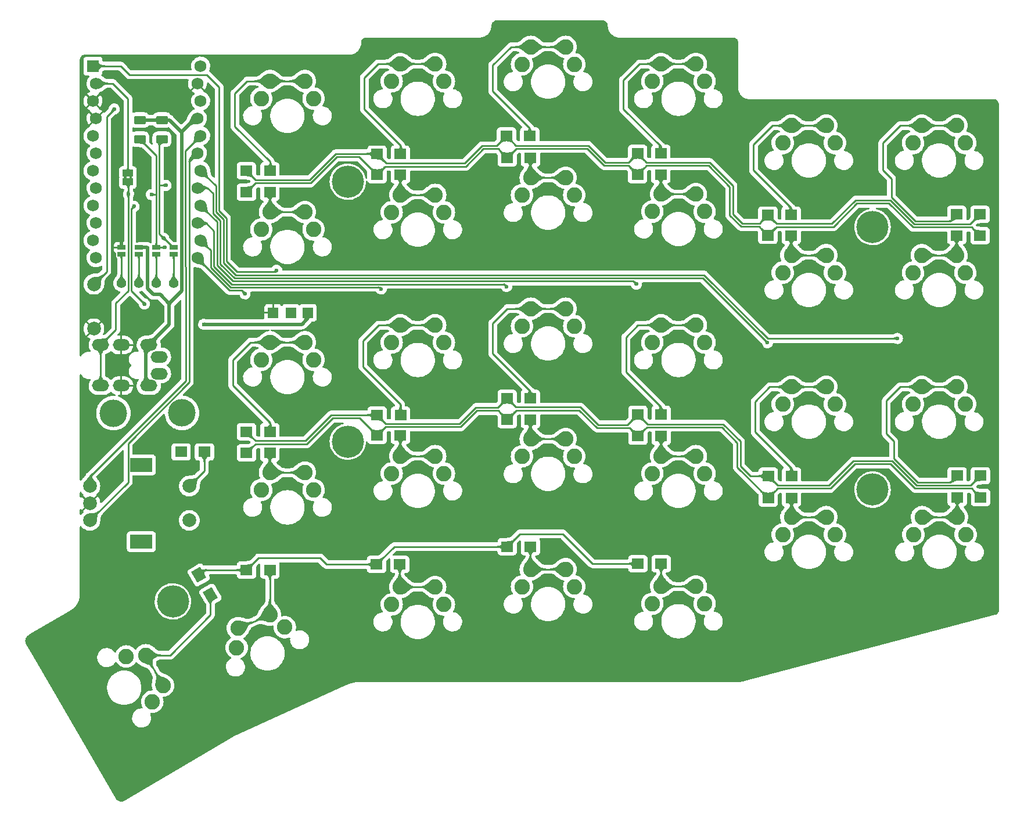
<source format=gbl>
G04 #@! TF.GenerationSoftware,KiCad,Pcbnew,(6.0.1)*
G04 #@! TF.CreationDate,2022-07-29T00:13:48+02:00*
G04 #@! TF.ProjectId,SofleKeyboard,536f666c-654b-4657-9962-6f6172642e6b,rev?*
G04 #@! TF.SameCoordinates,Original*
G04 #@! TF.FileFunction,Copper,L2,Bot*
G04 #@! TF.FilePolarity,Positive*
%FSLAX46Y46*%
G04 Gerber Fmt 4.6, Leading zero omitted, Abs format (unit mm)*
G04 Created by KiCad (PCBNEW (6.0.1)) date 2022-07-29 00:13:48*
%MOMM*%
%LPD*%
G01*
G04 APERTURE LIST*
G04 Aperture macros list*
%AMRoundRect*
0 Rectangle with rounded corners*
0 $1 Rounding radius*
0 $2 $3 $4 $5 $6 $7 $8 $9 X,Y pos of 4 corners*
0 Add a 4 corners polygon primitive as box body*
4,1,4,$2,$3,$4,$5,$6,$7,$8,$9,$2,$3,0*
0 Add four circle primitives for the rounded corners*
1,1,$1+$1,$2,$3*
1,1,$1+$1,$4,$5*
1,1,$1+$1,$6,$7*
1,1,$1+$1,$8,$9*
0 Add four rect primitives between the rounded corners*
20,1,$1+$1,$2,$3,$4,$5,0*
20,1,$1+$1,$4,$5,$6,$7,0*
20,1,$1+$1,$6,$7,$8,$9,0*
20,1,$1+$1,$8,$9,$2,$3,0*%
%AMRotRect*
0 Rectangle, with rotation*
0 The origin of the aperture is its center*
0 $1 length*
0 $2 width*
0 $3 Rotation angle, in degrees counterclockwise*
0 Add horizontal line*
21,1,$1,$2,0,0,$3*%
G04 Aperture macros list end*
G04 #@! TA.AperFunction,ComponentPad*
%ADD10R,1.752600X1.752600*%
G04 #@! TD*
G04 #@! TA.AperFunction,ComponentPad*
%ADD11C,1.752600*%
G04 #@! TD*
G04 #@! TA.AperFunction,ComponentPad*
%ADD12R,1.800000X1.500000*%
G04 #@! TD*
G04 #@! TA.AperFunction,ComponentPad*
%ADD13RotRect,1.800000X1.500000X300.000000*%
G04 #@! TD*
G04 #@! TA.AperFunction,ComponentPad*
%ADD14C,2.250000*%
G04 #@! TD*
G04 #@! TA.AperFunction,ComponentPad*
%ADD15C,4.000000*%
G04 #@! TD*
G04 #@! TA.AperFunction,ComponentPad*
%ADD16R,1.524000X1.524000*%
G04 #@! TD*
G04 #@! TA.AperFunction,ComponentPad*
%ADD17C,1.397000*%
G04 #@! TD*
G04 #@! TA.AperFunction,ComponentPad*
%ADD18C,2.000000*%
G04 #@! TD*
G04 #@! TA.AperFunction,ComponentPad*
%ADD19R,3.200000X2.000000*%
G04 #@! TD*
G04 #@! TA.AperFunction,ComponentPad*
%ADD20O,2.500000X1.700000*%
G04 #@! TD*
G04 #@! TA.AperFunction,ComponentPad*
%ADD21C,4.700000*%
G04 #@! TD*
G04 #@! TA.AperFunction,ComponentPad*
%ADD22RoundRect,0.250000X-0.625000X0.375000X-0.625000X-0.375000X0.625000X-0.375000X0.625000X0.375000X0*%
G04 #@! TD*
G04 #@! TA.AperFunction,SMDPad,CuDef*
%ADD23R,1.143000X0.635000*%
G04 #@! TD*
G04 #@! TA.AperFunction,SMDPad,CuDef*
%ADD24R,1.500000X1.000000*%
G04 #@! TD*
G04 #@! TA.AperFunction,ViaPad*
%ADD25C,0.600000*%
G04 #@! TD*
G04 #@! TA.AperFunction,Conductor*
%ADD26C,0.250000*%
G04 #@! TD*
G04 #@! TA.AperFunction,Conductor*
%ADD27C,0.500000*%
G04 #@! TD*
G04 APERTURE END LIST*
G36*
X97848400Y-59232000D02*
G01*
X97448400Y-59232000D01*
X97448400Y-58732000D01*
X97848400Y-58732000D01*
X97848400Y-59232000D01*
G37*
G36*
X97048400Y-59232000D02*
G01*
X96648400Y-59232000D01*
X96648400Y-58732000D01*
X97048400Y-58732000D01*
X97048400Y-59232000D01*
G37*
D10*
X92151400Y-42740000D03*
D11*
X92608600Y-45280000D03*
X92151400Y-47820000D03*
X92608600Y-50360000D03*
X92151400Y-52900000D03*
X92608600Y-55440000D03*
X92151400Y-57980000D03*
X92608600Y-60520000D03*
X92151400Y-63060000D03*
X92608600Y-65600000D03*
X92151400Y-68140000D03*
X92608600Y-70680000D03*
X107391400Y-70680000D03*
X107848600Y-68140000D03*
X107391400Y-65600000D03*
X107848600Y-63060000D03*
X107391400Y-60520000D03*
X107848600Y-57980000D03*
X107391400Y-55440000D03*
X107848600Y-52900000D03*
X107391400Y-50360000D03*
X107848600Y-47820000D03*
X107391400Y-45280000D03*
X107848600Y-42740000D03*
D12*
X114530400Y-58013600D03*
X117930400Y-58013600D03*
X133556800Y-55575200D03*
X136956800Y-55575200D03*
X152427200Y-52933600D03*
X155827200Y-52933600D03*
X171528000Y-55472400D03*
X174928000Y-55472400D03*
X190527200Y-64465200D03*
X193927200Y-64465200D03*
X221460800Y-64362400D03*
X218060800Y-64362400D03*
X114530400Y-61113600D03*
X117930400Y-61113600D03*
X133556800Y-58572400D03*
X136956800Y-58572400D03*
X152527200Y-56133600D03*
X155927200Y-56133600D03*
X171528000Y-58572400D03*
X174928000Y-58572400D03*
X190535200Y-67432400D03*
X193935200Y-67432400D03*
X221460800Y-67462400D03*
X218060800Y-67462400D03*
X114530400Y-96061600D03*
X117930400Y-96061600D03*
X133580400Y-93624400D03*
X136980400Y-93624400D03*
X152528800Y-91186000D03*
X155928800Y-91186000D03*
X171578800Y-93523200D03*
X174978800Y-93523200D03*
X190578000Y-102528000D03*
X193978000Y-102528000D03*
X221511600Y-102481600D03*
X218111600Y-102481600D03*
X114530400Y-99161600D03*
X117930400Y-99161600D03*
X133562000Y-96612000D03*
X136962000Y-96612000D03*
X152528800Y-94286000D03*
X155928800Y-94286000D03*
X171578800Y-96723200D03*
X174978800Y-96723200D03*
X190578000Y-105728000D03*
X193978000Y-105728000D03*
X221538800Y-105664000D03*
X218138800Y-105664000D03*
X105000000Y-99010000D03*
X108400000Y-99010000D03*
D13*
X107570800Y-116943514D03*
X109270800Y-119888000D03*
D12*
X114530400Y-116230400D03*
X117930400Y-116230400D03*
X133478800Y-115417600D03*
X136878800Y-115417600D03*
X152528800Y-112826800D03*
X155928800Y-112826800D03*
D14*
X116690000Y-47460000D03*
X123040000Y-44920000D03*
X116690000Y-66560000D03*
X123040000Y-64020000D03*
X116690000Y-85560000D03*
X123040000Y-83020000D03*
X116690000Y-104560000D03*
X123040000Y-102020000D03*
X96994705Y-128840443D03*
X102369409Y-133069705D03*
X113100419Y-127550603D03*
X117953168Y-122731378D03*
X135690000Y-121260000D03*
X142040000Y-118720000D03*
X154690000Y-118660000D03*
X161040000Y-116120000D03*
D15*
X95130000Y-93352000D03*
D16*
X123500000Y-78710000D03*
X121000000Y-78710000D03*
X118400000Y-78710000D03*
D17*
X96300000Y-74410000D03*
X98840000Y-74410000D03*
X101380000Y-74410000D03*
X103920000Y-74410000D03*
D12*
X171578800Y-115316000D03*
X174978800Y-115316000D03*
D15*
X105130000Y-93336000D03*
D14*
X135690000Y-83060000D03*
X142040000Y-80520000D03*
X135690000Y-102160000D03*
X142040000Y-99620000D03*
X135690000Y-64060000D03*
X142040000Y-61520000D03*
X135690000Y-44960000D03*
X142040000Y-42420000D03*
X154690000Y-80660000D03*
X161040000Y-78120000D03*
X154690000Y-42470000D03*
X161040000Y-39930000D03*
X154690000Y-61560000D03*
X161040000Y-59020000D03*
X154690000Y-99660000D03*
X161040000Y-97120000D03*
X173690000Y-102160000D03*
X180040000Y-99620000D03*
X173690000Y-63960000D03*
X180040000Y-61420000D03*
X173690000Y-121160000D03*
X180040000Y-118620000D03*
X173690000Y-83060000D03*
X180040000Y-80520000D03*
X173690000Y-44960000D03*
X180040000Y-42420000D03*
X192690000Y-53960000D03*
X199040000Y-51420000D03*
X192690000Y-111060000D03*
X199040000Y-108520000D03*
X211690000Y-92060000D03*
X218040000Y-89520000D03*
X211740000Y-111060000D03*
X218090000Y-108520000D03*
X211690000Y-53960000D03*
X218040000Y-51420000D03*
X211690000Y-72860000D03*
X218040000Y-70320000D03*
X192690000Y-92060000D03*
X199040000Y-89520000D03*
X192690000Y-72860000D03*
X199040000Y-70320000D03*
D18*
X91700000Y-104000000D03*
X91700000Y-109000000D03*
X91700000Y-106500000D03*
D19*
X99200000Y-112100000D03*
X99200000Y-100900000D03*
D18*
X106200000Y-109000000D03*
X106200000Y-104000000D03*
D20*
X100280000Y-89352000D03*
X100280000Y-83402000D03*
X96280000Y-89352000D03*
X96280000Y-83402000D03*
X93280000Y-89352000D03*
X93280000Y-83402000D03*
X101780000Y-87602000D03*
X101780000Y-85152000D03*
D18*
X92280000Y-81052000D03*
X92280000Y-74552000D03*
D21*
X205800000Y-66210000D03*
X103800000Y-120810000D03*
X205800000Y-104510000D03*
X129300000Y-59600000D03*
X129300000Y-97510000D03*
D22*
X102200000Y-50610000D03*
X102200000Y-53410000D03*
X99000000Y-50610000D03*
X99000000Y-53410000D03*
D23*
X101363200Y-70200380D03*
X101363200Y-69199620D03*
X98800000Y-70200380D03*
X98800000Y-69199620D03*
X96300000Y-70200380D03*
X96300000Y-69199620D03*
X103900000Y-70200380D03*
X103900000Y-69199620D03*
D24*
X97248400Y-58332000D03*
X97248400Y-59632000D03*
D14*
X219310000Y-53960000D03*
X212960000Y-51420000D03*
X162310000Y-118660000D03*
X155960000Y-116120000D03*
X162310000Y-99660000D03*
X155960000Y-97120000D03*
X181310000Y-63960000D03*
X174960000Y-61420000D03*
X181310000Y-44960000D03*
X174960000Y-42420000D03*
X143310000Y-121260000D03*
X136960000Y-118720000D03*
X143310000Y-102160000D03*
X136960000Y-99620000D03*
X200310000Y-111060000D03*
X193960000Y-108520000D03*
X162310000Y-42470000D03*
X155960000Y-39930000D03*
X200310000Y-72860000D03*
X193960000Y-70320000D03*
X200310000Y-53960000D03*
X193960000Y-51420000D03*
X181310000Y-102160000D03*
X174960000Y-99620000D03*
X219360000Y-111060000D03*
X213010000Y-108520000D03*
X120114666Y-124573232D03*
X113277004Y-124716292D03*
X143310000Y-64060000D03*
X136960000Y-61520000D03*
X143310000Y-44960000D03*
X136960000Y-42420000D03*
X219310000Y-72860000D03*
X212960000Y-70320000D03*
X100804705Y-135439557D03*
X99829409Y-128670295D03*
X162310000Y-61560000D03*
X155960000Y-59020000D03*
X181310000Y-121160000D03*
X174960000Y-118620000D03*
X219310000Y-92060000D03*
X212960000Y-89520000D03*
X124310000Y-47460000D03*
X117960000Y-44920000D03*
X124310000Y-85560000D03*
X117960000Y-83020000D03*
X143310000Y-83060000D03*
X136960000Y-80520000D03*
X181310000Y-83060000D03*
X174960000Y-80520000D03*
X124310000Y-66560000D03*
X117960000Y-64020000D03*
X162310000Y-80660000D03*
X155960000Y-78120000D03*
X124310000Y-104560000D03*
X117960000Y-102020000D03*
X200310000Y-92060000D03*
X193960000Y-89520000D03*
D25*
X100071250Y-69219750D03*
X108305600Y-80391000D03*
X103278891Y-77340509D03*
X113512600Y-66446400D03*
X103403400Y-55778400D03*
X99161600Y-55778400D03*
X95961200Y-62839600D03*
X96316800Y-67843400D03*
X209414800Y-82465600D03*
X190465786Y-83085928D03*
X171365600Y-74537200D03*
X152468000Y-74892800D03*
X134180000Y-75248400D03*
X102463600Y-67843400D03*
X102793800Y-60121800D03*
X118922800Y-72517000D03*
X102616000Y-69189600D03*
X100660200Y-61468000D03*
X95250000Y-48996600D03*
X114317200Y-75954200D03*
X98120200Y-63195200D03*
X99655000Y-77427000D03*
X97323501Y-61406499D03*
D26*
X117930400Y-56614800D02*
X112844000Y-51528400D01*
X117930400Y-58013600D02*
X117930400Y-56614800D01*
X123040000Y-44920000D02*
X117960000Y-44920000D01*
X112844000Y-46698800D02*
X114622800Y-44920000D01*
X112844000Y-51528400D02*
X112844000Y-51087600D01*
X114622800Y-44920000D02*
X117960000Y-44920000D01*
X112844000Y-51087600D02*
X112844000Y-46698800D01*
X164998400Y-115316000D02*
X160643200Y-110960800D01*
X114530400Y-116230400D02*
X108283914Y-116230400D01*
X133478800Y-115417600D02*
X136069600Y-112826800D01*
X154394800Y-110960800D02*
X152528800Y-112826800D01*
X116294800Y-114466000D02*
X125239200Y-114466000D01*
X160643200Y-110960800D02*
X154394800Y-110960800D01*
X114530400Y-116230400D02*
X116294800Y-114466000D01*
X126190800Y-115417600D02*
X125239200Y-114466000D01*
X108283914Y-116230400D02*
X107570800Y-116943514D01*
X133478800Y-115417600D02*
X126190800Y-115417600D01*
X136069600Y-112826800D02*
X152528800Y-112826800D01*
X171578800Y-115316000D02*
X164998400Y-115316000D01*
X136956800Y-55575200D02*
X136956800Y-54250800D01*
X131690800Y-48984800D02*
X131690800Y-44412800D01*
X142040000Y-42420000D02*
X136960000Y-42420000D01*
X131690800Y-44412800D02*
X133683600Y-42420000D01*
X133683600Y-42420000D02*
X136960000Y-42420000D01*
X136956800Y-54250800D02*
X131690800Y-48984800D01*
X155827200Y-51788800D02*
X150436000Y-46397600D01*
X155960000Y-39930000D02*
X161040000Y-39930000D01*
X150436000Y-46397600D02*
X150436000Y-42584000D01*
X153090000Y-39930000D02*
X155960000Y-39930000D01*
X150436000Y-42584000D02*
X153090000Y-39930000D01*
X155827200Y-52933600D02*
X155827200Y-51788800D01*
X134891169Y-56909569D02*
X146315113Y-56909569D01*
X220029520Y-65793680D02*
X221460800Y-64362400D01*
X115858880Y-59342080D02*
X123690320Y-59342080D01*
X148861003Y-54363680D02*
X150997120Y-54363680D01*
X189308000Y-65684400D02*
X190527200Y-64465200D01*
X186817718Y-65684400D02*
X189308000Y-65684400D01*
X203318602Y-62288480D02*
X208364597Y-62288480D01*
X153806480Y-54312880D02*
X164371798Y-54312880D01*
X182078480Y-56802080D02*
X185437200Y-60160800D01*
X164371798Y-54312880D02*
X166860998Y-56802080D01*
X185437200Y-60160800D02*
X185437200Y-64303882D01*
X166860998Y-56802080D02*
X170198320Y-56802080D01*
X123690320Y-59342080D02*
X127500321Y-55532080D01*
X190527200Y-64465200D02*
X191797200Y-65735200D01*
X146315113Y-56909569D02*
X148861003Y-54363680D01*
X133513680Y-55532080D02*
X133556800Y-55575200D01*
X152427200Y-52933600D02*
X153806480Y-54312880D01*
X127500321Y-55532080D02*
X133513680Y-55532080D01*
X211869798Y-65793680D02*
X220029520Y-65793680D01*
X199871882Y-65735200D02*
X203318602Y-62288480D01*
X185437200Y-64303882D02*
X186817718Y-65684400D01*
X150997120Y-54363680D02*
X152427200Y-52933600D01*
X191797200Y-65735200D02*
X199871882Y-65735200D01*
X133556800Y-55575200D02*
X134891169Y-56909569D01*
X170198320Y-56802080D02*
X171528000Y-55472400D01*
X208364597Y-62288480D02*
X211869798Y-65793680D01*
X171528000Y-55472400D02*
X172857680Y-56802080D01*
X114530400Y-58013600D02*
X115858880Y-59342080D01*
X172857680Y-56802080D02*
X182078480Y-56802080D01*
X169486000Y-44768400D02*
X171834400Y-42420000D01*
X171834400Y-42420000D02*
X174960000Y-42420000D01*
X174928000Y-54446800D02*
X169486000Y-49004800D01*
X169486000Y-49004800D02*
X169486000Y-44768400D01*
X174960000Y-42420000D02*
X180040000Y-42420000D01*
X174928000Y-55472400D02*
X174928000Y-54446800D01*
X115852400Y-59791600D02*
X123876518Y-59791600D01*
X164185600Y-54762400D02*
X166674800Y-57251600D01*
X220241600Y-66243200D02*
X221460800Y-67462400D01*
X151206800Y-54813200D02*
X152527200Y-56133600D01*
X114530400Y-61113600D02*
X115852400Y-59791600D01*
X211683600Y-66243200D02*
X220241600Y-66243200D01*
X152527200Y-56133600D02*
X153898400Y-54762400D01*
X184980000Y-64482400D02*
X186639200Y-66141600D01*
X200329800Y-65913000D02*
X203504800Y-62738000D01*
X171528000Y-58572400D02*
X172848800Y-57251600D01*
X181892282Y-57251600D02*
X184980000Y-60339318D01*
X172848800Y-57251600D02*
X181892282Y-57251600D01*
X189244400Y-66141600D02*
X190535200Y-67432400D01*
X170207200Y-57251600D02*
X171528000Y-58572400D01*
X166674800Y-57251600D02*
X170207200Y-57251600D01*
X203504800Y-62738000D02*
X208178400Y-62738000D01*
X190535200Y-67432400D02*
X191782880Y-66184720D01*
X123876518Y-59791600D02*
X127686518Y-55981600D01*
X208178400Y-62738000D02*
X211683600Y-66243200D01*
X146501311Y-57359089D02*
X149047200Y-54813200D01*
X134770111Y-57359089D02*
X146501311Y-57359089D01*
X184980000Y-60339318D02*
X184980000Y-64482400D01*
X153898400Y-54762400D02*
X164185600Y-54762400D01*
X186639200Y-66141600D02*
X189244400Y-66141600D01*
X200058080Y-66184720D02*
X200329800Y-65913000D01*
X191782880Y-66184720D02*
X200058080Y-66184720D01*
X133556800Y-58572400D02*
X134770111Y-57359089D01*
X149047200Y-54813200D02*
X151206800Y-54813200D01*
X127686518Y-55981600D02*
X130966000Y-55981600D01*
X130966000Y-55981600D02*
X133556800Y-58572400D01*
X193927200Y-63438400D02*
X188434400Y-57945600D01*
X193960000Y-51420000D02*
X199040000Y-51420000D01*
X188434400Y-57945600D02*
X188434400Y-54166400D01*
X188434400Y-54166400D02*
X191180800Y-51420000D01*
X191180800Y-51420000D02*
X193960000Y-51420000D01*
X193927200Y-64465200D02*
X193927200Y-63438400D01*
X190578000Y-102528000D02*
X188013718Y-102528000D01*
X134852741Y-94896741D02*
X145595141Y-94896741D01*
X184005280Y-94952880D02*
X173008480Y-94952880D01*
X126890160Y-93624400D02*
X133580400Y-93624400D01*
X199457802Y-103893680D02*
X203013803Y-100337680D01*
X165811398Y-95068080D02*
X170033920Y-95068080D01*
X147971482Y-92520400D02*
X149428400Y-92520400D01*
X133580400Y-93624400D02*
X134852741Y-94896741D01*
X114530400Y-96061600D02*
X115860080Y-97391280D01*
X152528800Y-91186000D02*
X153820080Y-92477280D01*
X186537600Y-101051882D02*
X186537600Y-97485200D01*
X212174598Y-103893680D02*
X220099520Y-103893680D01*
X115860080Y-97391280D02*
X123123280Y-97391280D01*
X149428400Y-92520400D02*
X149436080Y-92528080D01*
X190578000Y-102528000D02*
X191943680Y-103893680D01*
X188013718Y-102528000D02*
X186537600Y-101051882D01*
X203013803Y-100337680D02*
X208618597Y-100337680D01*
X173008480Y-94952880D02*
X171578800Y-93523200D01*
X170033920Y-95068080D02*
X171578800Y-93523200D01*
X208618597Y-100337680D02*
X212174598Y-103893680D01*
X220099520Y-103893680D02*
X221511600Y-102481600D01*
X151186720Y-92528080D02*
X152528800Y-91186000D01*
X163220598Y-92477280D02*
X165811398Y-95068080D01*
X153820080Y-92477280D02*
X163220598Y-92477280D01*
X191943680Y-103893680D02*
X199457802Y-103893680D01*
X186537600Y-97485200D02*
X184005280Y-94952880D01*
X123123280Y-97391280D02*
X126890160Y-93624400D01*
X149436080Y-92528080D02*
X151186720Y-92528080D01*
X145595141Y-94896741D02*
X147971482Y-92520400D01*
X208560118Y-61848282D02*
X208560118Y-59173718D01*
X207281200Y-53963200D02*
X209824400Y-51420000D01*
X212960000Y-51420000D02*
X218040000Y-51420000D01*
X217079040Y-65344160D02*
X212055996Y-65344160D01*
X209824400Y-51420000D02*
X212960000Y-51420000D01*
X208560118Y-59173718D02*
X207281200Y-57894800D01*
X212055996Y-65344160D02*
X208560118Y-61848282D01*
X218060800Y-64362400D02*
X217079040Y-65344160D01*
X207281200Y-57894800D02*
X207281200Y-53963200D01*
X211988400Y-104343200D02*
X220218000Y-104343200D01*
X191962800Y-104343200D02*
X199644000Y-104343200D01*
X123309478Y-97840800D02*
X127076358Y-94073920D01*
X115851200Y-97840800D02*
X123309478Y-97840800D01*
X131023920Y-94073920D02*
X133562000Y-96612000D01*
X152528800Y-94286000D02*
X153888000Y-92926800D01*
X186080400Y-101230400D02*
X190578000Y-105728000D01*
X186080400Y-97663718D02*
X186080400Y-101230400D01*
X171578800Y-96723200D02*
X172899600Y-95402400D01*
X165625200Y-95517600D02*
X170373200Y-95517600D01*
X148150000Y-92977600D02*
X151220400Y-92977600D01*
X127076358Y-94073920D02*
X131023920Y-94073920D01*
X199644000Y-104343200D02*
X203200000Y-100787200D01*
X151220400Y-92977600D02*
X152528800Y-94286000D01*
X133562000Y-96612000D02*
X134827739Y-95346261D01*
X145781339Y-95346261D02*
X148150000Y-92977600D01*
X183819082Y-95402400D02*
X186080400Y-97663718D01*
X203200000Y-100787200D02*
X208432400Y-100787200D01*
X163034400Y-92926800D02*
X165625200Y-95517600D01*
X114530400Y-99161600D02*
X115851200Y-97840800D01*
X190578000Y-105728000D02*
X191962800Y-104343200D01*
X220218000Y-104343200D02*
X221538800Y-105664000D01*
X170373200Y-95517600D02*
X171578800Y-96723200D01*
X208432400Y-100787200D02*
X211988400Y-104343200D01*
X153888000Y-92926800D02*
X163034400Y-92926800D01*
X134827739Y-95346261D02*
X145781339Y-95346261D01*
X172899600Y-95402400D02*
X183819082Y-95402400D01*
X117960000Y-64020000D02*
X123040000Y-64020000D01*
X117960000Y-61143200D02*
X117930400Y-61113600D01*
X117960000Y-64020000D02*
X117960000Y-61143200D01*
X136956800Y-61516800D02*
X136960000Y-61520000D01*
X136956800Y-58572400D02*
X136956800Y-61516800D01*
X136960000Y-61520000D02*
X142040000Y-61520000D01*
X155960000Y-59020000D02*
X161040000Y-59020000D01*
X155927200Y-58987200D02*
X155960000Y-59020000D01*
X155927200Y-56133600D02*
X155927200Y-58987200D01*
X180040000Y-61420000D02*
X174960000Y-61420000D01*
X174928000Y-61388000D02*
X174960000Y-61420000D01*
X174928000Y-58572400D02*
X174928000Y-61388000D01*
X193935200Y-67432400D02*
X193935200Y-70295200D01*
X199040000Y-70320000D02*
X193960000Y-70320000D01*
X193935200Y-70295200D02*
X193960000Y-70320000D01*
X218040000Y-70320000D02*
X218040000Y-67483200D01*
X218040000Y-67483200D02*
X218060800Y-67462400D01*
X212960000Y-70320000D02*
X218040000Y-70320000D01*
X112539200Y-85560800D02*
X115080000Y-83020000D01*
X117930400Y-96061600D02*
X117930400Y-94714800D01*
X115080000Y-83020000D02*
X117960000Y-83020000D01*
X117930400Y-94714800D02*
X112539200Y-89323600D01*
X117960000Y-83020000D02*
X123040000Y-83020000D01*
X112539200Y-89323600D02*
X112539200Y-88866400D01*
X112539200Y-88866400D02*
X112539200Y-85560800D01*
X136960000Y-80520000D02*
X142040000Y-80520000D01*
X133785200Y-80520000D02*
X136960000Y-80520000D01*
X136980400Y-93624400D02*
X136980400Y-92073200D01*
X131487600Y-82817600D02*
X133785200Y-80520000D01*
X136980400Y-92073200D02*
X131487600Y-86580400D01*
X131487600Y-86580400D02*
X131487600Y-82817600D01*
X152542800Y-78120000D02*
X155960000Y-78120000D01*
X150436000Y-84697200D02*
X150436000Y-80226800D01*
X150436000Y-80226800D02*
X152542800Y-78120000D01*
X155928800Y-90190000D02*
X150436000Y-84697200D01*
X155960000Y-78120000D02*
X161040000Y-78120000D01*
X155928800Y-91186000D02*
X155928800Y-90190000D01*
X169841600Y-87342400D02*
X169841600Y-82258800D01*
X174978800Y-92479600D02*
X169841600Y-87342400D01*
X169841600Y-82258800D02*
X171580400Y-80520000D01*
X174978800Y-93523200D02*
X174978800Y-92479600D01*
X174960000Y-80520000D02*
X180040000Y-80520000D01*
X171580400Y-80520000D02*
X174960000Y-80520000D01*
X190825200Y-89520000D02*
X193960000Y-89520000D01*
X193960000Y-89520000D02*
X199040000Y-89520000D01*
X193978000Y-102528000D02*
X193978000Y-101416800D01*
X193978000Y-101416800D02*
X188688400Y-96127200D01*
X188688400Y-91656800D02*
X190825200Y-89520000D01*
X188688400Y-96127200D02*
X188688400Y-91656800D01*
X212360796Y-103444160D02*
X208864918Y-99948282D01*
X208864918Y-99948282D02*
X208864918Y-97456918D01*
X212960000Y-89520000D02*
X218040000Y-89520000D01*
X217149040Y-103444160D02*
X212360796Y-103444160D01*
X218111600Y-102481600D02*
X217149040Y-103444160D01*
X207789200Y-96381200D02*
X207789200Y-91555200D01*
X207789200Y-91555200D02*
X209824400Y-89520000D01*
X208864918Y-97456918D02*
X207789200Y-96381200D01*
X209824400Y-89520000D02*
X212960000Y-89520000D01*
X117930400Y-99161600D02*
X117930400Y-101990400D01*
X117960000Y-102020000D02*
X123040000Y-102020000D01*
X117930400Y-101990400D02*
X117960000Y-102020000D01*
X136962000Y-96612000D02*
X136962000Y-99618000D01*
X136962000Y-99618000D02*
X136960000Y-99620000D01*
X136960000Y-99620000D02*
X142040000Y-99620000D01*
X155928800Y-94286000D02*
X155928800Y-97088800D01*
X155928800Y-97088800D02*
X155960000Y-97120000D01*
X161040000Y-97120000D02*
X155960000Y-97120000D01*
X174978800Y-96723200D02*
X174978800Y-99601200D01*
X174960000Y-99620000D02*
X180040000Y-99620000D01*
X174978800Y-99601200D02*
X174960000Y-99620000D01*
X193978000Y-105728000D02*
X193978000Y-108502000D01*
X193960000Y-108520000D02*
X199040000Y-108520000D01*
X193978000Y-108502000D02*
X193960000Y-108520000D01*
X218138800Y-108471200D02*
X218090000Y-108520000D01*
X218138800Y-105664000D02*
X218138800Y-108471200D01*
X213010000Y-108520000D02*
X218090000Y-108520000D01*
X103384105Y-128670295D02*
X109270800Y-122783600D01*
X109270800Y-122783600D02*
X109270800Y-119888000D01*
X99829409Y-128670295D02*
X103384105Y-128670295D01*
X102369409Y-133069705D02*
X99829409Y-128670295D01*
X117930400Y-122708610D02*
X117953168Y-122731378D01*
X117930400Y-116230400D02*
X117930400Y-122708610D01*
X113277004Y-124716292D02*
X117953168Y-122731378D01*
X136960000Y-118720000D02*
X142040000Y-118720000D01*
X136878800Y-118638800D02*
X136960000Y-118720000D01*
X136878800Y-115417600D02*
X136878800Y-118638800D01*
D27*
X105068501Y-75550899D02*
X105068501Y-73750301D01*
X108305600Y-80391000D02*
X122585800Y-80391000D01*
X100076000Y-69224500D02*
X100071250Y-69219750D01*
X107052800Y-50356400D02*
X105068501Y-52340699D01*
X100280000Y-83402000D02*
X103278891Y-80403109D01*
X100051120Y-69199620D02*
X100071250Y-69219750D01*
X103278891Y-77340509D02*
X101996882Y-76058500D01*
X102200000Y-50610000D02*
X99000000Y-50610000D01*
X107141000Y-50610400D02*
X107391400Y-50360000D01*
X123500000Y-79476800D02*
X123500000Y-78710000D01*
X101996882Y-76058500D02*
X100925100Y-76058500D01*
X103278891Y-80403109D02*
X103278891Y-77340509D01*
X98800000Y-69199620D02*
X100051120Y-69199620D01*
X105068501Y-73750301D02*
X105068501Y-52391499D01*
X100076000Y-75209400D02*
X100076000Y-69224500D01*
X102200000Y-50610000D02*
X103287002Y-50610000D01*
X100280000Y-89352000D02*
X99839200Y-88911200D01*
X103278891Y-77340509D02*
X105068501Y-75550899D01*
X105068501Y-52340699D02*
X105068501Y-52391499D01*
X99839200Y-88911200D02*
X99839200Y-83842800D01*
X100925100Y-76058500D02*
X100076000Y-75209400D01*
X107387800Y-50356400D02*
X107052800Y-50356400D01*
X107391400Y-50360000D02*
X107387800Y-50356400D01*
X122585800Y-80391000D02*
X123500000Y-79476800D01*
X103287002Y-50610000D02*
X105068501Y-52391499D01*
X99839200Y-83842800D02*
X100280000Y-83402000D01*
X96300000Y-69199620D02*
X96300000Y-67860200D01*
X96300000Y-67834800D02*
X96316800Y-67818000D01*
X96300000Y-67860200D02*
X96316800Y-67843400D01*
D26*
X111167600Y-65107566D02*
X111167600Y-71412282D01*
X181226838Y-73196320D02*
X190492518Y-82462000D01*
X111167600Y-71412282D02*
X112951638Y-73196320D01*
X209411200Y-82462000D02*
X209414800Y-82465600D01*
X112951638Y-73196320D02*
X181226838Y-73196320D01*
X110093120Y-64033085D02*
X111167600Y-65107566D01*
X190492518Y-82462000D02*
X209411200Y-82462000D01*
X107848600Y-57980000D02*
X110093120Y-60224520D01*
X110093120Y-60224520D02*
X110093120Y-64033085D01*
X112765440Y-73645840D02*
X181040640Y-73645840D01*
X107391400Y-60520000D02*
X108834400Y-60520000D01*
X109643600Y-64219282D02*
X110710400Y-65286083D01*
X110710400Y-65286083D02*
X110710400Y-71590800D01*
X109643600Y-61329200D02*
X109643600Y-64219282D01*
X190465786Y-83070986D02*
X190465786Y-83085928D01*
X110710400Y-71590800D02*
X112765440Y-73645840D01*
X181040640Y-73645840D02*
X190465786Y-83070986D01*
X108834400Y-60520000D02*
X109643600Y-61329200D01*
X112579242Y-74095360D02*
X170923760Y-74095360D01*
X110260880Y-71776997D02*
X112579242Y-74095360D01*
X110260880Y-70633280D02*
X110260880Y-71776997D01*
X110253200Y-70625600D02*
X110260880Y-70633280D01*
X170923760Y-74095360D02*
X171365600Y-74537200D01*
X110253200Y-65464600D02*
X110253200Y-70625600D01*
X107848600Y-63060000D02*
X110253200Y-65464600D01*
X108631200Y-65600000D02*
X107391400Y-65600000D01*
X152120080Y-74544880D02*
X112393044Y-74544880D01*
X109796000Y-71947836D02*
X109796000Y-66764800D01*
X112393044Y-74544880D02*
X109796000Y-71947836D01*
X109796000Y-66764800D02*
X108631200Y-65600000D01*
X152120080Y-74544880D02*
X152468000Y-74892800D01*
X109338800Y-72126353D02*
X109338800Y-69630200D01*
X112206847Y-74994400D02*
X133926000Y-74994400D01*
X133926000Y-74994400D02*
X134180000Y-75248400D01*
X109338800Y-69630200D02*
X107848600Y-68140000D01*
X112206847Y-74994400D02*
X109338800Y-72126353D01*
X101854000Y-60121800D02*
X101812720Y-60163080D01*
X102463600Y-67843400D02*
X101812720Y-67192520D01*
X102616000Y-67995800D02*
X102463600Y-67843400D01*
X101812720Y-67192520D02*
X101812720Y-60163080D01*
X102616000Y-67995800D02*
X103819820Y-69199620D01*
X103819820Y-69199620D02*
X103900000Y-69199620D01*
X102793800Y-60121800D02*
X101854000Y-60121800D01*
X101812720Y-60163080D02*
X101812720Y-53797280D01*
X101812720Y-53797280D02*
X102200000Y-53410000D01*
X97448000Y-44006400D02*
X96181600Y-42740000D01*
X96181600Y-42740000D02*
X92151400Y-42740000D01*
X113137836Y-72746800D02*
X111617119Y-71226083D01*
X108729200Y-44006400D02*
X97448000Y-44006400D01*
X110558000Y-63862248D02*
X110558000Y-45835200D01*
X118922800Y-72517000D02*
X118693000Y-72746800D01*
X111617119Y-64921367D02*
X110558000Y-63862248D01*
X118693000Y-72746800D02*
X113137836Y-72746800D01*
X110558000Y-45835200D02*
X108729200Y-44006400D01*
X111617119Y-71226083D02*
X111617119Y-64921367D01*
X100660200Y-61468000D02*
X100668400Y-61476200D01*
X101363200Y-55773200D02*
X99000000Y-53410000D01*
X101363200Y-61476200D02*
X101363200Y-55773200D01*
X101363200Y-69199620D02*
X102605980Y-69199620D01*
X102605980Y-69199620D02*
X102616000Y-69189600D01*
X101363200Y-69199620D02*
X101363200Y-61476200D01*
X100668400Y-61476200D02*
X101363200Y-61476200D01*
X94149600Y-72682400D02*
X94149600Y-51468600D01*
X94149600Y-50097000D02*
X95250000Y-48996600D01*
X92280000Y-74552000D02*
X94149600Y-72682400D01*
X94149600Y-51468600D02*
X94149600Y-50097000D01*
X155928800Y-112826800D02*
X155928800Y-116088800D01*
X155928800Y-116088800D02*
X155960000Y-116120000D01*
X155960000Y-116120000D02*
X161040000Y-116120000D01*
X92608600Y-45280000D02*
X95064000Y-45280000D01*
X95064000Y-45280000D02*
X97248400Y-47464400D01*
X97248400Y-47464400D02*
X97248400Y-58332000D01*
X96300000Y-70767880D02*
X96300000Y-74410000D01*
X96300000Y-70200380D02*
X96300000Y-70767880D01*
X98840000Y-70240380D02*
X98800000Y-70200380D01*
X98840000Y-74410000D02*
X98840000Y-70240380D01*
X101380000Y-74410000D02*
X101380000Y-70217180D01*
X101380000Y-70217180D02*
X101363200Y-70200380D01*
X103900000Y-70200380D02*
X103900000Y-74390000D01*
X103900000Y-74390000D02*
X103920000Y-74410000D01*
X174960000Y-118620000D02*
X180040000Y-118620000D01*
X174978800Y-118601200D02*
X174960000Y-118620000D01*
X174978800Y-115316000D02*
X174978800Y-118601200D01*
X108400000Y-101800000D02*
X108400000Y-99010000D01*
X106200000Y-104000000D02*
X108400000Y-101800000D01*
X113801520Y-75443920D02*
X112020649Y-75443920D01*
X107391400Y-70814671D02*
X107391400Y-70680000D01*
X114317200Y-75959600D02*
X113801520Y-75443920D01*
X112020649Y-75443920D02*
X107391400Y-70814671D01*
X106190099Y-56641301D02*
X106190099Y-88834899D01*
X97274999Y-103425001D02*
X91700000Y-109000000D01*
X106190099Y-88834899D02*
X97274999Y-97749999D01*
X107391400Y-55440000D02*
X106190099Y-56641301D01*
X97274999Y-97749999D02*
X97274999Y-103425001D01*
X105680000Y-88602000D02*
X105643511Y-55105089D01*
X91700000Y-102585787D02*
X105333787Y-88952000D01*
X105333787Y-88948213D02*
X105680000Y-88602000D01*
X105333787Y-88952000D02*
X105333787Y-88948213D01*
X91700000Y-104000000D02*
X91700000Y-102585787D01*
X107848600Y-52900000D02*
X105643511Y-55105089D01*
X97773511Y-63541889D02*
X97773511Y-75545511D01*
X98120200Y-63195200D02*
X97773511Y-63541889D01*
X97773511Y-75545511D02*
X99655000Y-77427000D01*
X97248400Y-59632000D02*
X97248400Y-59652800D01*
X97323501Y-59707101D02*
X97248400Y-59632000D01*
X95489792Y-77311808D02*
X97323501Y-75478099D01*
X97323501Y-75478099D02*
X97323501Y-61406499D01*
X93280000Y-83402000D02*
X95489792Y-81192208D01*
X93280000Y-89352000D02*
X93280000Y-83402000D01*
X95489792Y-81192208D02*
X95489792Y-77311808D01*
X97323501Y-61406499D02*
X97323501Y-59707101D01*
G04 #@! TA.AperFunction,Conductor*
G36*
X98789766Y-70050512D02*
G01*
X99094251Y-70297034D01*
X99098524Y-70304902D01*
X99097899Y-70310083D01*
X99078971Y-70362751D01*
X99078851Y-70363069D01*
X99058167Y-70415350D01*
X99038748Y-70462101D01*
X99020958Y-70505627D01*
X99005092Y-70548408D01*
X98991448Y-70592922D01*
X98991400Y-70593133D01*
X98991399Y-70593136D01*
X98985980Y-70616868D01*
X98980321Y-70641648D01*
X98980288Y-70641865D01*
X98980286Y-70641878D01*
X98972039Y-70696844D01*
X98972006Y-70697064D01*
X98966801Y-70761648D01*
X98966797Y-70761817D01*
X98965270Y-70826456D01*
X98961648Y-70834646D01*
X98953573Y-70837880D01*
X98726362Y-70837880D01*
X98718089Y-70834453D01*
X98714667Y-70826523D01*
X98712987Y-70769173D01*
X98712987Y-70769169D01*
X98712981Y-70768973D01*
X98707017Y-70710541D01*
X98697244Y-70660525D01*
X98683798Y-70616868D01*
X98673466Y-70592922D01*
X98666928Y-70577770D01*
X98666925Y-70577763D01*
X98666815Y-70577509D01*
X98666676Y-70577255D01*
X98646531Y-70540570D01*
X98646522Y-70540555D01*
X98646432Y-70540391D01*
X98622785Y-70503454D01*
X98596010Y-70464641D01*
X98566264Y-70421921D01*
X98566154Y-70421758D01*
X98561907Y-70415411D01*
X98538226Y-70380027D01*
X98536472Y-70371246D01*
X98538575Y-70366519D01*
X98773030Y-70052604D01*
X98780726Y-70048026D01*
X98789766Y-70050512D01*
G37*
G04 #@! TD.AperFunction*
G04 #@! TA.AperFunction,Conductor*
G36*
X133158049Y-114748530D02*
G01*
X133228857Y-114816623D01*
X133228858Y-114816624D01*
X133853800Y-115417600D01*
X133585623Y-115675493D01*
X133584031Y-115677024D01*
X133158049Y-116086670D01*
X133149710Y-116089935D01*
X133144363Y-116088523D01*
X133013333Y-116017484D01*
X133012456Y-116016958D01*
X132897350Y-115940853D01*
X132896720Y-115940405D01*
X132839445Y-115896842D01*
X132797678Y-115865074D01*
X132797453Y-115864898D01*
X132707647Y-115792402D01*
X132620517Y-115725067D01*
X132529373Y-115665135D01*
X132529064Y-115664983D01*
X132529060Y-115664980D01*
X132427803Y-115614951D01*
X132427800Y-115614950D01*
X132427422Y-115614763D01*
X132380810Y-115599693D01*
X132308262Y-115576237D01*
X132308257Y-115576236D01*
X132307871Y-115576111D01*
X132163928Y-115551337D01*
X132163572Y-115551319D01*
X132163570Y-115551319D01*
X132119715Y-115549131D01*
X131999916Y-115543155D01*
X131991825Y-115539321D01*
X131988800Y-115531470D01*
X131988800Y-115303730D01*
X131992227Y-115295457D01*
X131999916Y-115292045D01*
X132114142Y-115286346D01*
X132163570Y-115283880D01*
X132163572Y-115283880D01*
X132163928Y-115283862D01*
X132307871Y-115259088D01*
X132308257Y-115258963D01*
X132308262Y-115258962D01*
X132380810Y-115235506D01*
X132427422Y-115220436D01*
X132427803Y-115220248D01*
X132529060Y-115170219D01*
X132529064Y-115170216D01*
X132529373Y-115170064D01*
X132620517Y-115110132D01*
X132707647Y-115042797D01*
X132797453Y-114970301D01*
X132797678Y-114970125D01*
X132839445Y-114938357D01*
X132896720Y-114894794D01*
X132897350Y-114894346D01*
X133012456Y-114818241D01*
X133013333Y-114817715D01*
X133144363Y-114746677D01*
X133153269Y-114745747D01*
X133158049Y-114748530D01*
G37*
G04 #@! TD.AperFunction*
G04 #@! TA.AperFunction,Conductor*
G36*
X194663786Y-69424771D02*
G01*
X194767460Y-69495995D01*
X194768300Y-69496572D01*
X194839660Y-69545597D01*
X194840388Y-69546141D01*
X194989684Y-69666774D01*
X194990021Y-69667056D01*
X195124102Y-69784204D01*
X195253490Y-69893875D01*
X195306474Y-69932347D01*
X195388506Y-69991913D01*
X195388513Y-69991917D01*
X195388814Y-69992136D01*
X195389140Y-69992314D01*
X195389143Y-69992316D01*
X195540448Y-70074963D01*
X195540851Y-70075183D01*
X195541283Y-70075337D01*
X195541285Y-70075338D01*
X195617883Y-70102657D01*
X195720376Y-70139212D01*
X195938167Y-70180419D01*
X195938538Y-70180439D01*
X195938544Y-70180440D01*
X196193938Y-70194396D01*
X196202012Y-70198270D01*
X196205000Y-70206079D01*
X196205000Y-70433921D01*
X196201573Y-70442194D01*
X196193938Y-70445604D01*
X195938544Y-70459559D01*
X195938538Y-70459560D01*
X195938167Y-70459580D01*
X195720376Y-70500787D01*
X195617883Y-70537342D01*
X195541285Y-70564661D01*
X195541283Y-70564662D01*
X195540851Y-70564816D01*
X195540449Y-70565035D01*
X195540448Y-70565036D01*
X195389143Y-70647683D01*
X195389140Y-70647685D01*
X195388814Y-70647863D01*
X195388513Y-70648082D01*
X195388506Y-70648086D01*
X195306474Y-70707652D01*
X195253490Y-70746124D01*
X195253313Y-70746274D01*
X195124102Y-70855795D01*
X194990029Y-70972936D01*
X194989684Y-70973225D01*
X194840388Y-71093858D01*
X194839660Y-71094402D01*
X194664266Y-71214898D01*
X194663276Y-71215508D01*
X194457917Y-71328356D01*
X194449017Y-71329337D01*
X194444173Y-71326535D01*
X194328719Y-71215508D01*
X193977042Y-70877317D01*
X193515964Y-70433921D01*
X193404708Y-70326931D01*
X193401120Y-70318727D01*
X193401664Y-70315996D01*
X194450376Y-69307500D01*
X194663786Y-69424771D01*
G37*
G04 #@! TD.AperFunction*
G04 #@! TA.AperFunction,Conductor*
G36*
X102669008Y-59857545D02*
G01*
X102689287Y-59877046D01*
X102825674Y-60008203D01*
X102935031Y-60113367D01*
X102938619Y-60121571D01*
X102935031Y-60130233D01*
X102755176Y-60303191D01*
X102669008Y-60386055D01*
X102660669Y-60389320D01*
X102655633Y-60388070D01*
X102613188Y-60366680D01*
X102612942Y-60366553D01*
X102569438Y-60343325D01*
X102569392Y-60343300D01*
X102530192Y-60322144D01*
X102530184Y-60322140D01*
X102530162Y-60322128D01*
X102493160Y-60303191D01*
X102456378Y-60286688D01*
X102456183Y-60286618D01*
X102456176Y-60286615D01*
X102418001Y-60272881D01*
X102417993Y-60272878D01*
X102417758Y-60272794D01*
X102417519Y-60272731D01*
X102417514Y-60272730D01*
X102375500Y-60261749D01*
X102375492Y-60261747D01*
X102375246Y-60261683D01*
X102374987Y-60261639D01*
X102374985Y-60261639D01*
X102327006Y-60253568D01*
X102326786Y-60253531D01*
X102326564Y-60253511D01*
X102326562Y-60253511D01*
X102317874Y-60252739D01*
X102270322Y-60248511D01*
X102270139Y-60248506D01*
X102270134Y-60248506D01*
X102215199Y-60247093D01*
X102207017Y-60243455D01*
X102203800Y-60235397D01*
X102203800Y-60008203D01*
X102207227Y-59999930D01*
X102215199Y-59996507D01*
X102270134Y-59995093D01*
X102270139Y-59995093D01*
X102270322Y-59995088D01*
X102317874Y-59990860D01*
X102326562Y-59990088D01*
X102326564Y-59990088D01*
X102326786Y-59990068D01*
X102327006Y-59990031D01*
X102374985Y-59981960D01*
X102374987Y-59981960D01*
X102375246Y-59981916D01*
X102375492Y-59981852D01*
X102375500Y-59981850D01*
X102417514Y-59970869D01*
X102417519Y-59970868D01*
X102417758Y-59970805D01*
X102417993Y-59970721D01*
X102418001Y-59970718D01*
X102456176Y-59956984D01*
X102456183Y-59956981D01*
X102456378Y-59956911D01*
X102493160Y-59940408D01*
X102530162Y-59921471D01*
X102569438Y-59900274D01*
X102612942Y-59877046D01*
X102613188Y-59876919D01*
X102655633Y-59855530D01*
X102664563Y-59854867D01*
X102669008Y-59857545D01*
G37*
G04 #@! TD.AperFunction*
G04 #@! TA.AperFunction,Conductor*
G36*
X107920014Y-62757634D02*
G01*
X108667794Y-62772252D01*
X108675997Y-62775840D01*
X108678788Y-62780646D01*
X108729042Y-62951388D01*
X108729299Y-62952438D01*
X108760764Y-63112723D01*
X108760895Y-63113542D01*
X108778959Y-63259744D01*
X108779000Y-63260127D01*
X108791280Y-63396162D01*
X108805403Y-63525647D01*
X108829020Y-63652235D01*
X108869801Y-63779766D01*
X108935414Y-63912081D01*
X109033526Y-64053023D01*
X109033770Y-64053293D01*
X109033771Y-64053295D01*
X109164370Y-64198179D01*
X109167364Y-64206619D01*
X109163953Y-64214286D01*
X109002886Y-64375353D01*
X108994613Y-64378780D01*
X108986779Y-64375770D01*
X108986317Y-64375353D01*
X108841623Y-64244926D01*
X108700681Y-64146814D01*
X108568366Y-64081201D01*
X108440835Y-64040420D01*
X108440484Y-64040355D01*
X108440482Y-64040354D01*
X108314446Y-64016840D01*
X108314443Y-64016840D01*
X108314247Y-64016803D01*
X108184762Y-64002680D01*
X108048727Y-63990400D01*
X108048344Y-63990359D01*
X108012094Y-63985880D01*
X107902129Y-63972293D01*
X107901336Y-63972166D01*
X107793647Y-63951027D01*
X107741038Y-63940699D01*
X107739988Y-63940442D01*
X107569246Y-63890188D01*
X107562278Y-63884565D01*
X107560852Y-63879193D01*
X107558909Y-63779766D01*
X107542736Y-62952438D01*
X107539020Y-62762347D01*
X107542285Y-62754008D01*
X107550947Y-62750420D01*
X107920014Y-62757634D01*
G37*
G04 #@! TD.AperFunction*
G04 #@! TA.AperFunction,Conductor*
G36*
X133672293Y-55317477D02*
G01*
X133674674Y-55317524D01*
X133674675Y-55317524D01*
X134256710Y-55328902D01*
X134264914Y-55332490D01*
X134267697Y-55337270D01*
X134310116Y-55480155D01*
X134310364Y-55481147D01*
X134337942Y-55616346D01*
X134338071Y-55617108D01*
X134354834Y-55740385D01*
X134354871Y-55740690D01*
X134367111Y-55855461D01*
X134381109Y-55964684D01*
X134403179Y-56071511D01*
X134439651Y-56179220D01*
X134477715Y-56253656D01*
X134493059Y-56283662D01*
X134496855Y-56291086D01*
X134581120Y-56410387D01*
X134624130Y-56457914D01*
X134691308Y-56532147D01*
X134694318Y-56540581D01*
X134690906Y-56548271D01*
X134529871Y-56709306D01*
X134521598Y-56712733D01*
X134513747Y-56709708D01*
X134392243Y-56599752D01*
X134391987Y-56599520D01*
X134272686Y-56515255D01*
X134272323Y-56515069D01*
X134272319Y-56515067D01*
X134235256Y-56496115D01*
X134160820Y-56458051D01*
X134053111Y-56421579D01*
X133998938Y-56410387D01*
X133946503Y-56399554D01*
X133946497Y-56399553D01*
X133946284Y-56399509D01*
X133946072Y-56399482D01*
X133946061Y-56399480D01*
X133837178Y-56385526D01*
X133837061Y-56385511D01*
X133722290Y-56373271D01*
X133722020Y-56373238D01*
X133598705Y-56356470D01*
X133597946Y-56356342D01*
X133462747Y-56328764D01*
X133461755Y-56328516D01*
X133398997Y-56309885D01*
X133318869Y-56286097D01*
X133311914Y-56280458D01*
X133310502Y-56275110D01*
X133310052Y-56252080D01*
X133291635Y-55310035D01*
X133672293Y-55317477D01*
G37*
G04 #@! TD.AperFunction*
G04 #@! TA.AperFunction,Conductor*
G36*
X93606594Y-73064311D02*
G01*
X93767689Y-73225406D01*
X93771116Y-73233679D01*
X93768120Y-73241497D01*
X93626952Y-73398666D01*
X93617719Y-73408945D01*
X93506692Y-73570557D01*
X93506499Y-73570957D01*
X93506498Y-73570959D01*
X93433661Y-73722039D01*
X93433464Y-73722448D01*
X93389053Y-73868982D01*
X93364473Y-74014526D01*
X93364453Y-74014740D01*
X93364453Y-74014742D01*
X93350741Y-74163444D01*
X93338890Y-74319893D01*
X93338850Y-74320317D01*
X93319935Y-74488427D01*
X93319804Y-74489297D01*
X93284900Y-74673549D01*
X93284635Y-74674651D01*
X93227025Y-74871925D01*
X93221416Y-74878906D01*
X93216023Y-74880343D01*
X93121537Y-74882190D01*
X91938612Y-74905315D01*
X91930273Y-74902050D01*
X91926685Y-74893388D01*
X91951657Y-73615977D01*
X91955245Y-73607773D01*
X91960075Y-73604975D01*
X92157348Y-73547364D01*
X92158450Y-73547099D01*
X92342702Y-73512195D01*
X92343572Y-73512064D01*
X92489304Y-73495667D01*
X92511686Y-73493149D01*
X92512101Y-73493109D01*
X92668555Y-73481258D01*
X92724249Y-73476122D01*
X92817257Y-73467546D01*
X92817259Y-73467546D01*
X92817473Y-73467526D01*
X92817680Y-73467491D01*
X92817688Y-73467490D01*
X92892406Y-73454871D01*
X92963017Y-73442946D01*
X92963358Y-73442843D01*
X92963365Y-73442841D01*
X93076140Y-73408661D01*
X93109551Y-73398535D01*
X93261442Y-73325307D01*
X93423054Y-73214280D01*
X93590503Y-73063880D01*
X93598948Y-73060901D01*
X93606594Y-73064311D01*
G37*
G04 #@! TD.AperFunction*
G04 #@! TA.AperFunction,Conductor*
G36*
X107920014Y-57677634D02*
G01*
X108667794Y-57692252D01*
X108675997Y-57695840D01*
X108678788Y-57700646D01*
X108729042Y-57871388D01*
X108729299Y-57872438D01*
X108760764Y-58032723D01*
X108760895Y-58033542D01*
X108778959Y-58179744D01*
X108779000Y-58180127D01*
X108791280Y-58316162D01*
X108805403Y-58445647D01*
X108829020Y-58572235D01*
X108869801Y-58699766D01*
X108935414Y-58832081D01*
X109033526Y-58973023D01*
X109033770Y-58973293D01*
X109033771Y-58973295D01*
X109164370Y-59118179D01*
X109167364Y-59126619D01*
X109163953Y-59134286D01*
X109002886Y-59295353D01*
X108994613Y-59298780D01*
X108986779Y-59295770D01*
X108986317Y-59295353D01*
X108841623Y-59164926D01*
X108700681Y-59066814D01*
X108568366Y-59001201D01*
X108440835Y-58960420D01*
X108440484Y-58960355D01*
X108440482Y-58960354D01*
X108314446Y-58936840D01*
X108314443Y-58936840D01*
X108314247Y-58936803D01*
X108184762Y-58922680D01*
X108048727Y-58910400D01*
X108048344Y-58910359D01*
X108012094Y-58905880D01*
X107902129Y-58892293D01*
X107901336Y-58892166D01*
X107793647Y-58871027D01*
X107741038Y-58860699D01*
X107739988Y-58860442D01*
X107569246Y-58810188D01*
X107562278Y-58804565D01*
X107560852Y-58799193D01*
X107558909Y-58699766D01*
X107542736Y-57872438D01*
X107539020Y-57682347D01*
X107542285Y-57674008D01*
X107550947Y-57670420D01*
X107920014Y-57677634D01*
G37*
G04 #@! TD.AperFunction*
G04 #@! TA.AperFunction,Conductor*
G36*
X141555827Y-60513465D02*
G01*
X142472516Y-61395000D01*
X142593731Y-61511567D01*
X142597319Y-61519771D01*
X142593731Y-61528433D01*
X141555827Y-62526535D01*
X141547488Y-62529800D01*
X141542083Y-62528356D01*
X141336723Y-62415508D01*
X141335733Y-62414898D01*
X141160339Y-62294402D01*
X141159611Y-62293858D01*
X141010315Y-62173225D01*
X141009970Y-62172936D01*
X140875897Y-62055795D01*
X140746686Y-61946274D01*
X140746509Y-61946124D01*
X140693525Y-61907652D01*
X140611493Y-61848086D01*
X140611486Y-61848082D01*
X140611185Y-61847863D01*
X140610859Y-61847685D01*
X140610856Y-61847683D01*
X140459551Y-61765036D01*
X140459550Y-61765035D01*
X140459148Y-61764816D01*
X140458716Y-61764662D01*
X140458714Y-61764661D01*
X140382116Y-61737342D01*
X140279623Y-61700787D01*
X140061832Y-61659580D01*
X140061461Y-61659560D01*
X140061455Y-61659559D01*
X139806062Y-61645604D01*
X139797988Y-61641730D01*
X139795000Y-61633921D01*
X139795000Y-61406079D01*
X139798427Y-61397806D01*
X139806062Y-61394396D01*
X140061455Y-61380440D01*
X140061461Y-61380439D01*
X140061832Y-61380419D01*
X140279623Y-61339212D01*
X140382116Y-61302657D01*
X140458714Y-61275338D01*
X140458716Y-61275337D01*
X140459148Y-61275183D01*
X140459551Y-61274963D01*
X140610856Y-61192316D01*
X140610859Y-61192314D01*
X140611185Y-61192136D01*
X140611486Y-61191917D01*
X140611493Y-61191913D01*
X140693525Y-61132347D01*
X140746509Y-61093875D01*
X140875897Y-60984204D01*
X141009978Y-60867056D01*
X141010315Y-60866774D01*
X141159611Y-60746141D01*
X141160339Y-60745597D01*
X141335733Y-60625101D01*
X141336723Y-60624491D01*
X141417050Y-60580350D01*
X141542083Y-60511644D01*
X141550983Y-60510663D01*
X141555827Y-60513465D01*
G37*
G04 #@! TD.AperFunction*
G04 #@! TA.AperFunction,Conductor*
G36*
X152026012Y-74420891D02*
G01*
X152052290Y-74422802D01*
X152077718Y-74424652D01*
X152079583Y-74424940D01*
X152132822Y-74437642D01*
X152134633Y-74438234D01*
X152179184Y-74456922D01*
X152180602Y-74457633D01*
X152219313Y-74480503D01*
X152220125Y-74481030D01*
X152255647Y-74506282D01*
X152255806Y-74506397D01*
X152290342Y-74531834D01*
X152290358Y-74531845D01*
X152290476Y-74531932D01*
X152326524Y-74555449D01*
X152326848Y-74555606D01*
X152326851Y-74555608D01*
X152346868Y-74565324D01*
X152366424Y-74574816D01*
X152366918Y-74574956D01*
X152366920Y-74574957D01*
X152382486Y-74579374D01*
X152412732Y-74587958D01*
X152413287Y-74588007D01*
X152413289Y-74588007D01*
X152432421Y-74589683D01*
X152459786Y-74592080D01*
X152467728Y-74596215D01*
X152470084Y-74600778D01*
X152570159Y-74983909D01*
X152568934Y-74992780D01*
X152561796Y-74998186D01*
X152558611Y-74998564D01*
X152193361Y-74991423D01*
X152185157Y-74987835D01*
X152182305Y-74982814D01*
X152172813Y-74948133D01*
X152172561Y-74946991D01*
X152165188Y-74903304D01*
X152165105Y-74902723D01*
X152159953Y-74858887D01*
X152159952Y-74858879D01*
X152155014Y-74816633D01*
X152155012Y-74816617D01*
X152154994Y-74816466D01*
X152148157Y-74777039D01*
X152137336Y-74741894D01*
X152120427Y-74712318D01*
X152095323Y-74689599D01*
X152077797Y-74682384D01*
X152060687Y-74675339D01*
X152060685Y-74675338D01*
X152059921Y-74675024D01*
X152059101Y-74674936D01*
X152059098Y-74674935D01*
X152022562Y-74671004D01*
X152014703Y-74666712D01*
X152012114Y-74659371D01*
X152012114Y-74432560D01*
X152015541Y-74424287D01*
X152023814Y-74420860D01*
X152025163Y-74420860D01*
X152026012Y-74420891D01*
G37*
G04 #@! TD.AperFunction*
G04 #@! TA.AperFunction,Conductor*
G36*
X101363922Y-70050165D02*
G01*
X101649628Y-70318245D01*
X101653316Y-70326405D01*
X101652322Y-70331509D01*
X101630115Y-70381719D01*
X101629984Y-70382005D01*
X101606234Y-70432027D01*
X101606186Y-70432128D01*
X101584290Y-70477129D01*
X101576356Y-70494090D01*
X101564590Y-70519241D01*
X101564542Y-70519357D01*
X101564533Y-70519377D01*
X101547386Y-70560662D01*
X101547310Y-70560846D01*
X101532672Y-70604327D01*
X101520900Y-70652068D01*
X101512215Y-70706451D01*
X101506840Y-70769861D01*
X101506835Y-70770049D01*
X101506835Y-70770056D01*
X101505281Y-70833268D01*
X101501652Y-70841454D01*
X101493585Y-70844680D01*
X101266388Y-70844680D01*
X101258115Y-70841253D01*
X101254692Y-70833296D01*
X101254692Y-70833268D01*
X101253060Y-70772876D01*
X101247349Y-70711998D01*
X101238025Y-70659836D01*
X101225246Y-70614182D01*
X101221416Y-70604327D01*
X101209263Y-70573063D01*
X101209172Y-70572828D01*
X101189961Y-70533565D01*
X101189876Y-70533414D01*
X101189867Y-70533397D01*
X101167846Y-70494315D01*
X101167836Y-70494298D01*
X101167773Y-70494186D01*
X101142766Y-70452481D01*
X101115150Y-70406326D01*
X101115032Y-70406123D01*
X101089032Y-70360460D01*
X101087916Y-70351575D01*
X101090361Y-70347005D01*
X101347079Y-70051031D01*
X101355088Y-70047026D01*
X101363922Y-70050165D01*
G37*
G04 #@! TD.AperFunction*
G04 #@! TA.AperFunction,Conductor*
G36*
X175663786Y-98724771D02*
G01*
X175786943Y-98809380D01*
X175786944Y-98809381D01*
X175839660Y-98845598D01*
X175840388Y-98846141D01*
X175989684Y-98966774D01*
X175990021Y-98967056D01*
X176124102Y-99084204D01*
X176253490Y-99193875D01*
X176306474Y-99232347D01*
X176388506Y-99291913D01*
X176388513Y-99291917D01*
X176388814Y-99292136D01*
X176389140Y-99292314D01*
X176389143Y-99292316D01*
X176540448Y-99374963D01*
X176540851Y-99375183D01*
X176541283Y-99375337D01*
X176541285Y-99375338D01*
X176617883Y-99402657D01*
X176720376Y-99439212D01*
X176938167Y-99480419D01*
X176938538Y-99480439D01*
X176938544Y-99480440D01*
X177193938Y-99494396D01*
X177202012Y-99498270D01*
X177205000Y-99506079D01*
X177205000Y-99733921D01*
X177201573Y-99742194D01*
X177193938Y-99745604D01*
X176938544Y-99759559D01*
X176938538Y-99759560D01*
X176938167Y-99759580D01*
X176720376Y-99800787D01*
X176617883Y-99837342D01*
X176541285Y-99864661D01*
X176541283Y-99864662D01*
X176540851Y-99864816D01*
X176540449Y-99865035D01*
X176540448Y-99865036D01*
X176389143Y-99947683D01*
X176389140Y-99947685D01*
X176388814Y-99947863D01*
X176388513Y-99948082D01*
X176388506Y-99948086D01*
X176306474Y-100007652D01*
X176253490Y-100046124D01*
X176124102Y-100155795D01*
X176099552Y-100177245D01*
X175990029Y-100272936D01*
X175989684Y-100273225D01*
X175840388Y-100393858D01*
X175839660Y-100394402D01*
X175664266Y-100514898D01*
X175663276Y-100515508D01*
X175457917Y-100628356D01*
X175449017Y-100629337D01*
X175444173Y-100626535D01*
X175328719Y-100515508D01*
X174966136Y-100166829D01*
X174585497Y-99800787D01*
X174406269Y-99628432D01*
X174402681Y-99620229D01*
X174406268Y-99611568D01*
X174413349Y-99604759D01*
X175450376Y-98607500D01*
X175663786Y-98724771D01*
G37*
G04 #@! TD.AperFunction*
G04 #@! TA.AperFunction,Conductor*
G36*
X193475827Y-88513465D02*
G01*
X193958321Y-88977457D01*
X193958322Y-88977457D01*
X194522500Y-89520000D01*
X193960000Y-90060929D01*
X193591573Y-90415228D01*
X193475827Y-90526535D01*
X193467488Y-90529800D01*
X193462083Y-90528356D01*
X193256723Y-90415508D01*
X193255733Y-90414898D01*
X193080339Y-90294402D01*
X193079611Y-90293858D01*
X192930315Y-90173225D01*
X192929970Y-90172936D01*
X192795897Y-90055795D01*
X192666686Y-89946274D01*
X192666509Y-89946124D01*
X192613525Y-89907652D01*
X192531493Y-89848086D01*
X192531486Y-89848082D01*
X192531185Y-89847863D01*
X192530859Y-89847685D01*
X192530856Y-89847683D01*
X192379551Y-89765036D01*
X192379550Y-89765035D01*
X192379148Y-89764816D01*
X192378716Y-89764662D01*
X192378714Y-89764661D01*
X192302116Y-89737342D01*
X192199623Y-89700787D01*
X191981832Y-89659580D01*
X191981461Y-89659560D01*
X191981455Y-89659559D01*
X191726062Y-89645604D01*
X191717988Y-89641730D01*
X191715000Y-89633921D01*
X191715000Y-89406079D01*
X191718427Y-89397806D01*
X191726062Y-89394396D01*
X191981455Y-89380440D01*
X191981461Y-89380439D01*
X191981832Y-89380419D01*
X192199623Y-89339212D01*
X192302116Y-89302657D01*
X192378714Y-89275338D01*
X192378716Y-89275337D01*
X192379148Y-89275183D01*
X192379551Y-89274963D01*
X192530856Y-89192316D01*
X192530859Y-89192314D01*
X192531185Y-89192136D01*
X192531486Y-89191917D01*
X192531493Y-89191913D01*
X192613525Y-89132347D01*
X192666509Y-89093875D01*
X192795897Y-88984204D01*
X192929978Y-88867056D01*
X192930315Y-88866774D01*
X193079611Y-88746141D01*
X193080339Y-88745597D01*
X193255733Y-88625101D01*
X193256723Y-88624491D01*
X193337051Y-88580350D01*
X193462083Y-88511644D01*
X193470983Y-88510663D01*
X193475827Y-88513465D01*
G37*
G04 #@! TD.AperFunction*
G04 #@! TA.AperFunction,Conductor*
G36*
X99581870Y-53204725D02*
G01*
X99590074Y-53208313D01*
X99592843Y-53213047D01*
X99627870Y-53329278D01*
X99628101Y-53330168D01*
X99652263Y-53441306D01*
X99652387Y-53441970D01*
X99668345Y-53543194D01*
X99668383Y-53543448D01*
X99681121Y-53637664D01*
X99695587Y-53727306D01*
X99716770Y-53815037D01*
X99749674Y-53903613D01*
X99799301Y-53995789D01*
X99799533Y-53996109D01*
X99799534Y-53996111D01*
X99868334Y-54091115D01*
X99870654Y-54094319D01*
X99961215Y-54193705D01*
X99964253Y-54202126D01*
X99960839Y-54209856D01*
X99799856Y-54370839D01*
X99791583Y-54374266D01*
X99783705Y-54371215D01*
X99684319Y-54280654D01*
X99621868Y-54235428D01*
X99586111Y-54209534D01*
X99586109Y-54209533D01*
X99585789Y-54209301D01*
X99534195Y-54181523D01*
X99493972Y-54159867D01*
X99493969Y-54159866D01*
X99493613Y-54159674D01*
X99493238Y-54159535D01*
X99493232Y-54159532D01*
X99445021Y-54141623D01*
X99405037Y-54126770D01*
X99317306Y-54105587D01*
X99227664Y-54091121D01*
X99227620Y-54091115D01*
X99133448Y-54078383D01*
X99133194Y-54078345D01*
X99076720Y-54069442D01*
X99031962Y-54062385D01*
X99031313Y-54062264D01*
X98984991Y-54052194D01*
X98920168Y-54038101D01*
X98919278Y-54037870D01*
X98803047Y-54002843D01*
X98796115Y-53997175D01*
X98794725Y-53991870D01*
X98779268Y-53201195D01*
X98782533Y-53192856D01*
X98791195Y-53189268D01*
X99581870Y-53204725D01*
G37*
G04 #@! TD.AperFunction*
G04 #@! TA.AperFunction,Conductor*
G36*
X103543732Y-77465910D02*
G01*
X103546997Y-77474249D01*
X103546219Y-77478218D01*
X103538593Y-77498033D01*
X103531423Y-77528743D01*
X103526898Y-77563519D01*
X103524539Y-77602476D01*
X103523863Y-77645731D01*
X103523864Y-77645821D01*
X103523864Y-77645860D01*
X103524390Y-77693372D01*
X103524390Y-77693399D01*
X103525637Y-77745595D01*
X103527122Y-77802365D01*
X103527124Y-77802434D01*
X103528368Y-77863963D01*
X103528370Y-77864108D01*
X103528798Y-77918717D01*
X103525436Y-77927017D01*
X103517098Y-77930509D01*
X103040683Y-77930509D01*
X103032410Y-77927082D01*
X103028983Y-77918717D01*
X103029411Y-77864108D01*
X103029413Y-77863963D01*
X103030657Y-77802434D01*
X103030659Y-77802365D01*
X103032144Y-77745595D01*
X103033391Y-77693399D01*
X103033391Y-77693372D01*
X103033917Y-77645860D01*
X103033917Y-77645821D01*
X103033918Y-77645731D01*
X103033242Y-77602476D01*
X103030883Y-77563519D01*
X103026358Y-77528743D01*
X103019188Y-77498033D01*
X103011564Y-77478221D01*
X103011790Y-77469270D01*
X103014050Y-77465910D01*
X103037531Y-77441493D01*
X103278891Y-77190509D01*
X103543732Y-77465910D01*
G37*
G04 #@! TD.AperFunction*
G04 #@! TA.AperFunction,Conductor*
G36*
X117475827Y-82013465D02*
G01*
X117958321Y-82477457D01*
X117958322Y-82477457D01*
X118522500Y-83020000D01*
X117960000Y-83560929D01*
X117591573Y-83915228D01*
X117475827Y-84026535D01*
X117467488Y-84029800D01*
X117462083Y-84028356D01*
X117256723Y-83915508D01*
X117255733Y-83914898D01*
X117080339Y-83794402D01*
X117079611Y-83793858D01*
X116930315Y-83673225D01*
X116929970Y-83672936D01*
X116795897Y-83555795D01*
X116666686Y-83446274D01*
X116666509Y-83446124D01*
X116613525Y-83407652D01*
X116531493Y-83348086D01*
X116531486Y-83348082D01*
X116531185Y-83347863D01*
X116530859Y-83347685D01*
X116530856Y-83347683D01*
X116379551Y-83265036D01*
X116379550Y-83265035D01*
X116379148Y-83264816D01*
X116378716Y-83264662D01*
X116378714Y-83264661D01*
X116302116Y-83237342D01*
X116199623Y-83200787D01*
X115981832Y-83159580D01*
X115981461Y-83159560D01*
X115981455Y-83159559D01*
X115726062Y-83145604D01*
X115717988Y-83141730D01*
X115715000Y-83133921D01*
X115715000Y-82906079D01*
X115718427Y-82897806D01*
X115726062Y-82894396D01*
X115981455Y-82880440D01*
X115981461Y-82880439D01*
X115981832Y-82880419D01*
X116199623Y-82839212D01*
X116302116Y-82802657D01*
X116378714Y-82775338D01*
X116378716Y-82775337D01*
X116379148Y-82775183D01*
X116379551Y-82774963D01*
X116530856Y-82692316D01*
X116530859Y-82692314D01*
X116531185Y-82692136D01*
X116531486Y-82691917D01*
X116531493Y-82691913D01*
X116613525Y-82632347D01*
X116666509Y-82593875D01*
X116795897Y-82484204D01*
X116929978Y-82367056D01*
X116930315Y-82366774D01*
X117079611Y-82246141D01*
X117080339Y-82245597D01*
X117255733Y-82125101D01*
X117256723Y-82124491D01*
X117337050Y-82080350D01*
X117462083Y-82011644D01*
X117470983Y-82010663D01*
X117475827Y-82013465D01*
G37*
G04 #@! TD.AperFunction*
G04 #@! TA.AperFunction,Conductor*
G36*
X189578253Y-66297892D02*
G01*
X189640262Y-66354008D01*
X189700012Y-66408079D01*
X189819313Y-66492344D01*
X189819676Y-66492530D01*
X189819680Y-66492532D01*
X189856743Y-66511484D01*
X189931179Y-66549548D01*
X190038888Y-66586020D01*
X190039240Y-66586093D01*
X190039241Y-66586093D01*
X190145496Y-66608045D01*
X190145502Y-66608046D01*
X190145715Y-66608090D01*
X190145927Y-66608117D01*
X190145938Y-66608119D01*
X190253465Y-66621899D01*
X190254938Y-66622088D01*
X190369709Y-66634328D01*
X190369979Y-66634361D01*
X190493294Y-66651129D01*
X190494051Y-66651257D01*
X190629753Y-66678937D01*
X190781331Y-66723938D01*
X190800162Y-67687201D01*
X190800208Y-67689528D01*
X190800058Y-67689910D01*
X190793850Y-67696364D01*
X190788936Y-67697342D01*
X190535200Y-67692381D01*
X190535197Y-67692381D01*
X190270238Y-67687201D01*
X189953008Y-67680999D01*
X189835290Y-67678698D01*
X189827086Y-67675110D01*
X189824303Y-67670330D01*
X189781883Y-67527444D01*
X189781635Y-67526452D01*
X189754057Y-67391253D01*
X189753928Y-67390491D01*
X189737165Y-67267214D01*
X189737124Y-67266879D01*
X189724902Y-67152267D01*
X189724899Y-67152245D01*
X189724888Y-67152138D01*
X189710890Y-67042915D01*
X189688820Y-66936088D01*
X189652348Y-66828379D01*
X189598817Y-66723696D01*
X189595332Y-66716880D01*
X189595330Y-66716876D01*
X189595144Y-66716513D01*
X189510879Y-66597212D01*
X189416148Y-66492532D01*
X189400692Y-66475453D01*
X189397682Y-66467019D01*
X189401094Y-66459329D01*
X189562129Y-66298294D01*
X189570402Y-66294867D01*
X189578253Y-66297892D01*
G37*
G04 #@! TD.AperFunction*
G04 #@! TA.AperFunction,Conductor*
G36*
X179555827Y-79513465D02*
G01*
X180472516Y-80395000D01*
X180593731Y-80511567D01*
X180597319Y-80519771D01*
X180593731Y-80528433D01*
X179555827Y-81526535D01*
X179547488Y-81529800D01*
X179542083Y-81528356D01*
X179336723Y-81415508D01*
X179335733Y-81414898D01*
X179160339Y-81294402D01*
X179159611Y-81293858D01*
X179010315Y-81173225D01*
X179009970Y-81172936D01*
X178875897Y-81055795D01*
X178746686Y-80946274D01*
X178746509Y-80946124D01*
X178693525Y-80907652D01*
X178611493Y-80848086D01*
X178611486Y-80848082D01*
X178611185Y-80847863D01*
X178610859Y-80847685D01*
X178610856Y-80847683D01*
X178459551Y-80765036D01*
X178459550Y-80765035D01*
X178459148Y-80764816D01*
X178458716Y-80764662D01*
X178458714Y-80764661D01*
X178382116Y-80737342D01*
X178279623Y-80700787D01*
X178061832Y-80659580D01*
X178061461Y-80659560D01*
X178061455Y-80659559D01*
X177806062Y-80645604D01*
X177797988Y-80641730D01*
X177795000Y-80633921D01*
X177795000Y-80406079D01*
X177798427Y-80397806D01*
X177806062Y-80394396D01*
X178061455Y-80380440D01*
X178061461Y-80380439D01*
X178061832Y-80380419D01*
X178279623Y-80339212D01*
X178382116Y-80302657D01*
X178458714Y-80275338D01*
X178458716Y-80275337D01*
X178459148Y-80275183D01*
X178459551Y-80274963D01*
X178610856Y-80192316D01*
X178610859Y-80192314D01*
X178611185Y-80192136D01*
X178611486Y-80191917D01*
X178611493Y-80191913D01*
X178693525Y-80132347D01*
X178746509Y-80093875D01*
X178875897Y-79984204D01*
X179009978Y-79867056D01*
X179010315Y-79866774D01*
X179159611Y-79746141D01*
X179160339Y-79745597D01*
X179335733Y-79625101D01*
X179336723Y-79624491D01*
X179417050Y-79580350D01*
X179542083Y-79511644D01*
X179550983Y-79510663D01*
X179555827Y-79513465D01*
G37*
G04 #@! TD.AperFunction*
G04 #@! TA.AperFunction,Conductor*
G36*
X137663786Y-60624771D02*
G01*
X137776262Y-60702042D01*
X137777141Y-60702646D01*
X137777142Y-60702647D01*
X137839660Y-60745597D01*
X137840388Y-60746141D01*
X137989684Y-60866774D01*
X137990021Y-60867056D01*
X138124102Y-60984204D01*
X138253490Y-61093875D01*
X138306474Y-61132347D01*
X138388506Y-61191913D01*
X138388513Y-61191917D01*
X138388814Y-61192136D01*
X138389140Y-61192314D01*
X138389143Y-61192316D01*
X138540448Y-61274963D01*
X138540851Y-61275183D01*
X138541283Y-61275337D01*
X138541285Y-61275338D01*
X138617883Y-61302657D01*
X138720376Y-61339212D01*
X138938167Y-61380419D01*
X138938538Y-61380439D01*
X138938544Y-61380440D01*
X139193938Y-61394396D01*
X139202012Y-61398270D01*
X139205000Y-61406079D01*
X139205000Y-61633921D01*
X139201573Y-61642194D01*
X139193938Y-61645604D01*
X138938544Y-61659559D01*
X138938538Y-61659560D01*
X138938167Y-61659580D01*
X138720376Y-61700787D01*
X138617883Y-61737342D01*
X138541285Y-61764661D01*
X138541283Y-61764662D01*
X138540851Y-61764816D01*
X138540449Y-61765035D01*
X138540448Y-61765036D01*
X138389143Y-61847683D01*
X138389140Y-61847685D01*
X138388814Y-61847863D01*
X138388513Y-61848082D01*
X138388506Y-61848086D01*
X138306474Y-61907652D01*
X138253490Y-61946124D01*
X138253313Y-61946274D01*
X138124102Y-62055795D01*
X137990029Y-62172936D01*
X137989684Y-62173225D01*
X137840388Y-62293858D01*
X137839660Y-62294402D01*
X137664266Y-62414898D01*
X137663276Y-62415508D01*
X137457917Y-62528356D01*
X137449017Y-62529337D01*
X137444173Y-62526535D01*
X136973257Y-62073677D01*
X136973256Y-62073677D01*
X136971578Y-62072063D01*
X136684604Y-61796094D01*
X136684581Y-61796071D01*
X136406269Y-61528433D01*
X136402681Y-61520229D01*
X136405358Y-61513767D01*
X136405295Y-61513739D01*
X136406227Y-61511608D01*
X137450376Y-60507500D01*
X137663786Y-60624771D01*
G37*
G04 #@! TD.AperFunction*
G04 #@! TA.AperFunction,Conductor*
G36*
X218278340Y-106537960D02*
G01*
X218319315Y-106760179D01*
X218382759Y-106943851D01*
X218464705Y-107099971D01*
X218561184Y-107239534D01*
X218668229Y-107373535D01*
X218668244Y-107373553D01*
X218668261Y-107373575D01*
X218726729Y-107445309D01*
X218781728Y-107512787D01*
X218782012Y-107513151D01*
X218853086Y-107608421D01*
X218897871Y-107668452D01*
X218898402Y-107669227D01*
X218959494Y-107766642D01*
X219012777Y-107851606D01*
X219013350Y-107852630D01*
X219078979Y-107985335D01*
X219118920Y-108066099D01*
X219119515Y-108075034D01*
X219116507Y-108079753D01*
X218065705Y-109081975D01*
X217099625Y-107986351D01*
X217224861Y-107779567D01*
X217351906Y-107609076D01*
X217352433Y-107608421D01*
X217477795Y-107463431D01*
X217478049Y-107463146D01*
X217598491Y-107332691D01*
X217598552Y-107332625D01*
X217710477Y-107206156D01*
X217790100Y-107099971D01*
X217809869Y-107073607D01*
X217809870Y-107073605D01*
X217810102Y-107073296D01*
X217893835Y-106923458D01*
X217958089Y-106746054D01*
X217999274Y-106530497D01*
X218013800Y-106266200D01*
X218263800Y-106266200D01*
X218278340Y-106537960D01*
G37*
G04 #@! TD.AperFunction*
G04 #@! TA.AperFunction,Conductor*
G36*
X98945472Y-68916814D02*
G01*
X98973569Y-68928501D01*
X98973578Y-68928504D01*
X98973871Y-68928626D01*
X98974188Y-68928718D01*
X98974187Y-68928718D01*
X99010325Y-68939244D01*
X99010330Y-68939245D01*
X99010604Y-68939325D01*
X99010890Y-68939379D01*
X99010892Y-68939379D01*
X99049001Y-68946511D01*
X99049004Y-68946511D01*
X99049242Y-68946556D01*
X99049477Y-68946581D01*
X99049485Y-68946582D01*
X99068987Y-68948642D01*
X99090433Y-68950908D01*
X99090598Y-68950916D01*
X99090602Y-68950916D01*
X99134715Y-68952968D01*
X99134724Y-68952968D01*
X99134826Y-68952973D01*
X99134908Y-68952974D01*
X99134921Y-68952974D01*
X99183022Y-68953339D01*
X99183068Y-68953339D01*
X99235808Y-68952596D01*
X99293657Y-68951337D01*
X99293694Y-68951336D01*
X99357284Y-68950149D01*
X99357414Y-68950147D01*
X99415712Y-68949709D01*
X99424011Y-68953074D01*
X99427500Y-68961409D01*
X99427500Y-69437831D01*
X99424073Y-69446104D01*
X99415712Y-69449531D01*
X99357414Y-69449092D01*
X99357284Y-69449090D01*
X99293694Y-69447903D01*
X99293657Y-69447902D01*
X99235808Y-69446643D01*
X99183068Y-69445900D01*
X99183022Y-69445900D01*
X99134921Y-69446265D01*
X99134908Y-69446265D01*
X99134826Y-69446266D01*
X99134724Y-69446271D01*
X99134715Y-69446271D01*
X99090602Y-69448323D01*
X99090598Y-69448323D01*
X99090433Y-69448331D01*
X99068987Y-69450597D01*
X99049485Y-69452657D01*
X99049477Y-69452658D01*
X99049242Y-69452683D01*
X99049004Y-69452728D01*
X99049001Y-69452728D01*
X99010892Y-69459860D01*
X99010890Y-69459860D01*
X99010604Y-69459914D01*
X99010330Y-69459994D01*
X99010325Y-69459995D01*
X98974190Y-69470520D01*
X98973871Y-69470613D01*
X98945472Y-69482426D01*
X98936518Y-69482439D01*
X98932869Y-69480056D01*
X98650019Y-69208053D01*
X98646431Y-69199849D01*
X98650019Y-69191187D01*
X98904379Y-68946582D01*
X98932869Y-68919184D01*
X98941208Y-68915919D01*
X98945472Y-68916814D01*
G37*
G04 #@! TD.AperFunction*
G04 #@! TA.AperFunction,Conductor*
G36*
X171258049Y-114646930D02*
G01*
X171564022Y-114941169D01*
X171823816Y-115191000D01*
X171945031Y-115307567D01*
X171948619Y-115315771D01*
X171945031Y-115324433D01*
X171823238Y-115441555D01*
X171258049Y-115985070D01*
X171249710Y-115988335D01*
X171244363Y-115986923D01*
X171113333Y-115915884D01*
X171112456Y-115915358D01*
X170997350Y-115839253D01*
X170996720Y-115838805D01*
X170939445Y-115795242D01*
X170897678Y-115763474D01*
X170897453Y-115763298D01*
X170807647Y-115690802D01*
X170720517Y-115623467D01*
X170629373Y-115563535D01*
X170629064Y-115563383D01*
X170629060Y-115563380D01*
X170527803Y-115513351D01*
X170527800Y-115513350D01*
X170527422Y-115513163D01*
X170480810Y-115498093D01*
X170408262Y-115474637D01*
X170408257Y-115474636D01*
X170407871Y-115474511D01*
X170263928Y-115449737D01*
X170263572Y-115449719D01*
X170263570Y-115449719D01*
X170219715Y-115447531D01*
X170099916Y-115441555D01*
X170091825Y-115437721D01*
X170088800Y-115429870D01*
X170088800Y-115202130D01*
X170092227Y-115193857D01*
X170099916Y-115190445D01*
X170214142Y-115184746D01*
X170263570Y-115182280D01*
X170263572Y-115182280D01*
X170263928Y-115182262D01*
X170407871Y-115157488D01*
X170408257Y-115157363D01*
X170408262Y-115157362D01*
X170480810Y-115133906D01*
X170527422Y-115118836D01*
X170527803Y-115118648D01*
X170629060Y-115068619D01*
X170629064Y-115068616D01*
X170629373Y-115068464D01*
X170720517Y-115008532D01*
X170807647Y-114941197D01*
X170897453Y-114868701D01*
X170897678Y-114868525D01*
X170939445Y-114836757D01*
X170996720Y-114793194D01*
X170997350Y-114792746D01*
X171112456Y-114716641D01*
X171113333Y-114716115D01*
X171244363Y-114645077D01*
X171253269Y-114644147D01*
X171258049Y-114646930D01*
G37*
G04 #@! TD.AperFunction*
G04 #@! TA.AperFunction,Conductor*
G36*
X174752735Y-92077082D02*
G01*
X174858687Y-92187176D01*
X174859025Y-92187542D01*
X174950865Y-92291477D01*
X174951194Y-92291867D01*
X174995596Y-92346844D01*
X175025979Y-92384464D01*
X175026252Y-92384815D01*
X175089287Y-92469505D01*
X175089463Y-92469749D01*
X175145858Y-92549730D01*
X175145884Y-92549766D01*
X175200878Y-92628398D01*
X175259523Y-92708764D01*
X175326995Y-92794125D01*
X175408472Y-92887740D01*
X175468826Y-92950775D01*
X175503020Y-92986489D01*
X175506266Y-92994834D01*
X175504664Y-93000494D01*
X174986613Y-93884862D01*
X174979475Y-93890268D01*
X174970604Y-93889043D01*
X174968085Y-93887058D01*
X174309815Y-93202538D01*
X174306550Y-93194199D01*
X174308039Y-93188712D01*
X174366349Y-93084564D01*
X174366908Y-93083664D01*
X174437273Y-92981023D01*
X174437588Y-92980586D01*
X174510212Y-92884473D01*
X174510225Y-92884455D01*
X174578853Y-92793316D01*
X174578856Y-92793312D01*
X174578956Y-92793179D01*
X174579046Y-92793043D01*
X174579055Y-92793031D01*
X174637363Y-92705390D01*
X174637580Y-92705064D01*
X174680057Y-92618205D01*
X174700347Y-92530700D01*
X174692409Y-92440643D01*
X174650203Y-92346133D01*
X174574392Y-92253458D01*
X174571806Y-92244887D01*
X174575175Y-92237779D01*
X174736032Y-92076922D01*
X174744305Y-92073495D01*
X174752735Y-92077082D01*
G37*
G04 #@! TD.AperFunction*
G04 #@! TA.AperFunction,Conductor*
G36*
X132599853Y-57437892D02*
G01*
X132661862Y-57494008D01*
X132721612Y-57548079D01*
X132840913Y-57632344D01*
X132841276Y-57632530D01*
X132841280Y-57632532D01*
X132878343Y-57651484D01*
X132952779Y-57689548D01*
X133060488Y-57726020D01*
X133060840Y-57726093D01*
X133060841Y-57726093D01*
X133167096Y-57748045D01*
X133167102Y-57748046D01*
X133167315Y-57748090D01*
X133167527Y-57748117D01*
X133167538Y-57748119D01*
X133275065Y-57761899D01*
X133276538Y-57762088D01*
X133391309Y-57774328D01*
X133391579Y-57774361D01*
X133514894Y-57791129D01*
X133515651Y-57791257D01*
X133651353Y-57818937D01*
X133802931Y-57863938D01*
X133821762Y-58827201D01*
X133821808Y-58829528D01*
X133821658Y-58829910D01*
X133815450Y-58836364D01*
X133810536Y-58837342D01*
X133556800Y-58832381D01*
X133556797Y-58832381D01*
X133291838Y-58827201D01*
X132974608Y-58820999D01*
X132856890Y-58818698D01*
X132848686Y-58815110D01*
X132845903Y-58810330D01*
X132803483Y-58667444D01*
X132803235Y-58666452D01*
X132775657Y-58531253D01*
X132775528Y-58530491D01*
X132758765Y-58407214D01*
X132758724Y-58406879D01*
X132746502Y-58292267D01*
X132746499Y-58292245D01*
X132746488Y-58292138D01*
X132732490Y-58182915D01*
X132710420Y-58076088D01*
X132673948Y-57968379D01*
X132620417Y-57863696D01*
X132616932Y-57856880D01*
X132616930Y-57856876D01*
X132616744Y-57856513D01*
X132532479Y-57737212D01*
X132437748Y-57632532D01*
X132422292Y-57615453D01*
X132419282Y-57607019D01*
X132422694Y-57599329D01*
X132583729Y-57438294D01*
X132592002Y-57434867D01*
X132599853Y-57437892D01*
G37*
G04 #@! TD.AperFunction*
G04 #@! TA.AperFunction,Conductor*
G36*
X115230310Y-57767302D02*
G01*
X115238514Y-57770890D01*
X115241297Y-57775670D01*
X115283716Y-57918555D01*
X115283964Y-57919547D01*
X115311542Y-58054746D01*
X115311671Y-58055508D01*
X115328434Y-58178785D01*
X115328471Y-58179090D01*
X115340711Y-58293861D01*
X115354709Y-58403084D01*
X115376779Y-58509911D01*
X115413251Y-58617620D01*
X115451315Y-58692056D01*
X115466659Y-58722062D01*
X115470455Y-58729486D01*
X115554720Y-58848787D01*
X115597730Y-58896314D01*
X115664908Y-58970547D01*
X115667918Y-58978981D01*
X115664506Y-58986671D01*
X115503471Y-59147706D01*
X115495198Y-59151133D01*
X115487347Y-59148108D01*
X115365843Y-59038152D01*
X115365587Y-59037920D01*
X115246286Y-58953655D01*
X115245923Y-58953469D01*
X115245919Y-58953467D01*
X115208856Y-58934515D01*
X115134420Y-58896451D01*
X115026711Y-58859979D01*
X114972538Y-58848787D01*
X114920103Y-58837954D01*
X114920097Y-58837953D01*
X114919884Y-58837909D01*
X114919672Y-58837882D01*
X114919661Y-58837880D01*
X114810778Y-58823926D01*
X114810661Y-58823911D01*
X114695890Y-58811671D01*
X114695620Y-58811638D01*
X114572305Y-58794870D01*
X114571546Y-58794742D01*
X114436347Y-58767164D01*
X114435355Y-58766916D01*
X114372597Y-58748285D01*
X114292469Y-58724497D01*
X114285514Y-58718858D01*
X114284102Y-58713510D01*
X114265473Y-57760600D01*
X114268738Y-57752261D01*
X114277400Y-57748673D01*
X115230310Y-57767302D01*
G37*
G04 #@! TD.AperFunction*
G04 #@! TA.AperFunction,Conductor*
G36*
X218079371Y-67096544D02*
G01*
X218720738Y-67801565D01*
X218723770Y-67809991D01*
X218722217Y-67815285D01*
X218647747Y-67944363D01*
X218647221Y-67945193D01*
X218568321Y-68058719D01*
X218567889Y-68059301D01*
X218490482Y-68157156D01*
X218490303Y-68157377D01*
X218431081Y-68228605D01*
X218416370Y-68246298D01*
X218348110Y-68332813D01*
X218287661Y-68423546D01*
X218237074Y-68525225D01*
X218198400Y-68644575D01*
X218173692Y-68788325D01*
X218165000Y-68963200D01*
X217915000Y-68963200D01*
X217906321Y-68785002D01*
X217881752Y-68638330D01*
X217846429Y-68525644D01*
X217843616Y-68516670D01*
X217843615Y-68516667D01*
X217843491Y-68516272D01*
X217799282Y-68423546D01*
X217793886Y-68412228D01*
X217793884Y-68412225D01*
X217793737Y-68411916D01*
X217734690Y-68318352D01*
X217668547Y-68228667D01*
X217668519Y-68228630D01*
X217668500Y-68228605D01*
X217597620Y-68136097D01*
X217597404Y-68135806D01*
X217557189Y-68079816D01*
X217524000Y-68033608D01*
X217523566Y-68032958D01*
X217449809Y-67914213D01*
X217449309Y-67913324D01*
X217380867Y-67778126D01*
X217380188Y-67769197D01*
X217383100Y-67764503D01*
X218062511Y-67096077D01*
X218070811Y-67092717D01*
X218079371Y-67096544D01*
G37*
G04 #@! TD.AperFunction*
G04 #@! TA.AperFunction,Conductor*
G36*
X107695132Y-55135314D02*
G01*
X107700538Y-55142452D01*
X107700916Y-55145638D01*
X107679157Y-56258688D01*
X107675569Y-56266892D01*
X107670141Y-56269848D01*
X107630545Y-56279171D01*
X107496707Y-56310684D01*
X107494824Y-56310967D01*
X107390348Y-56317998D01*
X107308567Y-56323501D01*
X107307379Y-56323520D01*
X107121476Y-56317122D01*
X107120967Y-56317094D01*
X106941149Y-56303056D01*
X106941117Y-56303054D01*
X106941091Y-56303052D01*
X106822725Y-56295817D01*
X106773533Y-56292810D01*
X106773529Y-56292810D01*
X106773252Y-56292793D01*
X106772980Y-56292802D01*
X106772977Y-56292802D01*
X106623937Y-56297749D01*
X106623933Y-56297750D01*
X106623316Y-56297770D01*
X106622714Y-56297921D01*
X106622712Y-56297921D01*
X106546125Y-56317094D01*
X106496908Y-56329415D01*
X106453094Y-56360837D01*
X106400765Y-56398366D01*
X106400764Y-56398367D01*
X106399653Y-56399164D01*
X106399019Y-56400375D01*
X106399017Y-56400377D01*
X106350374Y-56493247D01*
X106337174Y-56518449D01*
X106337045Y-56519500D01*
X106337045Y-56519501D01*
X106316358Y-56688426D01*
X106311951Y-56696221D01*
X106304745Y-56698704D01*
X106077638Y-56698704D01*
X106069365Y-56695277D01*
X106065966Y-56686195D01*
X106077636Y-56517902D01*
X106077904Y-56516096D01*
X106111689Y-56368741D01*
X106112250Y-56366961D01*
X106162004Y-56244390D01*
X106162690Y-56242980D01*
X106223266Y-56137351D01*
X106223763Y-56136560D01*
X106290099Y-56040118D01*
X106325645Y-55989688D01*
X106356584Y-55945794D01*
X106356592Y-55945782D01*
X106356699Y-55945630D01*
X106417899Y-55845928D01*
X106468299Y-55733458D01*
X106502499Y-55600666D01*
X106514449Y-55448301D01*
X106518512Y-55440321D01*
X106523156Y-55437896D01*
X107686261Y-55134089D01*
X107695132Y-55135314D01*
G37*
G04 #@! TD.AperFunction*
G04 #@! TA.AperFunction,Conductor*
G36*
X155475827Y-38923465D02*
G01*
X155958321Y-39387457D01*
X155958322Y-39387457D01*
X156522500Y-39930000D01*
X155960000Y-40470929D01*
X155591573Y-40825228D01*
X155475827Y-40936535D01*
X155467488Y-40939800D01*
X155462083Y-40938356D01*
X155256723Y-40825508D01*
X155255733Y-40824898D01*
X155080339Y-40704402D01*
X155079611Y-40703858D01*
X154930315Y-40583225D01*
X154929970Y-40582936D01*
X154795897Y-40465795D01*
X154666686Y-40356274D01*
X154666509Y-40356124D01*
X154613525Y-40317652D01*
X154531493Y-40258086D01*
X154531486Y-40258082D01*
X154531185Y-40257863D01*
X154530859Y-40257685D01*
X154530856Y-40257683D01*
X154379551Y-40175036D01*
X154379550Y-40175035D01*
X154379148Y-40174816D01*
X154378716Y-40174662D01*
X154378714Y-40174661D01*
X154302116Y-40147342D01*
X154199623Y-40110787D01*
X153981832Y-40069580D01*
X153981461Y-40069560D01*
X153981455Y-40069559D01*
X153726062Y-40055604D01*
X153717988Y-40051730D01*
X153715000Y-40043921D01*
X153715000Y-39816079D01*
X153718427Y-39807806D01*
X153726062Y-39804396D01*
X153981455Y-39790440D01*
X153981461Y-39790439D01*
X153981832Y-39790419D01*
X154199623Y-39749212D01*
X154302116Y-39712657D01*
X154378714Y-39685338D01*
X154378716Y-39685337D01*
X154379148Y-39685183D01*
X154379551Y-39684963D01*
X154530856Y-39602316D01*
X154530859Y-39602314D01*
X154531185Y-39602136D01*
X154531486Y-39601917D01*
X154531493Y-39601913D01*
X154613525Y-39542347D01*
X154666509Y-39503875D01*
X154795897Y-39394204D01*
X154929978Y-39277056D01*
X154930315Y-39276774D01*
X155079611Y-39156141D01*
X155080339Y-39155597D01*
X155255733Y-39035101D01*
X155256723Y-39034491D01*
X155337050Y-38990350D01*
X155462083Y-38921644D01*
X155470983Y-38920663D01*
X155475827Y-38923465D01*
G37*
G04 #@! TD.AperFunction*
G04 #@! TA.AperFunction,Conductor*
G36*
X175118341Y-97635599D02*
G01*
X175156133Y-97838176D01*
X175158466Y-97850680D01*
X175159401Y-97855694D01*
X175223128Y-98037359D01*
X175305672Y-98191471D01*
X175403185Y-98328905D01*
X175498850Y-98444824D01*
X175511804Y-98460521D01*
X175511816Y-98460536D01*
X175627563Y-98597062D01*
X175627857Y-98597423D01*
X175746750Y-98749533D01*
X175747286Y-98750277D01*
X175865919Y-98929374D01*
X175980525Y-99146553D01*
X174966136Y-100166829D01*
X174964532Y-100168443D01*
X174964531Y-100168443D01*
X174959211Y-100173794D01*
X174950948Y-100177245D01*
X174942347Y-100173513D01*
X174857611Y-100082409D01*
X174413349Y-99604759D01*
X173998875Y-99159136D01*
X173961664Y-99119129D01*
X173958539Y-99110738D01*
X173960068Y-99105363D01*
X174076140Y-98901900D01*
X174076753Y-98900938D01*
X174142681Y-98807800D01*
X174199824Y-98727074D01*
X174200340Y-98726401D01*
X174322914Y-98578239D01*
X174323179Y-98577930D01*
X174441628Y-98444765D01*
X174552136Y-98316037D01*
X174650858Y-98181187D01*
X174734089Y-98029497D01*
X174741854Y-98007761D01*
X174797971Y-97850680D01*
X174797972Y-97850676D01*
X174798125Y-97850248D01*
X174801069Y-97834683D01*
X174801069Y-97834682D01*
X174839264Y-97632722D01*
X174853800Y-97366200D01*
X175103800Y-97366200D01*
X175118341Y-97635599D01*
G37*
G04 #@! TD.AperFunction*
G04 #@! TA.AperFunction,Conductor*
G36*
X137663786Y-98724771D02*
G01*
X137778310Y-98803449D01*
X137809047Y-98824565D01*
X137839660Y-98845597D01*
X137840388Y-98846141D01*
X137989684Y-98966774D01*
X137990021Y-98967056D01*
X138124102Y-99084204D01*
X138253490Y-99193875D01*
X138306474Y-99232347D01*
X138388506Y-99291913D01*
X138388513Y-99291917D01*
X138388814Y-99292136D01*
X138389140Y-99292314D01*
X138389143Y-99292316D01*
X138540448Y-99374963D01*
X138540851Y-99375183D01*
X138541283Y-99375337D01*
X138541285Y-99375338D01*
X138617883Y-99402657D01*
X138720376Y-99439212D01*
X138938167Y-99480419D01*
X138938538Y-99480439D01*
X138938544Y-99480440D01*
X139193938Y-99494396D01*
X139202012Y-99498270D01*
X139205000Y-99506079D01*
X139205000Y-99733921D01*
X139201573Y-99742194D01*
X139193938Y-99745604D01*
X138938544Y-99759559D01*
X138938538Y-99759560D01*
X138938167Y-99759580D01*
X138720376Y-99800787D01*
X138617883Y-99837342D01*
X138541285Y-99864661D01*
X138541283Y-99864662D01*
X138540851Y-99864816D01*
X138540449Y-99865035D01*
X138540448Y-99865036D01*
X138389143Y-99947683D01*
X138389140Y-99947685D01*
X138388814Y-99947863D01*
X138388513Y-99948082D01*
X138388506Y-99948086D01*
X138306474Y-100007652D01*
X138253490Y-100046124D01*
X138253313Y-100046274D01*
X138124102Y-100155795D01*
X137990029Y-100272936D01*
X137989684Y-100273225D01*
X137840388Y-100393858D01*
X137839660Y-100394402D01*
X137664266Y-100514898D01*
X137663276Y-100515508D01*
X137457917Y-100628356D01*
X137449017Y-100629337D01*
X137444173Y-100626535D01*
X136971956Y-100172426D01*
X136971955Y-100172426D01*
X136406269Y-99628433D01*
X136402681Y-99620229D01*
X136406270Y-99611566D01*
X137450376Y-98607500D01*
X137663786Y-98724771D01*
G37*
G04 #@! TD.AperFunction*
G04 #@! TA.AperFunction,Conductor*
G36*
X102565598Y-67741402D02*
G01*
X102738719Y-67744786D01*
X102746922Y-67748374D01*
X102749592Y-67752794D01*
X102765143Y-67799591D01*
X102765211Y-67799803D01*
X102780302Y-67848273D01*
X102793943Y-67892106D01*
X102807672Y-67932582D01*
X102823066Y-67971099D01*
X102841700Y-68009053D01*
X102865150Y-68047841D01*
X102894993Y-68088860D01*
X102895135Y-68089028D01*
X102895140Y-68089034D01*
X102929318Y-68129392D01*
X102932804Y-68133508D01*
X102972278Y-68174915D01*
X102975506Y-68183265D01*
X102972082Y-68191259D01*
X102811459Y-68351882D01*
X102803186Y-68355309D01*
X102795115Y-68352078D01*
X102753708Y-68312604D01*
X102709060Y-68274793D01*
X102668041Y-68244950D01*
X102629253Y-68221500D01*
X102591299Y-68202866D01*
X102591078Y-68202778D01*
X102591072Y-68202775D01*
X102552927Y-68187530D01*
X102552782Y-68187472D01*
X102552647Y-68187426D01*
X102552641Y-68187424D01*
X102540134Y-68183182D01*
X102512306Y-68173743D01*
X102497550Y-68169151D01*
X102468474Y-68160102D01*
X102468473Y-68160102D01*
X102448023Y-68153735D01*
X102420003Y-68145011D01*
X102419791Y-68144943D01*
X102372994Y-68129392D01*
X102366224Y-68123531D01*
X102364986Y-68118518D01*
X102364407Y-68088860D01*
X102357534Y-67737334D01*
X102565598Y-67741402D01*
G37*
G04 #@! TD.AperFunction*
G04 #@! TA.AperFunction,Conductor*
G36*
X153500271Y-54999494D02*
G01*
X153661306Y-55160529D01*
X153664733Y-55168802D01*
X153661708Y-55176653D01*
X153551520Y-55298412D01*
X153467255Y-55417713D01*
X153467069Y-55418076D01*
X153467067Y-55418080D01*
X153463458Y-55425138D01*
X153410051Y-55529579D01*
X153373579Y-55637288D01*
X153351509Y-55744115D01*
X153337511Y-55853338D01*
X153337500Y-55853445D01*
X153337497Y-55853467D01*
X153325275Y-55968079D01*
X153325234Y-55968414D01*
X153308471Y-56091691D01*
X153308342Y-56092453D01*
X153280764Y-56227652D01*
X153280516Y-56228644D01*
X153238097Y-56371530D01*
X153232458Y-56378486D01*
X153227110Y-56379898D01*
X153109392Y-56382199D01*
X152792162Y-56388401D01*
X152527203Y-56393581D01*
X152527200Y-56393581D01*
X152273465Y-56398542D01*
X152265127Y-56395277D01*
X152262342Y-56391109D01*
X152262192Y-56390727D01*
X152262238Y-56388401D01*
X152281069Y-55425138D01*
X152432646Y-55380137D01*
X152527200Y-55360850D01*
X152568348Y-55352457D01*
X152569105Y-55352329D01*
X152692420Y-55335561D01*
X152692690Y-55335528D01*
X152807461Y-55323288D01*
X152808934Y-55323099D01*
X152916461Y-55309319D01*
X152916472Y-55309317D01*
X152916684Y-55309290D01*
X152916897Y-55309246D01*
X152916903Y-55309245D01*
X153023158Y-55287293D01*
X153023159Y-55287293D01*
X153023511Y-55287220D01*
X153131220Y-55250748D01*
X153205656Y-55212684D01*
X153242719Y-55193732D01*
X153242723Y-55193730D01*
X153243086Y-55193544D01*
X153362387Y-55109279D01*
X153417621Y-55059295D01*
X153484147Y-54999092D01*
X153492581Y-54996082D01*
X153500271Y-54999494D01*
G37*
G04 #@! TD.AperFunction*
G04 #@! TA.AperFunction,Conductor*
G36*
X101555352Y-68941140D02*
G01*
X101599773Y-68965334D01*
X101601981Y-68966537D01*
X101602081Y-68966592D01*
X101643908Y-68989913D01*
X101683200Y-69010932D01*
X101722164Y-69029382D01*
X101763047Y-69045021D01*
X101763300Y-69045092D01*
X101763307Y-69045094D01*
X101807128Y-69057337D01*
X101808095Y-69057607D01*
X101808364Y-69057656D01*
X101808366Y-69057656D01*
X101859331Y-69066857D01*
X101859341Y-69066858D01*
X101859555Y-69066897D01*
X101859775Y-69066918D01*
X101859782Y-69066919D01*
X101884692Y-69069302D01*
X101919675Y-69072648D01*
X101979325Y-69074304D01*
X101987500Y-69077959D01*
X101990700Y-69085999D01*
X101990700Y-69313241D01*
X101987273Y-69321514D01*
X101979325Y-69324936D01*
X101919675Y-69326591D01*
X101884692Y-69329937D01*
X101859782Y-69332320D01*
X101859775Y-69332321D01*
X101859555Y-69332342D01*
X101859341Y-69332381D01*
X101859331Y-69332382D01*
X101808366Y-69341583D01*
X101808095Y-69341632D01*
X101807823Y-69341708D01*
X101763307Y-69354145D01*
X101763300Y-69354147D01*
X101763047Y-69354218D01*
X101722164Y-69369857D01*
X101683200Y-69388307D01*
X101643908Y-69409326D01*
X101643833Y-69409368D01*
X101643829Y-69409370D01*
X101602074Y-69432651D01*
X101601972Y-69432707D01*
X101555477Y-69458031D01*
X101555210Y-69458171D01*
X101512951Y-69479609D01*
X101509007Y-69481610D01*
X101500079Y-69482297D01*
X101495604Y-69479609D01*
X101473322Y-69458181D01*
X101366242Y-69355207D01*
X101285385Y-69277451D01*
X101285377Y-69277443D01*
X101210932Y-69205853D01*
X101208779Y-69200930D01*
X101208416Y-69201072D01*
X101206918Y-69197247D01*
X101207613Y-69196578D01*
X101501595Y-68913870D01*
X101555352Y-68941140D01*
G37*
G04 #@! TD.AperFunction*
G04 #@! TA.AperFunction,Conductor*
G36*
X136970433Y-96245769D02*
G01*
X137631070Y-96932751D01*
X137634335Y-96941090D01*
X137632923Y-96946437D01*
X137561884Y-97077466D01*
X137561358Y-97078343D01*
X137485253Y-97193449D01*
X137484805Y-97194079D01*
X137409491Y-97293099D01*
X137409298Y-97293346D01*
X137336802Y-97383152D01*
X137269467Y-97470282D01*
X137209535Y-97561426D01*
X137159163Y-97663377D01*
X137120511Y-97782928D01*
X137095737Y-97926871D01*
X137087000Y-98102000D01*
X136837000Y-98102000D01*
X136828262Y-97926871D01*
X136803488Y-97782928D01*
X136764836Y-97663377D01*
X136714464Y-97561426D01*
X136654532Y-97470282D01*
X136587197Y-97383152D01*
X136514701Y-97293346D01*
X136514508Y-97293099D01*
X136439194Y-97194079D01*
X136438746Y-97193449D01*
X136362641Y-97078343D01*
X136362115Y-97077466D01*
X136291077Y-96946437D01*
X136290147Y-96937531D01*
X136292930Y-96932751D01*
X136953567Y-96245769D01*
X136961771Y-96242181D01*
X136970433Y-96245769D01*
G37*
G04 #@! TD.AperFunction*
G04 #@! TA.AperFunction,Conductor*
G36*
X104022127Y-73014927D02*
G01*
X104025540Y-73022633D01*
X104032885Y-73174029D01*
X104055325Y-73307856D01*
X104090493Y-73419170D01*
X104136563Y-73514157D01*
X104191710Y-73599005D01*
X104191857Y-73599195D01*
X104191858Y-73599197D01*
X104202589Y-73613109D01*
X104254108Y-73679900D01*
X104254158Y-73679961D01*
X104321846Y-73762925D01*
X104322005Y-73763124D01*
X104393161Y-73854334D01*
X104393549Y-73854863D01*
X104466278Y-73960345D01*
X104466780Y-73961138D01*
X104483716Y-73990535D01*
X104535439Y-74080311D01*
X104536600Y-74089191D01*
X104533963Y-74094016D01*
X103938153Y-74750101D01*
X103930055Y-74753921D01*
X103921294Y-74750582D01*
X103289002Y-74129592D01*
X103285500Y-74121351D01*
X103286749Y-74115985D01*
X103304705Y-74080311D01*
X103349674Y-73990967D01*
X103350143Y-73990126D01*
X103417965Y-73879617D01*
X103418378Y-73878990D01*
X103485669Y-73783650D01*
X103485866Y-73783380D01*
X103501197Y-73762925D01*
X103550709Y-73696862D01*
X103611059Y-73612932D01*
X103664840Y-73525373D01*
X103670043Y-73514157D01*
X103709921Y-73428178D01*
X103710089Y-73427816D01*
X103744841Y-73313896D01*
X103767132Y-73177246D01*
X103774471Y-73022645D01*
X103778286Y-73014544D01*
X103786158Y-73011500D01*
X104013854Y-73011500D01*
X104022127Y-73014927D01*
G37*
G04 #@! TD.AperFunction*
G04 #@! TA.AperFunction,Conductor*
G36*
X122555827Y-101013465D02*
G01*
X123472516Y-101895000D01*
X123593731Y-102011567D01*
X123597319Y-102019771D01*
X123593731Y-102028433D01*
X122555827Y-103026535D01*
X122547488Y-103029800D01*
X122542083Y-103028356D01*
X122336723Y-102915508D01*
X122335733Y-102914898D01*
X122160339Y-102794402D01*
X122159611Y-102793858D01*
X122010315Y-102673225D01*
X122009970Y-102672936D01*
X121875897Y-102555795D01*
X121746686Y-102446274D01*
X121746509Y-102446124D01*
X121693525Y-102407652D01*
X121611493Y-102348086D01*
X121611486Y-102348082D01*
X121611185Y-102347863D01*
X121610859Y-102347685D01*
X121610856Y-102347683D01*
X121459551Y-102265036D01*
X121459550Y-102265035D01*
X121459148Y-102264816D01*
X121458716Y-102264662D01*
X121458714Y-102264661D01*
X121382116Y-102237342D01*
X121279623Y-102200787D01*
X121061832Y-102159580D01*
X121061461Y-102159560D01*
X121061455Y-102159559D01*
X120806062Y-102145604D01*
X120797988Y-102141730D01*
X120795000Y-102133921D01*
X120795000Y-101906079D01*
X120798427Y-101897806D01*
X120806062Y-101894396D01*
X121061455Y-101880440D01*
X121061461Y-101880439D01*
X121061832Y-101880419D01*
X121279623Y-101839212D01*
X121382116Y-101802657D01*
X121458714Y-101775338D01*
X121458716Y-101775337D01*
X121459148Y-101775183D01*
X121459551Y-101774963D01*
X121610856Y-101692316D01*
X121610859Y-101692314D01*
X121611185Y-101692136D01*
X121611486Y-101691917D01*
X121611493Y-101691913D01*
X121693525Y-101632347D01*
X121746509Y-101593875D01*
X121875897Y-101484204D01*
X122009978Y-101367056D01*
X122010315Y-101366774D01*
X122159611Y-101246141D01*
X122160339Y-101245597D01*
X122335733Y-101125101D01*
X122336723Y-101124491D01*
X122417050Y-101080350D01*
X122542083Y-101011644D01*
X122550983Y-101010663D01*
X122555827Y-101013465D01*
G37*
G04 #@! TD.AperFunction*
G04 #@! TA.AperFunction,Conductor*
G36*
X174987233Y-114949769D02*
G01*
X175647870Y-115636751D01*
X175651135Y-115645090D01*
X175649723Y-115650437D01*
X175578684Y-115781466D01*
X175578158Y-115782343D01*
X175502053Y-115897449D01*
X175501605Y-115898079D01*
X175426291Y-115997099D01*
X175426098Y-115997346D01*
X175353602Y-116087152D01*
X175286267Y-116174282D01*
X175226335Y-116265426D01*
X175175963Y-116367377D01*
X175137311Y-116486928D01*
X175112537Y-116630871D01*
X175103800Y-116806000D01*
X174853800Y-116806000D01*
X174845062Y-116630871D01*
X174820288Y-116486928D01*
X174781636Y-116367377D01*
X174731264Y-116265426D01*
X174671332Y-116174282D01*
X174603997Y-116087152D01*
X174531501Y-115997346D01*
X174531308Y-115997099D01*
X174455994Y-115898079D01*
X174455546Y-115897449D01*
X174379441Y-115782343D01*
X174378915Y-115781466D01*
X174307877Y-115650437D01*
X174306947Y-115641531D01*
X174309730Y-115636751D01*
X174970367Y-114949769D01*
X174978571Y-114946181D01*
X174987233Y-114949769D01*
G37*
G04 #@! TD.AperFunction*
G04 #@! TA.AperFunction,Conductor*
G36*
X175663786Y-60524771D02*
G01*
X175765301Y-60594512D01*
X175766129Y-60595080D01*
X175766128Y-60595080D01*
X175839660Y-60645597D01*
X175840388Y-60646141D01*
X175989684Y-60766774D01*
X175990021Y-60767056D01*
X176124102Y-60884204D01*
X176253490Y-60993875D01*
X176306474Y-61032347D01*
X176388506Y-61091913D01*
X176388513Y-61091917D01*
X176388814Y-61092136D01*
X176389140Y-61092314D01*
X176389143Y-61092316D01*
X176540448Y-61174963D01*
X176540851Y-61175183D01*
X176541283Y-61175337D01*
X176541285Y-61175338D01*
X176617883Y-61202657D01*
X176720376Y-61239212D01*
X176938167Y-61280419D01*
X176938538Y-61280439D01*
X176938544Y-61280440D01*
X177193938Y-61294396D01*
X177202012Y-61298270D01*
X177205000Y-61306079D01*
X177205000Y-61533921D01*
X177201573Y-61542194D01*
X177193938Y-61545604D01*
X176938544Y-61559559D01*
X176938538Y-61559560D01*
X176938167Y-61559580D01*
X176720376Y-61600787D01*
X176617883Y-61637342D01*
X176541285Y-61664661D01*
X176541283Y-61664662D01*
X176540851Y-61664816D01*
X176540449Y-61665035D01*
X176540448Y-61665036D01*
X176389143Y-61747683D01*
X176389140Y-61747685D01*
X176388814Y-61747863D01*
X176388513Y-61748082D01*
X176388506Y-61748086D01*
X176306474Y-61807652D01*
X176253490Y-61846124D01*
X176253313Y-61846274D01*
X176124102Y-61955795D01*
X175990029Y-62072936D01*
X175989684Y-62073225D01*
X175840388Y-62193858D01*
X175839660Y-62194402D01*
X175664266Y-62314898D01*
X175663276Y-62315508D01*
X175457917Y-62428356D01*
X175449017Y-62429337D01*
X175444173Y-62426535D01*
X174980512Y-61980654D01*
X174980511Y-61980654D01*
X174403977Y-61426228D01*
X174401893Y-61421464D01*
X174401514Y-61421619D01*
X174399909Y-61417684D01*
X175450376Y-60407500D01*
X175663786Y-60524771D01*
G37*
G04 #@! TD.AperFunction*
G04 #@! TA.AperFunction,Conductor*
G36*
X179555827Y-60413465D02*
G01*
X180472516Y-61295000D01*
X180593731Y-61411567D01*
X180597319Y-61419771D01*
X180593731Y-61428433D01*
X179555827Y-62426535D01*
X179547488Y-62429800D01*
X179542083Y-62428356D01*
X179336723Y-62315508D01*
X179335733Y-62314898D01*
X179160339Y-62194402D01*
X179159611Y-62193858D01*
X179010315Y-62073225D01*
X179009970Y-62072936D01*
X178875897Y-61955795D01*
X178746686Y-61846274D01*
X178746509Y-61846124D01*
X178693525Y-61807652D01*
X178611493Y-61748086D01*
X178611486Y-61748082D01*
X178611185Y-61747863D01*
X178610859Y-61747685D01*
X178610856Y-61747683D01*
X178459551Y-61665036D01*
X178459550Y-61665035D01*
X178459148Y-61664816D01*
X178458716Y-61664662D01*
X178458714Y-61664661D01*
X178382116Y-61637342D01*
X178279623Y-61600787D01*
X178061832Y-61559580D01*
X178061461Y-61559560D01*
X178061455Y-61559559D01*
X177806062Y-61545604D01*
X177797988Y-61541730D01*
X177795000Y-61533921D01*
X177795000Y-61306079D01*
X177798427Y-61297806D01*
X177806062Y-61294396D01*
X178061455Y-61280440D01*
X178061461Y-61280439D01*
X178061832Y-61280419D01*
X178279623Y-61239212D01*
X178382116Y-61202657D01*
X178458714Y-61175338D01*
X178458716Y-61175337D01*
X178459148Y-61175183D01*
X178459551Y-61174963D01*
X178610856Y-61092316D01*
X178610859Y-61092314D01*
X178611185Y-61092136D01*
X178611486Y-61091917D01*
X178611493Y-61091913D01*
X178693525Y-61032347D01*
X178746509Y-60993875D01*
X178875897Y-60884204D01*
X179009978Y-60767056D01*
X179010315Y-60766774D01*
X179159611Y-60646141D01*
X179160339Y-60645597D01*
X179335733Y-60525101D01*
X179336723Y-60524491D01*
X179417051Y-60480350D01*
X179542083Y-60411644D01*
X179550983Y-60410663D01*
X179555827Y-60413465D01*
G37*
G04 #@! TD.AperFunction*
G04 #@! TA.AperFunction,Conductor*
G36*
X151570253Y-54999092D02*
G01*
X151632262Y-55055208D01*
X151692012Y-55109279D01*
X151811313Y-55193544D01*
X151811676Y-55193730D01*
X151811680Y-55193732D01*
X151848743Y-55212684D01*
X151923179Y-55250748D01*
X152030888Y-55287220D01*
X152031240Y-55287293D01*
X152031241Y-55287293D01*
X152137496Y-55309245D01*
X152137502Y-55309246D01*
X152137715Y-55309290D01*
X152137927Y-55309317D01*
X152137938Y-55309319D01*
X152245465Y-55323099D01*
X152246938Y-55323288D01*
X152361709Y-55335528D01*
X152361979Y-55335561D01*
X152485294Y-55352329D01*
X152486051Y-55352457D01*
X152621753Y-55380137D01*
X152773331Y-55425138D01*
X152792162Y-56388401D01*
X152792208Y-56390728D01*
X152792058Y-56391110D01*
X152785850Y-56397564D01*
X152780936Y-56398542D01*
X152527200Y-56393581D01*
X152527197Y-56393581D01*
X152262238Y-56388401D01*
X151945008Y-56382199D01*
X151827290Y-56379898D01*
X151819086Y-56376310D01*
X151816303Y-56371530D01*
X151773883Y-56228644D01*
X151773635Y-56227652D01*
X151746057Y-56092453D01*
X151745928Y-56091691D01*
X151729165Y-55968414D01*
X151729124Y-55968079D01*
X151716902Y-55853467D01*
X151716899Y-55853445D01*
X151716888Y-55853338D01*
X151702890Y-55744115D01*
X151680820Y-55637288D01*
X151644348Y-55529579D01*
X151590817Y-55424896D01*
X151587332Y-55418080D01*
X151587330Y-55418076D01*
X151587144Y-55417713D01*
X151502879Y-55298412D01*
X151408148Y-55193732D01*
X151392692Y-55176653D01*
X151389682Y-55168219D01*
X151393094Y-55160529D01*
X151554129Y-54999494D01*
X151562402Y-54996067D01*
X151570253Y-54999092D01*
G37*
G04 #@! TD.AperFunction*
G04 #@! TA.AperFunction,Conductor*
G36*
X152790873Y-90924323D02*
G01*
X152793658Y-90928491D01*
X152793808Y-90928874D01*
X152774931Y-91894462D01*
X152623353Y-91939462D01*
X152487653Y-91967142D01*
X152486894Y-91967270D01*
X152363579Y-91984038D01*
X152363309Y-91984071D01*
X152248538Y-91996311D01*
X152248421Y-91996326D01*
X152139538Y-92010280D01*
X152139527Y-92010282D01*
X152139315Y-92010309D01*
X152139102Y-92010353D01*
X152139096Y-92010354D01*
X152086661Y-92021187D01*
X152032488Y-92032379D01*
X151924779Y-92068851D01*
X151850343Y-92106915D01*
X151813280Y-92125867D01*
X151813276Y-92125869D01*
X151812913Y-92126055D01*
X151693612Y-92210320D01*
X151693356Y-92210552D01*
X151571853Y-92320508D01*
X151563419Y-92323518D01*
X151555729Y-92320106D01*
X151394694Y-92159071D01*
X151391267Y-92150798D01*
X151394292Y-92142947D01*
X151461469Y-92068714D01*
X151504479Y-92021187D01*
X151588744Y-91901886D01*
X151592541Y-91894462D01*
X151607884Y-91864456D01*
X151645948Y-91790020D01*
X151682420Y-91682311D01*
X151704490Y-91575484D01*
X151718488Y-91466261D01*
X151730728Y-91351490D01*
X151730765Y-91351185D01*
X151747528Y-91227908D01*
X151747657Y-91227146D01*
X151775235Y-91091947D01*
X151775483Y-91090955D01*
X151817903Y-90948070D01*
X151823543Y-90941114D01*
X151828890Y-90939702D01*
X151946608Y-90937401D01*
X152263838Y-90931199D01*
X152528797Y-90926019D01*
X152528800Y-90926019D01*
X152782535Y-90921058D01*
X152790873Y-90924323D01*
G37*
G04 #@! TD.AperFunction*
G04 #@! TA.AperFunction,Conductor*
G36*
X218592970Y-70310835D02*
G01*
X218592970Y-70310836D01*
X218593730Y-70311566D01*
X218597319Y-70319770D01*
X218593731Y-70328433D01*
X218029223Y-70871293D01*
X218027545Y-70872907D01*
X218027544Y-70872907D01*
X217555827Y-71326535D01*
X217547488Y-71329800D01*
X217542083Y-71328356D01*
X217336723Y-71215508D01*
X217335733Y-71214898D01*
X217160339Y-71094402D01*
X217159611Y-71093858D01*
X217010315Y-70973225D01*
X217009970Y-70972936D01*
X216894739Y-70872257D01*
X216875897Y-70855795D01*
X216746509Y-70746124D01*
X216693525Y-70707652D01*
X216611493Y-70648086D01*
X216611486Y-70648082D01*
X216611185Y-70647863D01*
X216610859Y-70647685D01*
X216610856Y-70647683D01*
X216459551Y-70565036D01*
X216459550Y-70565035D01*
X216459148Y-70564816D01*
X216458716Y-70564662D01*
X216458714Y-70564661D01*
X216382116Y-70537342D01*
X216279623Y-70500787D01*
X216061832Y-70459580D01*
X216061461Y-70459560D01*
X216061455Y-70459559D01*
X215806062Y-70445604D01*
X215797988Y-70441730D01*
X215795000Y-70433921D01*
X215795000Y-70206079D01*
X215798427Y-70197806D01*
X215806062Y-70194396D01*
X216061455Y-70180440D01*
X216061461Y-70180439D01*
X216061832Y-70180419D01*
X216279623Y-70139212D01*
X216382116Y-70102657D01*
X216458714Y-70075338D01*
X216458716Y-70075337D01*
X216459148Y-70075183D01*
X216459551Y-70074963D01*
X216610856Y-69992316D01*
X216610859Y-69992314D01*
X216611185Y-69992136D01*
X216611486Y-69991917D01*
X216611493Y-69991913D01*
X216693525Y-69932347D01*
X216746509Y-69893875D01*
X216875897Y-69784204D01*
X217009978Y-69667056D01*
X217010315Y-69666774D01*
X217159611Y-69546141D01*
X217160339Y-69545598D01*
X217221844Y-69503343D01*
X217221845Y-69503342D01*
X217336213Y-69424771D01*
X217549624Y-69307500D01*
X218592970Y-70310835D01*
G37*
G04 #@! TD.AperFunction*
G04 #@! TA.AperFunction,Conductor*
G36*
X193475827Y-50413465D02*
G01*
X193958321Y-50877457D01*
X193958322Y-50877457D01*
X194522500Y-51420000D01*
X193960000Y-51960929D01*
X193591573Y-52315228D01*
X193475827Y-52426535D01*
X193467488Y-52429800D01*
X193462083Y-52428356D01*
X193256723Y-52315508D01*
X193255733Y-52314898D01*
X193080339Y-52194402D01*
X193079611Y-52193858D01*
X192930315Y-52073225D01*
X192929970Y-52072936D01*
X192795897Y-51955795D01*
X192666686Y-51846274D01*
X192666509Y-51846124D01*
X192613525Y-51807652D01*
X192531493Y-51748086D01*
X192531486Y-51748082D01*
X192531185Y-51747863D01*
X192530859Y-51747685D01*
X192530856Y-51747683D01*
X192379551Y-51665036D01*
X192379550Y-51665035D01*
X192379148Y-51664816D01*
X192378716Y-51664662D01*
X192378714Y-51664661D01*
X192302116Y-51637342D01*
X192199623Y-51600787D01*
X191981832Y-51559580D01*
X191981461Y-51559560D01*
X191981455Y-51559559D01*
X191726062Y-51545604D01*
X191717988Y-51541730D01*
X191715000Y-51533921D01*
X191715000Y-51306079D01*
X191718427Y-51297806D01*
X191726062Y-51294396D01*
X191981455Y-51280440D01*
X191981461Y-51280439D01*
X191981832Y-51280419D01*
X192199623Y-51239212D01*
X192302116Y-51202657D01*
X192378714Y-51175338D01*
X192378716Y-51175337D01*
X192379148Y-51175183D01*
X192379551Y-51174963D01*
X192530856Y-51092316D01*
X192530859Y-51092314D01*
X192531185Y-51092136D01*
X192531486Y-51091917D01*
X192531493Y-51091913D01*
X192613525Y-51032347D01*
X192666509Y-50993875D01*
X192795897Y-50884204D01*
X192929978Y-50767056D01*
X192930315Y-50766774D01*
X193079611Y-50646141D01*
X193080339Y-50645597D01*
X193255733Y-50525101D01*
X193256723Y-50524491D01*
X193337050Y-50480350D01*
X193462083Y-50411644D01*
X193470983Y-50410663D01*
X193475827Y-50413465D01*
G37*
G04 #@! TD.AperFunction*
G04 #@! TA.AperFunction,Conductor*
G36*
X213457917Y-88511644D02*
G01*
X213585073Y-88581517D01*
X213663276Y-88624491D01*
X213664266Y-88625101D01*
X213839660Y-88745597D01*
X213840388Y-88746141D01*
X213989684Y-88866774D01*
X213990021Y-88867056D01*
X214124102Y-88984204D01*
X214253490Y-89093875D01*
X214306474Y-89132347D01*
X214388506Y-89191913D01*
X214388513Y-89191917D01*
X214388814Y-89192136D01*
X214389140Y-89192314D01*
X214389143Y-89192316D01*
X214540448Y-89274963D01*
X214540851Y-89275183D01*
X214541283Y-89275337D01*
X214541285Y-89275338D01*
X214617883Y-89302657D01*
X214720376Y-89339212D01*
X214938167Y-89380419D01*
X214938538Y-89380439D01*
X214938544Y-89380440D01*
X215193938Y-89394396D01*
X215202012Y-89398270D01*
X215205000Y-89406079D01*
X215205000Y-89633921D01*
X215201573Y-89642194D01*
X215193938Y-89645604D01*
X214938544Y-89659559D01*
X214938538Y-89659560D01*
X214938167Y-89659580D01*
X214720376Y-89700787D01*
X214617883Y-89737342D01*
X214541285Y-89764661D01*
X214541283Y-89764662D01*
X214540851Y-89764816D01*
X214540449Y-89765035D01*
X214540448Y-89765036D01*
X214389143Y-89847683D01*
X214389140Y-89847685D01*
X214388814Y-89847863D01*
X214388513Y-89848082D01*
X214388506Y-89848086D01*
X214306474Y-89907652D01*
X214253490Y-89946124D01*
X214253313Y-89946274D01*
X214124102Y-90055795D01*
X213990029Y-90172936D01*
X213989684Y-90173225D01*
X213840388Y-90293858D01*
X213839660Y-90294402D01*
X213664266Y-90414898D01*
X213663276Y-90415508D01*
X213457917Y-90528356D01*
X213449017Y-90529337D01*
X213444173Y-90526535D01*
X212961679Y-90062543D01*
X212961678Y-90062543D01*
X212960000Y-90060929D01*
X212397500Y-89520000D01*
X212960000Y-88979071D01*
X213444173Y-88513465D01*
X213452512Y-88510200D01*
X213457917Y-88511644D01*
G37*
G04 #@! TD.AperFunction*
G04 #@! TA.AperFunction,Conductor*
G36*
X113574463Y-123617179D02*
G01*
X113575613Y-123617353D01*
X113784148Y-123659739D01*
X113785031Y-123659955D01*
X113969619Y-123712672D01*
X113970049Y-123712804D01*
X114139170Y-123768225D01*
X114139213Y-123768239D01*
X114300973Y-123818576D01*
X114300982Y-123818578D01*
X114301167Y-123818636D01*
X114301363Y-123818681D01*
X114301366Y-123818682D01*
X114463765Y-123856127D01*
X114463772Y-123856128D01*
X114464127Y-123856210D01*
X114464495Y-123856246D01*
X114464499Y-123856247D01*
X114611215Y-123870748D01*
X114636526Y-123873250D01*
X114636986Y-123873223D01*
X114636989Y-123873223D01*
X114826343Y-123862070D01*
X114826346Y-123862070D01*
X114826798Y-123862043D01*
X114827241Y-123861947D01*
X114827245Y-123861946D01*
X115042991Y-123814961D01*
X115042993Y-123814960D01*
X115043376Y-123814877D01*
X115266483Y-123734236D01*
X115284276Y-123727805D01*
X115293221Y-123728215D01*
X115299023Y-123734236D01*
X115388049Y-123943968D01*
X115388127Y-123952923D01*
X115382431Y-123959044D01*
X115152454Y-124071846D01*
X115152126Y-124072065D01*
X115152124Y-124072066D01*
X114968460Y-124194619D01*
X114968456Y-124194622D01*
X114968077Y-124194875D01*
X114827842Y-124323960D01*
X114720340Y-124459810D01*
X114634167Y-124603135D01*
X114634068Y-124603332D01*
X114557917Y-124754643D01*
X114480280Y-124914842D01*
X114480078Y-124915241D01*
X114474936Y-124924887D01*
X114389765Y-125084658D01*
X114389306Y-125085442D01*
X114274950Y-125264869D01*
X114274277Y-125265818D01*
X114129335Y-125449936D01*
X114121525Y-125454317D01*
X114115972Y-125453631D01*
X112770587Y-124940413D01*
X112764078Y-124934262D01*
X112763997Y-124924888D01*
X113329403Y-123600590D01*
X113335803Y-123594327D01*
X113341343Y-123593544D01*
X113574463Y-123617179D01*
G37*
G04 #@! TD.AperFunction*
G04 #@! TA.AperFunction,Conductor*
G36*
X93402162Y-87665427D02*
G01*
X93405573Y-87673096D01*
X93415302Y-87861398D01*
X93444473Y-88024872D01*
X93489914Y-88160273D01*
X93549021Y-88275451D01*
X93619195Y-88378258D01*
X93697832Y-88476544D01*
X93697864Y-88476582D01*
X93782213Y-88578015D01*
X93782451Y-88578311D01*
X93869850Y-88690642D01*
X93870317Y-88691286D01*
X93938492Y-88792926D01*
X93958218Y-88822336D01*
X93958775Y-88823255D01*
X94040898Y-88973966D01*
X94041847Y-88982870D01*
X94039057Y-88987674D01*
X93288433Y-89768231D01*
X93280229Y-89771819D01*
X93271567Y-89768231D01*
X92520943Y-88987674D01*
X92517678Y-88979335D01*
X92519102Y-88973966D01*
X92601224Y-88823255D01*
X92601781Y-88822336D01*
X92621507Y-88792926D01*
X92689682Y-88691286D01*
X92690149Y-88690642D01*
X92777548Y-88578311D01*
X92777786Y-88578015D01*
X92862135Y-88476582D01*
X92862167Y-88476544D01*
X92940804Y-88378258D01*
X93010978Y-88275451D01*
X93070085Y-88160273D01*
X93115526Y-88024872D01*
X93144697Y-87861398D01*
X93154427Y-87673096D01*
X93158276Y-87665011D01*
X93166111Y-87662000D01*
X93393889Y-87662000D01*
X93402162Y-87665427D01*
G37*
G04 #@! TD.AperFunction*
G04 #@! TA.AperFunction,Conductor*
G36*
X160555827Y-96113465D02*
G01*
X161472516Y-96995000D01*
X161593731Y-97111567D01*
X161597319Y-97119771D01*
X161593731Y-97128433D01*
X160555827Y-98126535D01*
X160547488Y-98129800D01*
X160542083Y-98128356D01*
X160336723Y-98015508D01*
X160335733Y-98014898D01*
X160160339Y-97894402D01*
X160159611Y-97893858D01*
X160010315Y-97773225D01*
X160009970Y-97772936D01*
X159875897Y-97655795D01*
X159746686Y-97546274D01*
X159746509Y-97546124D01*
X159693525Y-97507652D01*
X159611493Y-97448086D01*
X159611486Y-97448082D01*
X159611185Y-97447863D01*
X159610859Y-97447685D01*
X159610856Y-97447683D01*
X159459551Y-97365036D01*
X159459550Y-97365035D01*
X159459148Y-97364816D01*
X159458716Y-97364662D01*
X159458714Y-97364661D01*
X159382116Y-97337342D01*
X159279623Y-97300787D01*
X159061832Y-97259580D01*
X159061461Y-97259560D01*
X159061455Y-97259559D01*
X158806062Y-97245604D01*
X158797988Y-97241730D01*
X158795000Y-97233921D01*
X158795000Y-97006079D01*
X158798427Y-96997806D01*
X158806062Y-96994396D01*
X159061455Y-96980440D01*
X159061461Y-96980439D01*
X159061832Y-96980419D01*
X159279623Y-96939212D01*
X159382116Y-96902657D01*
X159458714Y-96875338D01*
X159458716Y-96875337D01*
X159459148Y-96875183D01*
X159459551Y-96874963D01*
X159610856Y-96792316D01*
X159610859Y-96792314D01*
X159611185Y-96792136D01*
X159611486Y-96791917D01*
X159611493Y-96791913D01*
X159693525Y-96732347D01*
X159746509Y-96693875D01*
X159875897Y-96584204D01*
X160009978Y-96467056D01*
X160010315Y-96466774D01*
X160159611Y-96346141D01*
X160160339Y-96345597D01*
X160335733Y-96225101D01*
X160336723Y-96224491D01*
X160417051Y-96180350D01*
X160542083Y-96111644D01*
X160550983Y-96110663D01*
X160555827Y-96113465D01*
G37*
G04 #@! TD.AperFunction*
G04 #@! TA.AperFunction,Conductor*
G36*
X155937233Y-93919769D02*
G01*
X156597870Y-94606751D01*
X156601135Y-94615090D01*
X156599723Y-94620437D01*
X156528684Y-94751466D01*
X156528158Y-94752343D01*
X156452053Y-94867449D01*
X156451605Y-94868079D01*
X156376291Y-94967099D01*
X156376098Y-94967346D01*
X156303602Y-95057152D01*
X156236267Y-95144282D01*
X156176335Y-95235426D01*
X156125963Y-95337377D01*
X156087311Y-95456928D01*
X156062537Y-95600871D01*
X156053800Y-95776000D01*
X155803800Y-95776000D01*
X155795062Y-95600871D01*
X155770288Y-95456928D01*
X155742134Y-95369847D01*
X155742134Y-95369845D01*
X155731767Y-95337783D01*
X155731636Y-95337377D01*
X155681264Y-95235426D01*
X155621332Y-95144282D01*
X155553997Y-95057152D01*
X155481501Y-94967346D01*
X155481308Y-94967099D01*
X155405994Y-94868079D01*
X155405546Y-94867449D01*
X155329441Y-94752343D01*
X155328915Y-94751466D01*
X155257877Y-94620437D01*
X155256947Y-94611531D01*
X155259730Y-94606751D01*
X155920367Y-93919769D01*
X155928571Y-93916181D01*
X155937233Y-93919769D01*
G37*
G04 #@! TD.AperFunction*
G04 #@! TA.AperFunction,Conductor*
G36*
X108017402Y-59906172D02*
G01*
X108133035Y-60011707D01*
X108245887Y-60095641D01*
X108352301Y-60159438D01*
X108454983Y-60210372D01*
X108537442Y-60247152D01*
X108556596Y-60255696D01*
X108556676Y-60255732D01*
X108659699Y-60302613D01*
X108660248Y-60302880D01*
X108767287Y-60358505D01*
X108768121Y-60358983D01*
X108830501Y-60398212D01*
X108882088Y-60430654D01*
X108882980Y-60431275D01*
X109006760Y-60526335D01*
X109007566Y-60527014D01*
X109135369Y-60644889D01*
X109139127Y-60653017D01*
X109135710Y-60661762D01*
X108974942Y-60822530D01*
X108966669Y-60825957D01*
X108959374Y-60823404D01*
X108838106Y-60726682D01*
X108837385Y-60726107D01*
X108717780Y-60681264D01*
X108647011Y-60684203D01*
X108606699Y-60685877D01*
X108606698Y-60685877D01*
X108605667Y-60685920D01*
X108604716Y-60686315D01*
X108604714Y-60686315D01*
X108532861Y-60716130D01*
X108497984Y-60730602D01*
X108497449Y-60730980D01*
X108497450Y-60730980D01*
X108391939Y-60805641D01*
X108391933Y-60805646D01*
X108391667Y-60805834D01*
X108283654Y-60902144D01*
X108283561Y-60902233D01*
X108170988Y-61009953D01*
X108170785Y-61010143D01*
X108050618Y-61119793D01*
X108049934Y-61120371D01*
X107919401Y-61222325D01*
X107918148Y-61223179D01*
X107781023Y-61304151D01*
X107772157Y-61305406D01*
X107766964Y-61302509D01*
X107100665Y-60661762D01*
X106964392Y-60530715D01*
X106960804Y-60522511D01*
X106964069Y-60514172D01*
X106966588Y-60512187D01*
X108003601Y-59904719D01*
X108012472Y-59903494D01*
X108017402Y-59906172D01*
G37*
G04 #@! TD.AperFunction*
G04 #@! TA.AperFunction,Conductor*
G36*
X193943633Y-67066169D02*
G01*
X194604270Y-67753151D01*
X194607535Y-67761490D01*
X194606123Y-67766837D01*
X194535084Y-67897866D01*
X194534558Y-67898743D01*
X194458453Y-68013849D01*
X194458005Y-68014479D01*
X194382691Y-68113499D01*
X194382498Y-68113746D01*
X194310002Y-68203552D01*
X194242667Y-68290682D01*
X194182735Y-68381826D01*
X194132363Y-68483777D01*
X194093711Y-68603328D01*
X194068937Y-68747271D01*
X194060200Y-68922400D01*
X193810200Y-68922400D01*
X193801462Y-68747271D01*
X193776688Y-68603328D01*
X193738036Y-68483777D01*
X193687664Y-68381826D01*
X193627732Y-68290682D01*
X193560397Y-68203552D01*
X193487901Y-68113746D01*
X193487708Y-68113499D01*
X193412394Y-68014479D01*
X193411946Y-68013849D01*
X193335841Y-67898743D01*
X193335315Y-67897866D01*
X193264277Y-67766837D01*
X193263347Y-67757931D01*
X193266130Y-67753151D01*
X193926767Y-67066169D01*
X193934971Y-67062581D01*
X193943633Y-67066169D01*
G37*
G04 #@! TD.AperFunction*
G04 #@! TA.AperFunction,Conductor*
G36*
X189621053Y-104593492D02*
G01*
X189683062Y-104649608D01*
X189742812Y-104703679D01*
X189862113Y-104787944D01*
X189862476Y-104788130D01*
X189862480Y-104788132D01*
X189899543Y-104807084D01*
X189973979Y-104845148D01*
X190081688Y-104881620D01*
X190082040Y-104881693D01*
X190082041Y-104881693D01*
X190188296Y-104903645D01*
X190188302Y-104903646D01*
X190188515Y-104903690D01*
X190188727Y-104903717D01*
X190188738Y-104903719D01*
X190296265Y-104917499D01*
X190297738Y-104917688D01*
X190412509Y-104929928D01*
X190412779Y-104929961D01*
X190536094Y-104946729D01*
X190536851Y-104946857D01*
X190672553Y-104974537D01*
X190824131Y-105019538D01*
X190842962Y-105982801D01*
X190843008Y-105985128D01*
X190842858Y-105985510D01*
X190836650Y-105991964D01*
X190831736Y-105992942D01*
X190578000Y-105987981D01*
X190577997Y-105987981D01*
X190313038Y-105982801D01*
X189995808Y-105976599D01*
X189878090Y-105974298D01*
X189869886Y-105970710D01*
X189867103Y-105965930D01*
X189824683Y-105823044D01*
X189824435Y-105822052D01*
X189796857Y-105686853D01*
X189796728Y-105686091D01*
X189779965Y-105562814D01*
X189779924Y-105562479D01*
X189767702Y-105447867D01*
X189767699Y-105447845D01*
X189767688Y-105447738D01*
X189753690Y-105338515D01*
X189731620Y-105231688D01*
X189695148Y-105123979D01*
X189641617Y-105019296D01*
X189638132Y-105012480D01*
X189638130Y-105012476D01*
X189637944Y-105012113D01*
X189553679Y-104892812D01*
X189458948Y-104788132D01*
X189443492Y-104771053D01*
X189440482Y-104762619D01*
X189443894Y-104754929D01*
X189604929Y-104593894D01*
X189613202Y-104590467D01*
X189621053Y-104593492D01*
G37*
G04 #@! TD.AperFunction*
G04 #@! TA.AperFunction,Conductor*
G36*
X152689273Y-52671923D02*
G01*
X152692058Y-52676091D01*
X152692208Y-52676474D01*
X152673331Y-53642062D01*
X152521753Y-53687062D01*
X152427199Y-53706349D01*
X152399481Y-53712003D01*
X152386053Y-53714742D01*
X152385294Y-53714870D01*
X152261979Y-53731638D01*
X152261709Y-53731671D01*
X152146938Y-53743911D01*
X152146821Y-53743926D01*
X152037938Y-53757880D01*
X152037927Y-53757882D01*
X152037715Y-53757909D01*
X152037502Y-53757953D01*
X152037496Y-53757954D01*
X151985061Y-53768787D01*
X151930888Y-53779979D01*
X151823179Y-53816451D01*
X151748743Y-53854515D01*
X151711680Y-53873467D01*
X151711676Y-53873469D01*
X151711313Y-53873655D01*
X151592012Y-53957920D01*
X151591756Y-53958152D01*
X151470253Y-54068108D01*
X151461819Y-54071118D01*
X151454129Y-54067706D01*
X151293094Y-53906671D01*
X151289667Y-53898398D01*
X151292692Y-53890547D01*
X151359869Y-53816314D01*
X151402879Y-53768787D01*
X151487144Y-53649486D01*
X151490941Y-53642062D01*
X151506284Y-53612056D01*
X151544348Y-53537620D01*
X151580820Y-53429911D01*
X151602890Y-53323084D01*
X151616888Y-53213861D01*
X151629128Y-53099090D01*
X151629165Y-53098785D01*
X151645928Y-52975508D01*
X151646057Y-52974746D01*
X151673635Y-52839547D01*
X151673883Y-52838555D01*
X151716303Y-52695670D01*
X151721943Y-52688714D01*
X151727290Y-52687302D01*
X151845008Y-52685001D01*
X152162238Y-52678799D01*
X152427197Y-52673619D01*
X152427200Y-52673619D01*
X152680935Y-52668658D01*
X152689273Y-52671923D01*
G37*
G04 #@! TD.AperFunction*
G04 #@! TA.AperFunction,Conductor*
G36*
X175457917Y-79511644D02*
G01*
X175585073Y-79581517D01*
X175663276Y-79624491D01*
X175664266Y-79625101D01*
X175839660Y-79745597D01*
X175840388Y-79746141D01*
X175989684Y-79866774D01*
X175990021Y-79867056D01*
X176124102Y-79984204D01*
X176253490Y-80093875D01*
X176306474Y-80132347D01*
X176388506Y-80191913D01*
X176388513Y-80191917D01*
X176388814Y-80192136D01*
X176389140Y-80192314D01*
X176389143Y-80192316D01*
X176540448Y-80274963D01*
X176540851Y-80275183D01*
X176541283Y-80275337D01*
X176541285Y-80275338D01*
X176617883Y-80302657D01*
X176720376Y-80339212D01*
X176938167Y-80380419D01*
X176938538Y-80380439D01*
X176938544Y-80380440D01*
X177193938Y-80394396D01*
X177202012Y-80398270D01*
X177205000Y-80406079D01*
X177205000Y-80633921D01*
X177201573Y-80642194D01*
X177193938Y-80645604D01*
X176938544Y-80659559D01*
X176938538Y-80659560D01*
X176938167Y-80659580D01*
X176720376Y-80700787D01*
X176617883Y-80737342D01*
X176541285Y-80764661D01*
X176541283Y-80764662D01*
X176540851Y-80764816D01*
X176540449Y-80765035D01*
X176540448Y-80765036D01*
X176389143Y-80847683D01*
X176389140Y-80847685D01*
X176388814Y-80847863D01*
X176388513Y-80848082D01*
X176388506Y-80848086D01*
X176306474Y-80907652D01*
X176253490Y-80946124D01*
X176253313Y-80946274D01*
X176124102Y-81055795D01*
X175990029Y-81172936D01*
X175989684Y-81173225D01*
X175840388Y-81293858D01*
X175839660Y-81294402D01*
X175664266Y-81414898D01*
X175663276Y-81415508D01*
X175457917Y-81528356D01*
X175449017Y-81529337D01*
X175444173Y-81526535D01*
X174961679Y-81062543D01*
X174961678Y-81062543D01*
X174960000Y-81060929D01*
X174397500Y-80520000D01*
X174960000Y-79979071D01*
X175444173Y-79513465D01*
X175452512Y-79510200D01*
X175457917Y-79511644D01*
G37*
G04 #@! TD.AperFunction*
G04 #@! TA.AperFunction,Conductor*
G36*
X114209649Y-115561330D02*
G01*
X114280457Y-115629423D01*
X114280458Y-115629424D01*
X114905400Y-116230400D01*
X114637223Y-116488293D01*
X114635631Y-116489824D01*
X114209649Y-116899470D01*
X114201310Y-116902735D01*
X114195963Y-116901323D01*
X114064933Y-116830284D01*
X114064056Y-116829758D01*
X113948950Y-116753653D01*
X113948320Y-116753205D01*
X113891045Y-116709642D01*
X113849278Y-116677874D01*
X113849053Y-116677698D01*
X113759247Y-116605202D01*
X113672117Y-116537867D01*
X113580973Y-116477935D01*
X113580664Y-116477783D01*
X113580660Y-116477780D01*
X113479403Y-116427751D01*
X113479400Y-116427750D01*
X113479022Y-116427563D01*
X113432410Y-116412493D01*
X113359862Y-116389037D01*
X113359857Y-116389036D01*
X113359471Y-116388911D01*
X113215528Y-116364137D01*
X113215172Y-116364119D01*
X113215170Y-116364119D01*
X113171315Y-116361931D01*
X113051516Y-116355955D01*
X113043425Y-116352121D01*
X113040400Y-116344270D01*
X113040400Y-116116530D01*
X113043827Y-116108257D01*
X113051516Y-116104845D01*
X113165742Y-116099146D01*
X113215170Y-116096680D01*
X113215172Y-116096680D01*
X113215528Y-116096662D01*
X113359471Y-116071888D01*
X113359857Y-116071763D01*
X113359862Y-116071762D01*
X113432410Y-116048306D01*
X113479022Y-116033236D01*
X113479403Y-116033048D01*
X113580660Y-115983019D01*
X113580664Y-115983016D01*
X113580973Y-115982864D01*
X113672117Y-115922932D01*
X113759247Y-115855597D01*
X113849053Y-115783101D01*
X113849278Y-115782925D01*
X113891045Y-115751157D01*
X113948320Y-115707594D01*
X113948950Y-115707146D01*
X114064056Y-115631041D01*
X114064933Y-115630515D01*
X114195963Y-115559477D01*
X114204869Y-115558547D01*
X114209649Y-115561330D01*
G37*
G04 #@! TD.AperFunction*
G04 #@! TA.AperFunction,Conductor*
G36*
X137102543Y-92137827D02*
G01*
X137105955Y-92145516D01*
X137114137Y-92309528D01*
X137138911Y-92453471D01*
X137177563Y-92573022D01*
X137227935Y-92674973D01*
X137287867Y-92766117D01*
X137288005Y-92766295D01*
X137355174Y-92853211D01*
X137355230Y-92853282D01*
X137427683Y-92943034D01*
X137427891Y-92943300D01*
X137503205Y-93042320D01*
X137503653Y-93042950D01*
X137579758Y-93158056D01*
X137580284Y-93158933D01*
X137651323Y-93289963D01*
X137652253Y-93298869D01*
X137649470Y-93303649D01*
X136988833Y-93990631D01*
X136980629Y-93994219D01*
X136971967Y-93990631D01*
X136311330Y-93303649D01*
X136308065Y-93295310D01*
X136309477Y-93289963D01*
X136380515Y-93158933D01*
X136381041Y-93158056D01*
X136457146Y-93042950D01*
X136457594Y-93042320D01*
X136532908Y-92943300D01*
X136533116Y-92943034D01*
X136605569Y-92853282D01*
X136605625Y-92853211D01*
X136672794Y-92766295D01*
X136672932Y-92766117D01*
X136732864Y-92674973D01*
X136783236Y-92573022D01*
X136821888Y-92453471D01*
X136846662Y-92309528D01*
X136854845Y-92145516D01*
X136858679Y-92137425D01*
X136866530Y-92134400D01*
X137094270Y-92134400D01*
X137102543Y-92137827D01*
G37*
G04 #@! TD.AperFunction*
G04 #@! TA.AperFunction,Conductor*
G36*
X134529871Y-57438294D02*
G01*
X134690906Y-57599329D01*
X134694333Y-57607602D01*
X134691308Y-57615453D01*
X134581120Y-57737212D01*
X134496855Y-57856513D01*
X134496669Y-57856876D01*
X134496667Y-57856880D01*
X134493058Y-57863938D01*
X134439651Y-57968379D01*
X134403179Y-58076088D01*
X134381109Y-58182915D01*
X134367111Y-58292138D01*
X134367100Y-58292245D01*
X134367097Y-58292267D01*
X134354875Y-58406879D01*
X134354834Y-58407214D01*
X134338071Y-58530491D01*
X134337942Y-58531253D01*
X134310364Y-58666452D01*
X134310116Y-58667444D01*
X134267697Y-58810330D01*
X134262058Y-58817286D01*
X134256710Y-58818698D01*
X134138992Y-58820999D01*
X133821762Y-58827201D01*
X133556803Y-58832381D01*
X133556800Y-58832381D01*
X133303065Y-58837342D01*
X133294727Y-58834077D01*
X133291942Y-58829909D01*
X133291792Y-58829527D01*
X133291838Y-58827201D01*
X133310669Y-57863938D01*
X133462246Y-57818937D01*
X133556800Y-57799650D01*
X133597948Y-57791257D01*
X133598705Y-57791129D01*
X133722020Y-57774361D01*
X133722290Y-57774328D01*
X133837061Y-57762088D01*
X133838534Y-57761899D01*
X133946061Y-57748119D01*
X133946072Y-57748117D01*
X133946284Y-57748090D01*
X133946497Y-57748046D01*
X133946503Y-57748045D01*
X134052758Y-57726093D01*
X134052759Y-57726093D01*
X134053111Y-57726020D01*
X134160820Y-57689548D01*
X134235256Y-57651484D01*
X134272319Y-57632532D01*
X134272323Y-57632530D01*
X134272686Y-57632344D01*
X134391987Y-57548079D01*
X134447221Y-57498095D01*
X134513747Y-57437892D01*
X134522181Y-57434882D01*
X134529871Y-57438294D01*
G37*
G04 #@! TD.AperFunction*
G04 #@! TA.AperFunction,Conductor*
G36*
X136475827Y-41413465D02*
G01*
X136958321Y-41877457D01*
X136958322Y-41877457D01*
X137522500Y-42420000D01*
X136960000Y-42960929D01*
X136591573Y-43315228D01*
X136475827Y-43426535D01*
X136467488Y-43429800D01*
X136462083Y-43428356D01*
X136256723Y-43315508D01*
X136255733Y-43314898D01*
X136080339Y-43194402D01*
X136079611Y-43193858D01*
X135930315Y-43073225D01*
X135929970Y-43072936D01*
X135795897Y-42955795D01*
X135666686Y-42846274D01*
X135666509Y-42846124D01*
X135613525Y-42807652D01*
X135531493Y-42748086D01*
X135531486Y-42748082D01*
X135531185Y-42747863D01*
X135530859Y-42747685D01*
X135530856Y-42747683D01*
X135379551Y-42665036D01*
X135379550Y-42665035D01*
X135379148Y-42664816D01*
X135378716Y-42664662D01*
X135378714Y-42664661D01*
X135302116Y-42637342D01*
X135199623Y-42600787D01*
X134981832Y-42559580D01*
X134981461Y-42559560D01*
X134981455Y-42559559D01*
X134726062Y-42545604D01*
X134717988Y-42541730D01*
X134715000Y-42533921D01*
X134715000Y-42306079D01*
X134718427Y-42297806D01*
X134726062Y-42294396D01*
X134981455Y-42280440D01*
X134981461Y-42280439D01*
X134981832Y-42280419D01*
X135199623Y-42239212D01*
X135302116Y-42202657D01*
X135378714Y-42175338D01*
X135378716Y-42175337D01*
X135379148Y-42175183D01*
X135379551Y-42174963D01*
X135530856Y-42092316D01*
X135530859Y-42092314D01*
X135531185Y-42092136D01*
X135531486Y-42091917D01*
X135531493Y-42091913D01*
X135613525Y-42032347D01*
X135666509Y-41993875D01*
X135795897Y-41884204D01*
X135929978Y-41767056D01*
X135930315Y-41766774D01*
X136079611Y-41646141D01*
X136080339Y-41645597D01*
X136255733Y-41525101D01*
X136256723Y-41524491D01*
X136337051Y-41480350D01*
X136462083Y-41411644D01*
X136470983Y-41410663D01*
X136475827Y-41413465D01*
G37*
G04 #@! TD.AperFunction*
G04 #@! TA.AperFunction,Conductor*
G36*
X118663786Y-101124771D02*
G01*
X118766850Y-101195576D01*
X118766852Y-101195578D01*
X118839660Y-101245598D01*
X118840388Y-101246141D01*
X118989684Y-101366774D01*
X118990021Y-101367056D01*
X119124102Y-101484204D01*
X119253490Y-101593875D01*
X119306474Y-101632347D01*
X119388506Y-101691913D01*
X119388513Y-101691917D01*
X119388814Y-101692136D01*
X119389140Y-101692314D01*
X119389143Y-101692316D01*
X119540448Y-101774963D01*
X119540851Y-101775183D01*
X119541283Y-101775337D01*
X119541285Y-101775338D01*
X119617883Y-101802657D01*
X119720376Y-101839212D01*
X119938167Y-101880419D01*
X119938538Y-101880439D01*
X119938544Y-101880440D01*
X120193938Y-101894396D01*
X120202012Y-101898270D01*
X120205000Y-101906079D01*
X120205000Y-102133921D01*
X120201573Y-102142194D01*
X120193938Y-102145604D01*
X119938544Y-102159559D01*
X119938538Y-102159560D01*
X119938167Y-102159580D01*
X119720376Y-102200787D01*
X119617883Y-102237342D01*
X119541285Y-102264661D01*
X119541283Y-102264662D01*
X119540851Y-102264816D01*
X119540449Y-102265035D01*
X119540448Y-102265036D01*
X119389143Y-102347683D01*
X119389140Y-102347685D01*
X119388814Y-102347863D01*
X119388513Y-102348082D01*
X119388506Y-102348086D01*
X119306474Y-102407652D01*
X119253490Y-102446124D01*
X119253313Y-102446274D01*
X119124102Y-102555795D01*
X118990029Y-102672936D01*
X118989684Y-102673225D01*
X118840388Y-102793858D01*
X118839660Y-102794402D01*
X118664266Y-102914898D01*
X118663276Y-102915508D01*
X118457917Y-103028356D01*
X118449017Y-103029337D01*
X118444173Y-103026535D01*
X117979916Y-102580081D01*
X117979915Y-102580081D01*
X117404221Y-102026463D01*
X117400633Y-102018259D01*
X117400746Y-102017689D01*
X117400509Y-102017106D01*
X118450376Y-101007500D01*
X118663786Y-101124771D01*
G37*
G04 #@! TD.AperFunction*
G04 #@! TA.AperFunction,Conductor*
G36*
X213457917Y-69311644D02*
G01*
X213585073Y-69381517D01*
X213663276Y-69424491D01*
X213664266Y-69425101D01*
X213839660Y-69545597D01*
X213840388Y-69546141D01*
X213989684Y-69666774D01*
X213990021Y-69667056D01*
X214124102Y-69784204D01*
X214253490Y-69893875D01*
X214306474Y-69932347D01*
X214388506Y-69991913D01*
X214388513Y-69991917D01*
X214388814Y-69992136D01*
X214389140Y-69992314D01*
X214389143Y-69992316D01*
X214540448Y-70074963D01*
X214540851Y-70075183D01*
X214541283Y-70075337D01*
X214541285Y-70075338D01*
X214617883Y-70102657D01*
X214720376Y-70139212D01*
X214938167Y-70180419D01*
X214938538Y-70180439D01*
X214938544Y-70180440D01*
X215193938Y-70194396D01*
X215202012Y-70198270D01*
X215205000Y-70206079D01*
X215205000Y-70433921D01*
X215201573Y-70442194D01*
X215193938Y-70445604D01*
X214938544Y-70459559D01*
X214938538Y-70459560D01*
X214938167Y-70459580D01*
X214720376Y-70500787D01*
X214617883Y-70537342D01*
X214541285Y-70564661D01*
X214541283Y-70564662D01*
X214540851Y-70564816D01*
X214540449Y-70565035D01*
X214540448Y-70565036D01*
X214389143Y-70647683D01*
X214389140Y-70647685D01*
X214388814Y-70647863D01*
X214388513Y-70648082D01*
X214388506Y-70648086D01*
X214306474Y-70707652D01*
X214253490Y-70746124D01*
X214253313Y-70746274D01*
X214124102Y-70855795D01*
X213990029Y-70972936D01*
X213989684Y-70973225D01*
X213840388Y-71093858D01*
X213839660Y-71094402D01*
X213664266Y-71214898D01*
X213663276Y-71215508D01*
X213457917Y-71328356D01*
X213449017Y-71329337D01*
X213444173Y-71326535D01*
X212406269Y-70328433D01*
X212402681Y-70320229D01*
X212406269Y-70311567D01*
X212527485Y-70195000D01*
X213444173Y-69313465D01*
X213452512Y-69310200D01*
X213457917Y-69311644D01*
G37*
G04 #@! TD.AperFunction*
G04 #@! TA.AperFunction,Conductor*
G36*
X194457917Y-50411644D02*
G01*
X194585073Y-50481517D01*
X194663276Y-50524491D01*
X194664266Y-50525101D01*
X194839660Y-50645597D01*
X194840388Y-50646141D01*
X194989684Y-50766774D01*
X194990021Y-50767056D01*
X195124102Y-50884204D01*
X195253490Y-50993875D01*
X195306474Y-51032347D01*
X195388506Y-51091913D01*
X195388513Y-51091917D01*
X195388814Y-51092136D01*
X195389140Y-51092314D01*
X195389143Y-51092316D01*
X195540448Y-51174963D01*
X195540851Y-51175183D01*
X195541283Y-51175337D01*
X195541285Y-51175338D01*
X195617883Y-51202657D01*
X195720376Y-51239212D01*
X195938167Y-51280419D01*
X195938538Y-51280439D01*
X195938544Y-51280440D01*
X196193938Y-51294396D01*
X196202012Y-51298270D01*
X196205000Y-51306079D01*
X196205000Y-51533921D01*
X196201573Y-51542194D01*
X196193938Y-51545604D01*
X195938544Y-51559559D01*
X195938538Y-51559560D01*
X195938167Y-51559580D01*
X195720376Y-51600787D01*
X195617883Y-51637342D01*
X195541285Y-51664661D01*
X195541283Y-51664662D01*
X195540851Y-51664816D01*
X195540449Y-51665035D01*
X195540448Y-51665036D01*
X195389143Y-51747683D01*
X195389140Y-51747685D01*
X195388814Y-51747863D01*
X195388513Y-51748082D01*
X195388506Y-51748086D01*
X195306474Y-51807652D01*
X195253490Y-51846124D01*
X195253313Y-51846274D01*
X195124102Y-51955795D01*
X194990029Y-52072936D01*
X194989684Y-52073225D01*
X194840388Y-52193858D01*
X194839660Y-52194402D01*
X194664266Y-52314898D01*
X194663276Y-52315508D01*
X194457917Y-52428356D01*
X194449017Y-52429337D01*
X194444173Y-52426535D01*
X193961679Y-51962543D01*
X193961678Y-51962543D01*
X193960000Y-51960929D01*
X193397500Y-51420000D01*
X193960000Y-50879071D01*
X194444173Y-50413465D01*
X194452512Y-50410200D01*
X194457917Y-50411644D01*
G37*
G04 #@! TD.AperFunction*
G04 #@! TA.AperFunction,Conductor*
G36*
X141555827Y-98613465D02*
G01*
X142472516Y-99495000D01*
X142593731Y-99611567D01*
X142597319Y-99619771D01*
X142593731Y-99628433D01*
X141555827Y-100626535D01*
X141547488Y-100629800D01*
X141542083Y-100628356D01*
X141336723Y-100515508D01*
X141335733Y-100514898D01*
X141160339Y-100394402D01*
X141159611Y-100393858D01*
X141010315Y-100273225D01*
X141009970Y-100272936D01*
X140875897Y-100155795D01*
X140746686Y-100046274D01*
X140746509Y-100046124D01*
X140693525Y-100007652D01*
X140611493Y-99948086D01*
X140611486Y-99948082D01*
X140611185Y-99947863D01*
X140610859Y-99947685D01*
X140610856Y-99947683D01*
X140459551Y-99865036D01*
X140459550Y-99865035D01*
X140459148Y-99864816D01*
X140458716Y-99864662D01*
X140458714Y-99864661D01*
X140382116Y-99837342D01*
X140279623Y-99800787D01*
X140061832Y-99759580D01*
X140061461Y-99759560D01*
X140061455Y-99759559D01*
X139806062Y-99745604D01*
X139797988Y-99741730D01*
X139795000Y-99733921D01*
X139795000Y-99506079D01*
X139798427Y-99497806D01*
X139806062Y-99494396D01*
X140061455Y-99480440D01*
X140061461Y-99480439D01*
X140061832Y-99480419D01*
X140279623Y-99439212D01*
X140382116Y-99402657D01*
X140458714Y-99375338D01*
X140458716Y-99375337D01*
X140459148Y-99375183D01*
X140459551Y-99374963D01*
X140610856Y-99292316D01*
X140610859Y-99292314D01*
X140611185Y-99292136D01*
X140611486Y-99291917D01*
X140611493Y-99291913D01*
X140693525Y-99232347D01*
X140746509Y-99193875D01*
X140875897Y-99084204D01*
X141009978Y-98967056D01*
X141010315Y-98966774D01*
X141159611Y-98846141D01*
X141160339Y-98845597D01*
X141335733Y-98725101D01*
X141336723Y-98724491D01*
X141417051Y-98680350D01*
X141542083Y-98611644D01*
X141550983Y-98610663D01*
X141555827Y-98613465D01*
G37*
G04 #@! TD.AperFunction*
G04 #@! TA.AperFunction,Conductor*
G36*
X155672689Y-51458056D02*
G01*
X155774952Y-51567062D01*
X155775498Y-51567687D01*
X155861110Y-51673007D01*
X155861629Y-51673696D01*
X155928434Y-51769520D01*
X155928850Y-51770160D01*
X155982713Y-51859295D01*
X155982958Y-51859720D01*
X156029738Y-51945020D01*
X156029772Y-51945084D01*
X156075072Y-52028917D01*
X156075134Y-52029031D01*
X156124819Y-52114201D01*
X156184586Y-52203191D01*
X156184717Y-52203356D01*
X156260090Y-52298489D01*
X156260096Y-52298496D01*
X156260226Y-52298660D01*
X156260376Y-52298821D01*
X156351602Y-52396897D01*
X156354727Y-52405289D01*
X156353130Y-52410780D01*
X155835013Y-53295262D01*
X155827875Y-53300668D01*
X155819004Y-53299443D01*
X155816485Y-53297458D01*
X155158292Y-52613018D01*
X155155027Y-52604679D01*
X155156588Y-52599067D01*
X155219463Y-52489950D01*
X155220176Y-52488858D01*
X155298377Y-52382563D01*
X155298829Y-52381987D01*
X155381509Y-52283196D01*
X155381600Y-52283088D01*
X155461593Y-52189826D01*
X155461685Y-52189719D01*
X155461767Y-52189615D01*
X155461781Y-52189597D01*
X155531656Y-52100144D01*
X155531881Y-52099856D01*
X155585120Y-52011313D01*
X155614360Y-51921874D01*
X155613149Y-51859720D01*
X155612577Y-51830399D01*
X155612556Y-51829324D01*
X155572667Y-51731446D01*
X155494248Y-51634209D01*
X155491722Y-51625618D01*
X155495082Y-51618591D01*
X155655884Y-51457789D01*
X155664157Y-51454362D01*
X155672689Y-51458056D01*
G37*
G04 #@! TD.AperFunction*
G04 #@! TA.AperFunction,Conductor*
G36*
X194663786Y-107624771D02*
G01*
X194785600Y-107708457D01*
X194786527Y-107709094D01*
X194786529Y-107709096D01*
X194839660Y-107745598D01*
X194840388Y-107746141D01*
X194989684Y-107866774D01*
X194990021Y-107867056D01*
X195124102Y-107984204D01*
X195253490Y-108093875D01*
X195306474Y-108132347D01*
X195388506Y-108191913D01*
X195388513Y-108191917D01*
X195388814Y-108192136D01*
X195389140Y-108192314D01*
X195389143Y-108192316D01*
X195540448Y-108274963D01*
X195540851Y-108275183D01*
X195541283Y-108275337D01*
X195541285Y-108275338D01*
X195617883Y-108302657D01*
X195720376Y-108339212D01*
X195938167Y-108380419D01*
X195938538Y-108380439D01*
X195938544Y-108380440D01*
X196193938Y-108394396D01*
X196202012Y-108398270D01*
X196205000Y-108406079D01*
X196205000Y-108633921D01*
X196201573Y-108642194D01*
X196193938Y-108645604D01*
X195938544Y-108659559D01*
X195938538Y-108659560D01*
X195938167Y-108659580D01*
X195720376Y-108700787D01*
X195617883Y-108737342D01*
X195541285Y-108764661D01*
X195541283Y-108764662D01*
X195540851Y-108764816D01*
X195540449Y-108765035D01*
X195540448Y-108765036D01*
X195389143Y-108847683D01*
X195389140Y-108847685D01*
X195388814Y-108847863D01*
X195388513Y-108848082D01*
X195388506Y-108848086D01*
X195306474Y-108907652D01*
X195253490Y-108946124D01*
X195253313Y-108946274D01*
X195124102Y-109055795D01*
X194990029Y-109172936D01*
X194989684Y-109173225D01*
X194840388Y-109293858D01*
X194839660Y-109294402D01*
X194664266Y-109414898D01*
X194663276Y-109415508D01*
X194457917Y-109528356D01*
X194449017Y-109529337D01*
X194444173Y-109526535D01*
X194328719Y-109415508D01*
X193966329Y-109067015D01*
X193406269Y-108528433D01*
X193402681Y-108520229D01*
X193406269Y-108511567D01*
X194450376Y-107507500D01*
X194663786Y-107624771D01*
G37*
G04 #@! TD.AperFunction*
G04 #@! TA.AperFunction,Conductor*
G36*
X103527644Y-76754879D02*
G01*
X103864520Y-77091755D01*
X103867947Y-77100028D01*
X103864455Y-77108366D01*
X103834405Y-77137948D01*
X103825485Y-77146729D01*
X103781048Y-77189405D01*
X103739805Y-77228545D01*
X103702015Y-77264571D01*
X103667937Y-77297905D01*
X103637829Y-77328968D01*
X103611951Y-77358184D01*
X103590560Y-77385973D01*
X103573915Y-77412758D01*
X103573753Y-77413122D01*
X103573748Y-77413132D01*
X103565298Y-77432157D01*
X103558808Y-77438327D01*
X103554834Y-77439106D01*
X103520964Y-77439768D01*
X103520963Y-77439769D01*
X103518637Y-77439814D01*
X103172825Y-77446575D01*
X103180439Y-77057124D01*
X103206641Y-77045484D01*
X103233426Y-77028839D01*
X103261215Y-77007448D01*
X103278891Y-76991792D01*
X103290431Y-76981570D01*
X103321494Y-76951462D01*
X103354828Y-76917384D01*
X103390854Y-76879594D01*
X103429994Y-76838351D01*
X103472670Y-76793914D01*
X103511034Y-76754943D01*
X103519279Y-76751452D01*
X103527644Y-76754879D01*
G37*
G04 #@! TD.AperFunction*
G04 #@! TA.AperFunction,Conductor*
G36*
X190527200Y-64205219D02*
G01*
X190527203Y-64205219D01*
X190792162Y-64210399D01*
X191109392Y-64216601D01*
X191227110Y-64218902D01*
X191235314Y-64222490D01*
X191238097Y-64227270D01*
X191280516Y-64370155D01*
X191280764Y-64371147D01*
X191308342Y-64506346D01*
X191308471Y-64507108D01*
X191325234Y-64630385D01*
X191325271Y-64630690D01*
X191337511Y-64745461D01*
X191351509Y-64854684D01*
X191373579Y-64961511D01*
X191410051Y-65069220D01*
X191448115Y-65143656D01*
X191467018Y-65180622D01*
X191467255Y-65181086D01*
X191551520Y-65300387D01*
X191594530Y-65347914D01*
X191661708Y-65422147D01*
X191664718Y-65430581D01*
X191661306Y-65438271D01*
X191500271Y-65599306D01*
X191491998Y-65602733D01*
X191484147Y-65599708D01*
X191362643Y-65489752D01*
X191362387Y-65489520D01*
X191243086Y-65405255D01*
X191242723Y-65405069D01*
X191242719Y-65405067D01*
X191205656Y-65386115D01*
X191131220Y-65348051D01*
X191023511Y-65311579D01*
X190969338Y-65300387D01*
X190916903Y-65289554D01*
X190916897Y-65289553D01*
X190916684Y-65289509D01*
X190916472Y-65289482D01*
X190916461Y-65289480D01*
X190807578Y-65275526D01*
X190807461Y-65275511D01*
X190692690Y-65263271D01*
X190692420Y-65263238D01*
X190569105Y-65246470D01*
X190568346Y-65246342D01*
X190554919Y-65243603D01*
X190432646Y-65218662D01*
X190281069Y-65173662D01*
X190262193Y-64208071D01*
X190262342Y-64207690D01*
X190268550Y-64201236D01*
X190273464Y-64200258D01*
X190527200Y-64205219D01*
G37*
G04 #@! TD.AperFunction*
G04 #@! TA.AperFunction,Conductor*
G36*
X93960809Y-83684957D02*
G01*
X93960809Y-83684958D01*
X94039057Y-83766326D01*
X94042322Y-83774665D01*
X94040898Y-83780034D01*
X93958775Y-83930744D01*
X93958218Y-83931663D01*
X93870317Y-84062713D01*
X93869850Y-84063357D01*
X93807827Y-84143073D01*
X93782451Y-84175688D01*
X93782213Y-84175984D01*
X93697832Y-84277455D01*
X93619195Y-84375741D01*
X93549021Y-84478548D01*
X93489914Y-84593726D01*
X93444473Y-84729127D01*
X93415302Y-84892601D01*
X93415283Y-84892969D01*
X93405573Y-85080904D01*
X93401724Y-85088989D01*
X93393889Y-85092000D01*
X93166111Y-85092000D01*
X93157838Y-85088573D01*
X93154427Y-85080904D01*
X93144716Y-84892969D01*
X93144697Y-84892601D01*
X93115526Y-84729127D01*
X93070085Y-84593726D01*
X93010978Y-84478548D01*
X92940804Y-84375741D01*
X92862167Y-84277455D01*
X92777786Y-84175984D01*
X92777548Y-84175688D01*
X92752172Y-84143073D01*
X92690149Y-84063357D01*
X92689682Y-84062713D01*
X92601781Y-83931663D01*
X92601224Y-83930744D01*
X92519102Y-83780034D01*
X92518153Y-83771130D01*
X92520943Y-83766326D01*
X92986191Y-83282526D01*
X92987722Y-83280934D01*
X92987722Y-83280933D01*
X93280000Y-82977000D01*
X93960809Y-83684957D01*
G37*
G04 #@! TD.AperFunction*
G04 #@! TA.AperFunction,Conductor*
G36*
X136929268Y-54047456D02*
G01*
X137025907Y-54155407D01*
X137026802Y-54156540D01*
X137067367Y-54215021D01*
X137101769Y-54264617D01*
X137102539Y-54265894D01*
X137155160Y-54367261D01*
X137155689Y-54368434D01*
X137193056Y-54465113D01*
X137193319Y-54465870D01*
X137222449Y-54559931D01*
X137250229Y-54652907D01*
X137283562Y-54746151D01*
X137329474Y-54841401D01*
X137394989Y-54940394D01*
X137395253Y-54940693D01*
X137395255Y-54940696D01*
X137481531Y-55038522D01*
X137484433Y-55046994D01*
X137482851Y-55052174D01*
X137364187Y-55254747D01*
X136964613Y-55936862D01*
X136957475Y-55942268D01*
X136948604Y-55941043D01*
X136946085Y-55939058D01*
X136288016Y-55254747D01*
X136284751Y-55246408D01*
X136286426Y-55240601D01*
X136357880Y-55121944D01*
X136358848Y-55120571D01*
X136451364Y-55007500D01*
X136452039Y-55006744D01*
X136552941Y-54903190D01*
X136553204Y-54902929D01*
X136653569Y-54806251D01*
X136653601Y-54806220D01*
X136653639Y-54806183D01*
X136653657Y-54806164D01*
X136653675Y-54806147D01*
X136744313Y-54713849D01*
X136744314Y-54713848D01*
X136744526Y-54713632D01*
X136816892Y-54622524D01*
X136861892Y-54529982D01*
X136870681Y-54433134D01*
X136870270Y-54431955D01*
X136834734Y-54330025D01*
X136834733Y-54330024D01*
X136834413Y-54329105D01*
X136783444Y-54264617D01*
X136750699Y-54223188D01*
X136748257Y-54214572D01*
X136751605Y-54207660D01*
X136912278Y-54046987D01*
X136920551Y-54043560D01*
X136929268Y-54047456D01*
G37*
G04 #@! TD.AperFunction*
G04 #@! TA.AperFunction,Conductor*
G36*
X109279233Y-119521769D02*
G01*
X109939870Y-120208751D01*
X109943135Y-120217090D01*
X109941723Y-120222437D01*
X109870684Y-120353466D01*
X109870158Y-120354343D01*
X109794053Y-120469449D01*
X109793605Y-120470079D01*
X109718291Y-120569099D01*
X109718098Y-120569346D01*
X109645602Y-120659152D01*
X109578267Y-120746282D01*
X109518335Y-120837426D01*
X109467963Y-120939377D01*
X109429311Y-121058928D01*
X109404537Y-121202871D01*
X109404519Y-121203227D01*
X109404519Y-121203229D01*
X109396355Y-121366883D01*
X109392521Y-121374975D01*
X109384670Y-121378000D01*
X109156930Y-121378000D01*
X109148657Y-121374573D01*
X109145245Y-121366883D01*
X109137080Y-121203229D01*
X109137080Y-121203227D01*
X109137062Y-121202871D01*
X109112288Y-121058928D01*
X109073636Y-120939377D01*
X109023264Y-120837426D01*
X108963332Y-120746282D01*
X108895997Y-120659152D01*
X108823501Y-120569346D01*
X108823308Y-120569099D01*
X108747994Y-120470079D01*
X108747546Y-120469449D01*
X108671441Y-120354343D01*
X108670915Y-120353466D01*
X108599877Y-120222437D01*
X108598947Y-120213531D01*
X108601730Y-120208751D01*
X109262367Y-119521769D01*
X109270571Y-119518181D01*
X109279233Y-119521769D01*
G37*
G04 #@! TD.AperFunction*
G04 #@! TA.AperFunction,Conductor*
G36*
X156663786Y-115224771D02*
G01*
X156766371Y-115295247D01*
X156839652Y-115345591D01*
X156840380Y-115346134D01*
X156989684Y-115466774D01*
X156990021Y-115467056D01*
X157124102Y-115584204D01*
X157253490Y-115693875D01*
X157306474Y-115732347D01*
X157388506Y-115791913D01*
X157388513Y-115791917D01*
X157388814Y-115792136D01*
X157389140Y-115792314D01*
X157389143Y-115792316D01*
X157540448Y-115874963D01*
X157540851Y-115875183D01*
X157541283Y-115875337D01*
X157541285Y-115875338D01*
X157617883Y-115902657D01*
X157720376Y-115939212D01*
X157938167Y-115980419D01*
X157938538Y-115980439D01*
X157938544Y-115980440D01*
X158193938Y-115994396D01*
X158202012Y-115998270D01*
X158205000Y-116006079D01*
X158205000Y-116233921D01*
X158201573Y-116242194D01*
X158193938Y-116245604D01*
X157938544Y-116259559D01*
X157938538Y-116259560D01*
X157938167Y-116259580D01*
X157720376Y-116300787D01*
X157617883Y-116337342D01*
X157541285Y-116364661D01*
X157541283Y-116364662D01*
X157540851Y-116364816D01*
X157540449Y-116365035D01*
X157540448Y-116365036D01*
X157389143Y-116447683D01*
X157389140Y-116447685D01*
X157388814Y-116447863D01*
X157388513Y-116448082D01*
X157388506Y-116448086D01*
X157306474Y-116507652D01*
X157253490Y-116546124D01*
X157124102Y-116655795D01*
X157100993Y-116675986D01*
X156990029Y-116772936D01*
X156989684Y-116773225D01*
X156840388Y-116893858D01*
X156839660Y-116894402D01*
X156664266Y-117014898D01*
X156663276Y-117015508D01*
X156457917Y-117128356D01*
X156449017Y-117129337D01*
X156444173Y-117126535D01*
X156328719Y-117015508D01*
X155978635Y-116678849D01*
X155688183Y-116399537D01*
X155688132Y-116399486D01*
X155688132Y-116399487D01*
X155688111Y-116399466D01*
X155542720Y-116259651D01*
X155404059Y-116126307D01*
X155401891Y-116121351D01*
X155401712Y-116121424D01*
X155400110Y-116117491D01*
X155400849Y-116116780D01*
X156450376Y-115107500D01*
X156663786Y-115224771D01*
G37*
G04 #@! TD.AperFunction*
G04 #@! TA.AperFunction,Conductor*
G36*
X101502129Y-73024927D02*
G01*
X101505542Y-73032630D01*
X101512925Y-73184329D01*
X101535416Y-73318391D01*
X101570548Y-73429938D01*
X101616394Y-73525222D01*
X101671030Y-73610495D01*
X101732530Y-73692009D01*
X101732568Y-73692057D01*
X101798877Y-73775904D01*
X101799066Y-73776150D01*
X101868197Y-73868480D01*
X101868620Y-73869084D01*
X101938682Y-73976112D01*
X101939187Y-73976959D01*
X102004590Y-74098017D01*
X102005507Y-74106924D01*
X102002729Y-74111688D01*
X101388433Y-74750481D01*
X101380229Y-74754069D01*
X101371567Y-74750481D01*
X100757271Y-74111688D01*
X100754006Y-74103349D01*
X100755410Y-74098017D01*
X100784924Y-74043387D01*
X100820818Y-73976947D01*
X100821310Y-73976122D01*
X100858577Y-73919192D01*
X100891379Y-73869084D01*
X100891802Y-73868480D01*
X100960933Y-73776150D01*
X100961122Y-73775904D01*
X101027431Y-73692057D01*
X101027469Y-73692009D01*
X101088969Y-73610495D01*
X101143605Y-73525222D01*
X101189451Y-73429938D01*
X101224583Y-73318391D01*
X101247074Y-73184329D01*
X101254458Y-73032631D01*
X101258283Y-73024534D01*
X101266144Y-73021500D01*
X101493856Y-73021500D01*
X101502129Y-73024927D01*
G37*
G04 #@! TD.AperFunction*
G04 #@! TA.AperFunction,Conductor*
G36*
X108771867Y-116108880D02*
G01*
X108775418Y-116117275D01*
X108775418Y-116344784D01*
X108771991Y-116353057D01*
X108764853Y-116356429D01*
X108712559Y-116361520D01*
X108648123Y-116367793D01*
X108648120Y-116367794D01*
X108647377Y-116367866D01*
X108646675Y-116368125D01*
X108646674Y-116368125D01*
X108551791Y-116403107D01*
X108551790Y-116403108D01*
X108550910Y-116403432D01*
X108480712Y-116459349D01*
X108431478Y-116532867D01*
X108431242Y-116533488D01*
X108431240Y-116533492D01*
X108398046Y-116620862D01*
X108397904Y-116621237D01*
X108374685Y-116721710D01*
X108374657Y-116721882D01*
X108356515Y-116831536D01*
X108356511Y-116831561D01*
X108338128Y-116947736D01*
X108338046Y-116948195D01*
X108314203Y-117067776D01*
X108313975Y-117068716D01*
X108281645Y-117181344D01*
X108276068Y-117188351D01*
X108270629Y-117189814D01*
X107321091Y-117208377D01*
X107312752Y-117205112D01*
X107309164Y-117196908D01*
X107309542Y-117193722D01*
X107568556Y-116202105D01*
X107573962Y-116194967D01*
X107579677Y-116193365D01*
X107717365Y-116191046D01*
X107842180Y-116184350D01*
X107951225Y-116174481D01*
X107999857Y-116168609D01*
X108050403Y-116162507D01*
X108050435Y-116162503D01*
X108050482Y-116162497D01*
X108050536Y-116162490D01*
X108145897Y-116149462D01*
X108145932Y-116149457D01*
X108243422Y-116136434D01*
X108243654Y-116136405D01*
X108349155Y-116124453D01*
X108349512Y-116124418D01*
X108423799Y-116118304D01*
X108469071Y-116114578D01*
X108469438Y-116114554D01*
X108609102Y-116107876D01*
X108609472Y-116107864D01*
X108763545Y-116105576D01*
X108771867Y-116108880D01*
G37*
G04 #@! TD.AperFunction*
G04 #@! TA.AperFunction,Conductor*
G36*
X133274817Y-54888887D02*
G01*
X133643717Y-55286663D01*
X133931186Y-55596635D01*
X133307686Y-56131100D01*
X133306141Y-56132425D01*
X133306140Y-56132425D01*
X133198316Y-56224852D01*
X133189804Y-56227635D01*
X133184565Y-56225931D01*
X133077712Y-56160110D01*
X133058540Y-56148300D01*
X133057747Y-56147766D01*
X132946802Y-56066203D01*
X132946261Y-56065780D01*
X132850510Y-55986333D01*
X132850326Y-55986178D01*
X132763144Y-55910760D01*
X132763130Y-55910749D01*
X132763095Y-55910718D01*
X132678007Y-55841419D01*
X132588499Y-55780306D01*
X132487942Y-55729347D01*
X132487519Y-55729208D01*
X132370100Y-55690640D01*
X132370095Y-55690639D01*
X132369706Y-55690511D01*
X132369304Y-55690441D01*
X132369299Y-55690440D01*
X132227513Y-55665826D01*
X132227511Y-55665826D01*
X132227161Y-55665765D01*
X132181941Y-55663501D01*
X132064795Y-55657636D01*
X132056704Y-55653800D01*
X132053680Y-55645951D01*
X132053680Y-55418233D01*
X132057107Y-55409960D01*
X132064819Y-55406546D01*
X132192391Y-55400426D01*
X132234012Y-55398429D01*
X132234345Y-55398374D01*
X132234347Y-55398374D01*
X132382190Y-55374055D01*
X132382193Y-55374054D01*
X132382584Y-55373990D01*
X132506407Y-55336035D01*
X132545141Y-55318070D01*
X132612193Y-55286971D01*
X132612196Y-55286969D01*
X132612490Y-55286833D01*
X132657611Y-55259304D01*
X132707688Y-55228751D01*
X132707697Y-55228745D01*
X132707843Y-55228656D01*
X132707993Y-55228550D01*
X132799406Y-55163824D01*
X132799436Y-55163802D01*
X132799476Y-55163774D01*
X132813452Y-55153568D01*
X132894237Y-55094577D01*
X132894562Y-55094348D01*
X132938200Y-55064703D01*
X132999297Y-55023200D01*
X132999959Y-55022782D01*
X133065743Y-54984465D01*
X133121702Y-54951871D01*
X133122616Y-54951391D01*
X133261263Y-54886253D01*
X133270208Y-54885837D01*
X133274817Y-54888887D01*
G37*
G04 #@! TD.AperFunction*
G04 #@! TA.AperFunction,Conductor*
G36*
X100327326Y-127661939D02*
G01*
X100454482Y-127731812D01*
X100532685Y-127774786D01*
X100533675Y-127775396D01*
X100709069Y-127895892D01*
X100709797Y-127896436D01*
X100859093Y-128017069D01*
X100859430Y-128017351D01*
X100993511Y-128134499D01*
X101122899Y-128244170D01*
X101175883Y-128282642D01*
X101257915Y-128342208D01*
X101257922Y-128342212D01*
X101258223Y-128342431D01*
X101258549Y-128342609D01*
X101258552Y-128342611D01*
X101398034Y-128418800D01*
X101410260Y-128425478D01*
X101410692Y-128425632D01*
X101410694Y-128425633D01*
X101487292Y-128452952D01*
X101589785Y-128489507D01*
X101807576Y-128530714D01*
X101807947Y-128530734D01*
X101807953Y-128530735D01*
X102063347Y-128544691D01*
X102071421Y-128548565D01*
X102074409Y-128556374D01*
X102074409Y-128784216D01*
X102070982Y-128792489D01*
X102063347Y-128795899D01*
X101807953Y-128809854D01*
X101807947Y-128809855D01*
X101807576Y-128809875D01*
X101589785Y-128851082D01*
X101487292Y-128887637D01*
X101410694Y-128914956D01*
X101410692Y-128914957D01*
X101410260Y-128915111D01*
X101409858Y-128915330D01*
X101409857Y-128915331D01*
X101258552Y-128997978D01*
X101258549Y-128997980D01*
X101258223Y-128998158D01*
X101257922Y-128998377D01*
X101257915Y-128998381D01*
X101175883Y-129057947D01*
X101122899Y-129096419D01*
X100993511Y-129206090D01*
X100859282Y-129323367D01*
X100709435Y-129444446D01*
X100533195Y-129565523D01*
X100319785Y-129682795D01*
X99275678Y-128678728D01*
X99272090Y-128670524D01*
X99275678Y-128661862D01*
X99476735Y-128468517D01*
X99476736Y-128468515D01*
X99477930Y-128467367D01*
X99477930Y-128467366D01*
X99721406Y-128233227D01*
X99721407Y-128233227D01*
X99722461Y-128232213D01*
X99722462Y-128232213D01*
X100313582Y-127663760D01*
X100321921Y-127660495D01*
X100327326Y-127661939D01*
G37*
G04 #@! TD.AperFunction*
G04 #@! TA.AperFunction,Conductor*
G36*
X136475827Y-79513465D02*
G01*
X136958321Y-79977457D01*
X136958322Y-79977457D01*
X137522500Y-80520000D01*
X136960000Y-81060929D01*
X136591573Y-81415228D01*
X136475827Y-81526535D01*
X136467488Y-81529800D01*
X136462083Y-81528356D01*
X136256723Y-81415508D01*
X136255733Y-81414898D01*
X136080339Y-81294402D01*
X136079611Y-81293858D01*
X135930315Y-81173225D01*
X135929970Y-81172936D01*
X135795897Y-81055795D01*
X135666686Y-80946274D01*
X135666509Y-80946124D01*
X135613525Y-80907652D01*
X135531493Y-80848086D01*
X135531486Y-80848082D01*
X135531185Y-80847863D01*
X135530859Y-80847685D01*
X135530856Y-80847683D01*
X135379551Y-80765036D01*
X135379550Y-80765035D01*
X135379148Y-80764816D01*
X135378716Y-80764662D01*
X135378714Y-80764661D01*
X135302116Y-80737342D01*
X135199623Y-80700787D01*
X134981832Y-80659580D01*
X134981461Y-80659560D01*
X134981455Y-80659559D01*
X134726062Y-80645604D01*
X134717988Y-80641730D01*
X134715000Y-80633921D01*
X134715000Y-80406079D01*
X134718427Y-80397806D01*
X134726062Y-80394396D01*
X134981455Y-80380440D01*
X134981461Y-80380439D01*
X134981832Y-80380419D01*
X135199623Y-80339212D01*
X135302116Y-80302657D01*
X135378714Y-80275338D01*
X135378716Y-80275337D01*
X135379148Y-80275183D01*
X135379551Y-80274963D01*
X135530856Y-80192316D01*
X135530859Y-80192314D01*
X135531185Y-80192136D01*
X135531486Y-80191917D01*
X135531493Y-80191913D01*
X135613525Y-80132347D01*
X135666509Y-80093875D01*
X135795897Y-79984204D01*
X135929978Y-79867056D01*
X135930315Y-79866774D01*
X136079611Y-79746141D01*
X136080339Y-79745597D01*
X136255733Y-79625101D01*
X136256723Y-79624491D01*
X136337050Y-79580350D01*
X136462083Y-79511644D01*
X136470983Y-79510663D01*
X136475827Y-79513465D01*
G37*
G04 #@! TD.AperFunction*
G04 #@! TA.AperFunction,Conductor*
G36*
X122555827Y-82013465D02*
G01*
X123472516Y-82895000D01*
X123593731Y-83011567D01*
X123597319Y-83019771D01*
X123593731Y-83028433D01*
X122555827Y-84026535D01*
X122547488Y-84029800D01*
X122542083Y-84028356D01*
X122336723Y-83915508D01*
X122335733Y-83914898D01*
X122160339Y-83794402D01*
X122159611Y-83793858D01*
X122010315Y-83673225D01*
X122009970Y-83672936D01*
X121875897Y-83555795D01*
X121746686Y-83446274D01*
X121746509Y-83446124D01*
X121693525Y-83407652D01*
X121611493Y-83348086D01*
X121611486Y-83348082D01*
X121611185Y-83347863D01*
X121610859Y-83347685D01*
X121610856Y-83347683D01*
X121459551Y-83265036D01*
X121459550Y-83265035D01*
X121459148Y-83264816D01*
X121458716Y-83264662D01*
X121458714Y-83264661D01*
X121382116Y-83237342D01*
X121279623Y-83200787D01*
X121061832Y-83159580D01*
X121061461Y-83159560D01*
X121061455Y-83159559D01*
X120806062Y-83145604D01*
X120797988Y-83141730D01*
X120795000Y-83133921D01*
X120795000Y-82906079D01*
X120798427Y-82897806D01*
X120806062Y-82894396D01*
X121061455Y-82880440D01*
X121061461Y-82880439D01*
X121061832Y-82880419D01*
X121279623Y-82839212D01*
X121382116Y-82802657D01*
X121458714Y-82775338D01*
X121458716Y-82775337D01*
X121459148Y-82775183D01*
X121459551Y-82774963D01*
X121610856Y-82692316D01*
X121610859Y-82692314D01*
X121611185Y-82692136D01*
X121611486Y-82691917D01*
X121611493Y-82691913D01*
X121693525Y-82632347D01*
X121746509Y-82593875D01*
X121875897Y-82484204D01*
X122009978Y-82367056D01*
X122010315Y-82366774D01*
X122159611Y-82246141D01*
X122160339Y-82245597D01*
X122335733Y-82125101D01*
X122336723Y-82124491D01*
X122417050Y-82080350D01*
X122542083Y-82011644D01*
X122550983Y-82010663D01*
X122555827Y-82013465D01*
G37*
G04 #@! TD.AperFunction*
G04 #@! TA.AperFunction,Conductor*
G36*
X118052592Y-120477037D02*
G01*
X118056002Y-120484674D01*
X118056003Y-120484682D01*
X118069917Y-120740346D01*
X118111019Y-120958068D01*
X118175027Y-121137489D01*
X118175251Y-121137897D01*
X118175252Y-121137900D01*
X118258084Y-121288989D01*
X118258265Y-121289319D01*
X118258485Y-121289620D01*
X118258486Y-121289621D01*
X118267342Y-121301718D01*
X118357056Y-121424270D01*
X118467723Y-121553055D01*
X118467752Y-121553087D01*
X118467762Y-121553099D01*
X118586447Y-121686225D01*
X118586715Y-121686536D01*
X118709702Y-121834639D01*
X118710233Y-121835330D01*
X118833877Y-122009057D01*
X118834489Y-122010011D01*
X118951325Y-122213301D01*
X118952476Y-122222181D01*
X118949776Y-122227070D01*
X118901625Y-122279198D01*
X118285974Y-122945703D01*
X118285972Y-122945706D01*
X117964471Y-123293764D01*
X116931019Y-122261448D01*
X117044873Y-122043790D01*
X117045461Y-122042789D01*
X117163367Y-121863293D01*
X117163900Y-121862548D01*
X117282427Y-121709673D01*
X117282720Y-121709310D01*
X117302007Y-121686384D01*
X117398168Y-121572076D01*
X117398211Y-121572024D01*
X117506416Y-121439950D01*
X117506423Y-121439941D01*
X117506549Y-121439787D01*
X117603862Y-121301718D01*
X117686257Y-121146966D01*
X117749879Y-120964632D01*
X117790877Y-120743813D01*
X117804805Y-120484682D01*
X117808671Y-120476605D01*
X117816488Y-120473610D01*
X118044319Y-120473610D01*
X118052592Y-120477037D01*
G37*
G04 #@! TD.AperFunction*
G04 #@! TA.AperFunction,Conductor*
G36*
X100338074Y-69340864D02*
G01*
X100341471Y-69349148D01*
X100340753Y-69353141D01*
X100333240Y-69373592D01*
X100326355Y-69405004D01*
X100322164Y-69440512D01*
X100322153Y-69440725D01*
X100322153Y-69440728D01*
X100321843Y-69446886D01*
X100320163Y-69480243D01*
X100319851Y-69524326D01*
X100320722Y-69572833D01*
X100320723Y-69572889D01*
X100322277Y-69626060D01*
X100324010Y-69683967D01*
X100324012Y-69684055D01*
X100325415Y-69746621D01*
X100325418Y-69746782D01*
X100325899Y-69802699D01*
X100322543Y-69811002D01*
X100314199Y-69814500D01*
X99837786Y-69814500D01*
X99829513Y-69811073D01*
X99826086Y-69802715D01*
X99826486Y-69747933D01*
X99826488Y-69747802D01*
X99827626Y-69686282D01*
X99827627Y-69686226D01*
X99828950Y-69629272D01*
X99828950Y-69629266D01*
X99828951Y-69629224D01*
X99829979Y-69576966D01*
X99830238Y-69529310D01*
X99830239Y-69529203D01*
X99829256Y-69485878D01*
X99828573Y-69476012D01*
X99827165Y-69455682D01*
X99827164Y-69455680D01*
X99826555Y-69446886D01*
X99821660Y-69412120D01*
X99814098Y-69381477D01*
X99803393Y-69354850D01*
X100068834Y-69069770D01*
X100338074Y-69340864D01*
G37*
G04 #@! TD.AperFunction*
G04 #@! TA.AperFunction,Conductor*
G36*
X107673786Y-70410116D02*
G01*
X108236933Y-70482551D01*
X108244701Y-70487005D01*
X108246950Y-70492058D01*
X108278016Y-70662548D01*
X108278152Y-70663525D01*
X108293538Y-70823529D01*
X108293584Y-70824220D01*
X108298924Y-70969841D01*
X108298930Y-70970065D01*
X108301291Y-71105049D01*
X108307774Y-71232965D01*
X108325490Y-71357488D01*
X108325604Y-71357885D01*
X108325605Y-71357887D01*
X108358492Y-71471805D01*
X108361553Y-71482409D01*
X108423078Y-71611517D01*
X108423341Y-71611900D01*
X108516958Y-71748284D01*
X108516963Y-71748290D01*
X108517179Y-71748605D01*
X108517437Y-71748892D01*
X108643554Y-71889213D01*
X108646535Y-71897657D01*
X108643125Y-71905307D01*
X108482066Y-72066366D01*
X108473793Y-72069793D01*
X108465939Y-72066765D01*
X108465499Y-72066366D01*
X108314812Y-71929881D01*
X108257619Y-71889213D01*
X108169108Y-71826275D01*
X108169103Y-71826272D01*
X108168781Y-71826043D01*
X108032225Y-71754540D01*
X107901265Y-71707186D01*
X107772026Y-71675796D01*
X107640632Y-71652184D01*
X107503463Y-71628209D01*
X107502948Y-71628107D01*
X107356328Y-71595652D01*
X107355428Y-71595415D01*
X107282437Y-71573040D01*
X107195292Y-71546325D01*
X107194237Y-71545946D01*
X107023895Y-71475100D01*
X107017572Y-71468759D01*
X107016734Y-71463259D01*
X107026155Y-71357488D01*
X107088049Y-70662548D01*
X107115832Y-70350606D01*
X107119979Y-70342670D01*
X107128978Y-70340040D01*
X107673786Y-70410116D01*
G37*
G04 #@! TD.AperFunction*
G04 #@! TA.AperFunction,Conductor*
G36*
X221722139Y-64100738D02*
G01*
X221725727Y-64109400D01*
X221707098Y-65062310D01*
X221703510Y-65070514D01*
X221698731Y-65073296D01*
X221680796Y-65078621D01*
X221555844Y-65115716D01*
X221554852Y-65115964D01*
X221419653Y-65143542D01*
X221418894Y-65143670D01*
X221295579Y-65160438D01*
X221295309Y-65160471D01*
X221180538Y-65172711D01*
X221180421Y-65172726D01*
X221071538Y-65186680D01*
X221071527Y-65186682D01*
X221071315Y-65186709D01*
X221071102Y-65186753D01*
X221071096Y-65186754D01*
X221018661Y-65197587D01*
X220964488Y-65208779D01*
X220856779Y-65245251D01*
X220782343Y-65283315D01*
X220745280Y-65302267D01*
X220745276Y-65302269D01*
X220744913Y-65302455D01*
X220625612Y-65386720D01*
X220625356Y-65386952D01*
X220503853Y-65496908D01*
X220495419Y-65499918D01*
X220487729Y-65496506D01*
X220326694Y-65335471D01*
X220323267Y-65327198D01*
X220326292Y-65319347D01*
X220393469Y-65245114D01*
X220436479Y-65197587D01*
X220520744Y-65078286D01*
X220524541Y-65070862D01*
X220539884Y-65040856D01*
X220577948Y-64966420D01*
X220614420Y-64858711D01*
X220636490Y-64751884D01*
X220650488Y-64642661D01*
X220662728Y-64527890D01*
X220662765Y-64527585D01*
X220679528Y-64404308D01*
X220679657Y-64403546D01*
X220707235Y-64268347D01*
X220707483Y-64267355D01*
X220749903Y-64124470D01*
X220755543Y-64117514D01*
X220760890Y-64116102D01*
X221713800Y-64097473D01*
X221722139Y-64100738D01*
G37*
G04 #@! TD.AperFunction*
G04 #@! TA.AperFunction,Conductor*
G36*
X137018303Y-116726094D02*
G01*
X137059504Y-116939898D01*
X137059666Y-116940340D01*
X137059668Y-116940347D01*
X137068228Y-116963694D01*
X137123942Y-117115657D01*
X137124179Y-117116075D01*
X137124180Y-117116076D01*
X137143361Y-117149823D01*
X137208154Y-117263821D01*
X137308677Y-117394838D01*
X137422050Y-117519155D01*
X137422120Y-117519228D01*
X137544676Y-117647081D01*
X137544901Y-117647321D01*
X137673222Y-117789181D01*
X137673745Y-117789801D01*
X137744588Y-117879962D01*
X137744591Y-117879965D01*
X137804642Y-117956390D01*
X137934791Y-118158390D01*
X137000273Y-119281056D01*
X136649228Y-118964816D01*
X135921384Y-118309137D01*
X135917531Y-118301053D01*
X135918584Y-118295557D01*
X136018966Y-118077186D01*
X136019519Y-118076130D01*
X136098101Y-117942861D01*
X136129569Y-117889496D01*
X136130078Y-117888707D01*
X136242540Y-117729784D01*
X136242861Y-117729352D01*
X136353783Y-117586963D01*
X136353814Y-117586923D01*
X136458878Y-117450299D01*
X136458988Y-117450156D01*
X136554226Y-117308024D01*
X136577038Y-117263467D01*
X136635218Y-117149823D01*
X136635412Y-117149444D01*
X136698459Y-116963295D01*
X136739284Y-116738454D01*
X136740883Y-116708192D01*
X136753800Y-116463800D01*
X137003800Y-116463800D01*
X137018303Y-116726094D01*
G37*
G04 #@! TD.AperFunction*
G04 #@! TA.AperFunction,Conductor*
G36*
X152427200Y-52673619D02*
G01*
X152427203Y-52673619D01*
X152692162Y-52678799D01*
X153009392Y-52685001D01*
X153127110Y-52687302D01*
X153135314Y-52690890D01*
X153138097Y-52695670D01*
X153180516Y-52838555D01*
X153180764Y-52839547D01*
X153208342Y-52974746D01*
X153208471Y-52975508D01*
X153225234Y-53098785D01*
X153225271Y-53099090D01*
X153237511Y-53213861D01*
X153251509Y-53323084D01*
X153273579Y-53429911D01*
X153310051Y-53537620D01*
X153348115Y-53612056D01*
X153367018Y-53649022D01*
X153367255Y-53649486D01*
X153451520Y-53768787D01*
X153494530Y-53816314D01*
X153561708Y-53890547D01*
X153564718Y-53898981D01*
X153561306Y-53906671D01*
X153400271Y-54067706D01*
X153391998Y-54071133D01*
X153384147Y-54068108D01*
X153262643Y-53958152D01*
X153262387Y-53957920D01*
X153143086Y-53873655D01*
X153142723Y-53873469D01*
X153142719Y-53873467D01*
X153105656Y-53854515D01*
X153031220Y-53816451D01*
X152923511Y-53779979D01*
X152869338Y-53768787D01*
X152816903Y-53757954D01*
X152816897Y-53757953D01*
X152816684Y-53757909D01*
X152816472Y-53757882D01*
X152816461Y-53757880D01*
X152707578Y-53743926D01*
X152707461Y-53743911D01*
X152592690Y-53731671D01*
X152592420Y-53731638D01*
X152469105Y-53714870D01*
X152468346Y-53714742D01*
X152332646Y-53687062D01*
X152181069Y-53642062D01*
X152162193Y-52676471D01*
X152162342Y-52676090D01*
X152168550Y-52669636D01*
X152173464Y-52668658D01*
X152427200Y-52673619D01*
G37*
G04 #@! TD.AperFunction*
G04 #@! TA.AperFunction,Conductor*
G36*
X97469280Y-61408091D02*
G01*
X97587756Y-61531291D01*
X97591021Y-61539630D01*
X97589771Y-61544666D01*
X97568381Y-61587110D01*
X97568254Y-61587356D01*
X97545026Y-61630860D01*
X97523829Y-61670136D01*
X97504892Y-61707138D01*
X97488389Y-61743920D01*
X97474495Y-61782540D01*
X97463384Y-61825052D01*
X97455232Y-61873512D01*
X97450212Y-61929976D01*
X97450207Y-61930159D01*
X97450207Y-61930164D01*
X97448794Y-61985100D01*
X97445156Y-61993282D01*
X97437098Y-61996499D01*
X97209904Y-61996499D01*
X97201631Y-61993072D01*
X97198208Y-61985100D01*
X97196794Y-61930164D01*
X97196794Y-61930159D01*
X97196789Y-61929976D01*
X97191769Y-61873512D01*
X97183617Y-61825052D01*
X97172506Y-61782540D01*
X97158612Y-61743920D01*
X97142109Y-61707138D01*
X97123172Y-61670136D01*
X97101975Y-61630860D01*
X97078747Y-61587356D01*
X97078620Y-61587110D01*
X97057231Y-61544666D01*
X97056568Y-61535736D01*
X97059246Y-61531291D01*
X97177639Y-61408177D01*
X97323501Y-61256499D01*
X97469280Y-61408091D01*
G37*
G04 #@! TD.AperFunction*
G04 #@! TA.AperFunction,Conductor*
G36*
X100086365Y-87774627D02*
G01*
X100089776Y-87782293D01*
X100096965Y-87920765D01*
X100119719Y-88045863D01*
X100156647Y-88150441D01*
X100206937Y-88238448D01*
X100269774Y-88313833D01*
X100344345Y-88380544D01*
X100344572Y-88380709D01*
X100344580Y-88380715D01*
X100429703Y-88442433D01*
X100429837Y-88442530D01*
X100429961Y-88442610D01*
X100429978Y-88442621D01*
X100525360Y-88503691D01*
X100525435Y-88503739D01*
X100525484Y-88503769D01*
X100630327Y-88568120D01*
X100630448Y-88568196D01*
X100736698Y-88635207D01*
X100741868Y-88642519D01*
X100741867Y-88647692D01*
X100502384Y-89703249D01*
X100497212Y-89710559D01*
X100488385Y-89712070D01*
X100487205Y-89711736D01*
X99917050Y-89517729D01*
X99438131Y-89354767D01*
X99431403Y-89348858D01*
X99430203Y-89343414D01*
X99434450Y-89163781D01*
X99434480Y-89163184D01*
X99446534Y-89002325D01*
X99446592Y-89001742D01*
X99464357Y-88860229D01*
X99464424Y-88859767D01*
X99486019Y-88729897D01*
X99486060Y-88729665D01*
X99509600Y-88603802D01*
X99533149Y-88474514D01*
X99533153Y-88474493D01*
X99533161Y-88474446D01*
X99547649Y-88380544D01*
X99554793Y-88334237D01*
X99554796Y-88334216D01*
X99554812Y-88334111D01*
X99557055Y-88314120D01*
X99572630Y-88175312D01*
X99572631Y-88175298D01*
X99572643Y-88175193D01*
X99581068Y-88046303D01*
X99584733Y-87990229D01*
X99584733Y-87990225D01*
X99584742Y-87990090D01*
X99584745Y-87989962D01*
X99588967Y-87782662D01*
X99592562Y-87774460D01*
X99600665Y-87771200D01*
X100078092Y-87771200D01*
X100086365Y-87774627D01*
G37*
G04 #@! TD.AperFunction*
G04 #@! TA.AperFunction,Conductor*
G36*
X190257249Y-101858930D02*
G01*
X190563222Y-102153169D01*
X190953000Y-102528000D01*
X190329736Y-103127363D01*
X190328144Y-103128894D01*
X190257249Y-103197070D01*
X190248910Y-103200335D01*
X190243563Y-103198923D01*
X190112533Y-103127884D01*
X190111656Y-103127358D01*
X189996550Y-103051253D01*
X189995920Y-103050805D01*
X189938645Y-103007242D01*
X189896878Y-102975474D01*
X189896653Y-102975298D01*
X189806847Y-102902802D01*
X189719717Y-102835467D01*
X189628573Y-102775535D01*
X189628264Y-102775383D01*
X189628260Y-102775380D01*
X189527003Y-102725351D01*
X189527000Y-102725350D01*
X189526622Y-102725163D01*
X189480010Y-102710093D01*
X189407462Y-102686637D01*
X189407457Y-102686636D01*
X189407071Y-102686511D01*
X189263128Y-102661737D01*
X189262772Y-102661719D01*
X189262770Y-102661719D01*
X189218915Y-102659531D01*
X189099116Y-102653555D01*
X189091025Y-102649721D01*
X189088000Y-102641870D01*
X189088000Y-102414130D01*
X189091427Y-102405857D01*
X189099116Y-102402445D01*
X189213342Y-102396746D01*
X189262770Y-102394280D01*
X189262772Y-102394280D01*
X189263128Y-102394262D01*
X189407071Y-102369488D01*
X189407457Y-102369363D01*
X189407462Y-102369362D01*
X189480010Y-102345906D01*
X189526622Y-102330836D01*
X189527003Y-102330648D01*
X189628260Y-102280619D01*
X189628264Y-102280616D01*
X189628573Y-102280464D01*
X189719717Y-102220532D01*
X189806847Y-102153197D01*
X189896653Y-102080701D01*
X189896878Y-102080525D01*
X189938645Y-102048757D01*
X189995920Y-102005194D01*
X189996550Y-102004746D01*
X190111656Y-101928641D01*
X190112533Y-101928115D01*
X190243563Y-101857077D01*
X190252469Y-101856147D01*
X190257249Y-101858930D01*
G37*
G04 #@! TD.AperFunction*
G04 #@! TA.AperFunction,Conductor*
G36*
X213507917Y-107511644D02*
G01*
X213635073Y-107581517D01*
X213713276Y-107624491D01*
X213714266Y-107625101D01*
X213889660Y-107745597D01*
X213890388Y-107746141D01*
X214039684Y-107866774D01*
X214040021Y-107867056D01*
X214174102Y-107984204D01*
X214303490Y-108093875D01*
X214356474Y-108132347D01*
X214438506Y-108191913D01*
X214438513Y-108191917D01*
X214438814Y-108192136D01*
X214439140Y-108192314D01*
X214439143Y-108192316D01*
X214590448Y-108274963D01*
X214590851Y-108275183D01*
X214591283Y-108275337D01*
X214591285Y-108275338D01*
X214667883Y-108302657D01*
X214770376Y-108339212D01*
X214988167Y-108380419D01*
X214988538Y-108380439D01*
X214988544Y-108380440D01*
X215243938Y-108394396D01*
X215252012Y-108398270D01*
X215255000Y-108406079D01*
X215255000Y-108633921D01*
X215251573Y-108642194D01*
X215243938Y-108645604D01*
X214988544Y-108659559D01*
X214988538Y-108659560D01*
X214988167Y-108659580D01*
X214770376Y-108700787D01*
X214667883Y-108737342D01*
X214591285Y-108764661D01*
X214591283Y-108764662D01*
X214590851Y-108764816D01*
X214590449Y-108765035D01*
X214590448Y-108765036D01*
X214439143Y-108847683D01*
X214439140Y-108847685D01*
X214438814Y-108847863D01*
X214438513Y-108848082D01*
X214438506Y-108848086D01*
X214356474Y-108907652D01*
X214303490Y-108946124D01*
X214303313Y-108946274D01*
X214174102Y-109055795D01*
X214040029Y-109172936D01*
X214039684Y-109173225D01*
X213890388Y-109293858D01*
X213889660Y-109294402D01*
X213714266Y-109414898D01*
X213713276Y-109415508D01*
X213507917Y-109528356D01*
X213499017Y-109529337D01*
X213494173Y-109526535D01*
X212456269Y-108528433D01*
X212452681Y-108520229D01*
X212456269Y-108511567D01*
X212577485Y-108395000D01*
X213494173Y-107513465D01*
X213502512Y-107510200D01*
X213507917Y-107511644D01*
G37*
G04 #@! TD.AperFunction*
G04 #@! TA.AperFunction,Conductor*
G36*
X194074751Y-68335755D02*
G01*
X194115943Y-68552416D01*
X194116100Y-68552853D01*
X194116102Y-68552860D01*
X194118378Y-68559191D01*
X194180083Y-68730866D01*
X194180302Y-68731262D01*
X194180305Y-68731269D01*
X194259176Y-68873999D01*
X194263479Y-68881787D01*
X194362438Y-69015862D01*
X194362579Y-69016025D01*
X194362584Y-69016031D01*
X194377346Y-69033068D01*
X194473268Y-69143773D01*
X194473323Y-69143834D01*
X194592129Y-69276038D01*
X194592401Y-69276351D01*
X194715485Y-69423492D01*
X194716023Y-69424186D01*
X194737739Y-69454503D01*
X194840056Y-69597345D01*
X194961444Y-69807425D01*
X193977042Y-70877317D01*
X193976395Y-70878020D01*
X193975852Y-70877808D01*
X193969463Y-70878003D01*
X193965357Y-70875356D01*
X193687350Y-70598735D01*
X192943037Y-69858131D01*
X192939589Y-69849867D01*
X192940912Y-69844435D01*
X193050129Y-69634871D01*
X193050710Y-69633882D01*
X193112356Y-69539924D01*
X193168149Y-69454886D01*
X193168682Y-69454139D01*
X193192465Y-69423492D01*
X193223179Y-69383912D01*
X193286933Y-69301756D01*
X193287232Y-69301386D01*
X193402550Y-69164661D01*
X193402578Y-69164627D01*
X193510784Y-69033068D01*
X193510916Y-69032908D01*
X193608294Y-68895413D01*
X193615429Y-68882085D01*
X193690589Y-68741675D01*
X193690798Y-68741285D01*
X193754541Y-68559634D01*
X193795637Y-68339569D01*
X193810200Y-68070200D01*
X194060200Y-68070200D01*
X194074751Y-68335755D01*
G37*
G04 #@! TD.AperFunction*
G04 #@! TA.AperFunction,Conductor*
G36*
X118099580Y-62041832D02*
G01*
X118140787Y-62259623D01*
X118204816Y-62439148D01*
X118287863Y-62591185D01*
X118288082Y-62591486D01*
X118288086Y-62591493D01*
X118347652Y-62673525D01*
X118386124Y-62726509D01*
X118386274Y-62726686D01*
X118495753Y-62855848D01*
X118495795Y-62855897D01*
X118612936Y-62989970D01*
X118613225Y-62990315D01*
X118733858Y-63139611D01*
X118734401Y-63140339D01*
X118776656Y-63201844D01*
X118855228Y-63316213D01*
X118972500Y-63529624D01*
X117970777Y-64571293D01*
X117969165Y-64572970D01*
X117969164Y-64572970D01*
X117968434Y-64573730D01*
X117960230Y-64577319D01*
X117951567Y-64573731D01*
X117950150Y-64572257D01*
X116953465Y-63535827D01*
X116950200Y-63527488D01*
X116951644Y-63522082D01*
X116952691Y-63520178D01*
X117064491Y-63316723D01*
X117065101Y-63315733D01*
X117185597Y-63140339D01*
X117186141Y-63139611D01*
X117306774Y-62990315D01*
X117307063Y-62989970D01*
X117424204Y-62855897D01*
X117424246Y-62855848D01*
X117533725Y-62726686D01*
X117533875Y-62726509D01*
X117572347Y-62673525D01*
X117631913Y-62591493D01*
X117631917Y-62591486D01*
X117632136Y-62591185D01*
X117715183Y-62439148D01*
X117779212Y-62259623D01*
X117820419Y-62041832D01*
X117835000Y-61775000D01*
X118085000Y-61775000D01*
X118099580Y-62041832D01*
G37*
G04 #@! TD.AperFunction*
G04 #@! TA.AperFunction,Conductor*
G36*
X175116796Y-116606980D02*
G01*
X175116796Y-116606985D01*
X175118019Y-116629641D01*
X175118341Y-116635599D01*
X175118409Y-116635963D01*
X175158466Y-116850680D01*
X175159401Y-116855694D01*
X175223128Y-117037359D01*
X175305672Y-117191471D01*
X175403185Y-117328905D01*
X175498850Y-117444824D01*
X175511804Y-117460521D01*
X175511816Y-117460536D01*
X175627563Y-117597062D01*
X175627857Y-117597423D01*
X175746750Y-117749533D01*
X175747286Y-117750277D01*
X175865919Y-117929374D01*
X175980525Y-118146553D01*
X174966136Y-119166829D01*
X174964532Y-119168443D01*
X174964531Y-119168443D01*
X174959211Y-119173794D01*
X174950948Y-119177245D01*
X174942347Y-119173513D01*
X174857611Y-119082409D01*
X174413349Y-118604759D01*
X173998875Y-118159136D01*
X173961664Y-118119129D01*
X173958539Y-118110738D01*
X173960068Y-118105363D01*
X174076140Y-117901900D01*
X174076753Y-117900938D01*
X174142681Y-117807800D01*
X174199824Y-117727074D01*
X174200340Y-117726401D01*
X174322914Y-117578239D01*
X174323179Y-117577930D01*
X174441628Y-117444765D01*
X174552136Y-117316037D01*
X174650858Y-117181187D01*
X174734089Y-117029497D01*
X174741854Y-117007761D01*
X174797971Y-116850680D01*
X174797972Y-116850676D01*
X174798125Y-116850248D01*
X174798209Y-116849802D01*
X174798211Y-116849796D01*
X174839193Y-116633099D01*
X174839194Y-116633095D01*
X174839264Y-116632722D01*
X174840736Y-116605735D01*
X174840736Y-116605734D01*
X174853800Y-116366200D01*
X175103800Y-116366200D01*
X175116796Y-116606980D01*
G37*
G04 #@! TD.AperFunction*
G04 #@! TA.AperFunction,Conductor*
G36*
X153501871Y-93151894D02*
G01*
X153662906Y-93312929D01*
X153666333Y-93321202D01*
X153663308Y-93329053D01*
X153553120Y-93450812D01*
X153468855Y-93570113D01*
X153468669Y-93570476D01*
X153468667Y-93570480D01*
X153465058Y-93577538D01*
X153411651Y-93681979D01*
X153375179Y-93789688D01*
X153353109Y-93896515D01*
X153339111Y-94005738D01*
X153339100Y-94005845D01*
X153339097Y-94005867D01*
X153326875Y-94120479D01*
X153326834Y-94120814D01*
X153310071Y-94244091D01*
X153309942Y-94244853D01*
X153282364Y-94380052D01*
X153282116Y-94381044D01*
X153239697Y-94523930D01*
X153234058Y-94530886D01*
X153228710Y-94532298D01*
X153110992Y-94534599D01*
X152793762Y-94540801D01*
X152528803Y-94545981D01*
X152528800Y-94545981D01*
X152275065Y-94550942D01*
X152266727Y-94547677D01*
X152263942Y-94543509D01*
X152263792Y-94543127D01*
X152263838Y-94540801D01*
X152282669Y-93577538D01*
X152434246Y-93532537D01*
X152569948Y-93504857D01*
X152570705Y-93504729D01*
X152694020Y-93487961D01*
X152694290Y-93487928D01*
X152809061Y-93475688D01*
X152810534Y-93475499D01*
X152918061Y-93461719D01*
X152918072Y-93461717D01*
X152918284Y-93461690D01*
X152918497Y-93461646D01*
X152918503Y-93461645D01*
X153024758Y-93439693D01*
X153024759Y-93439693D01*
X153025111Y-93439620D01*
X153132820Y-93403148D01*
X153207256Y-93365084D01*
X153244319Y-93346132D01*
X153244323Y-93346130D01*
X153244686Y-93345944D01*
X153363987Y-93261679D01*
X153419221Y-93211695D01*
X153485747Y-93151492D01*
X153494181Y-93148482D01*
X153501871Y-93151894D01*
G37*
G04 #@! TD.AperFunction*
G04 #@! TA.AperFunction,Conductor*
G36*
X156457917Y-38921644D02*
G01*
X156585073Y-38991517D01*
X156663276Y-39034491D01*
X156664266Y-39035101D01*
X156839660Y-39155597D01*
X156840388Y-39156141D01*
X156989684Y-39276774D01*
X156990021Y-39277056D01*
X157124102Y-39394204D01*
X157253490Y-39503875D01*
X157306474Y-39542347D01*
X157388506Y-39601913D01*
X157388513Y-39601917D01*
X157388814Y-39602136D01*
X157389140Y-39602314D01*
X157389143Y-39602316D01*
X157540448Y-39684963D01*
X157540851Y-39685183D01*
X157541283Y-39685337D01*
X157541285Y-39685338D01*
X157617883Y-39712657D01*
X157720376Y-39749212D01*
X157938167Y-39790419D01*
X157938538Y-39790439D01*
X157938544Y-39790440D01*
X158193938Y-39804396D01*
X158202012Y-39808270D01*
X158205000Y-39816079D01*
X158205000Y-40043921D01*
X158201573Y-40052194D01*
X158193938Y-40055604D01*
X157938544Y-40069559D01*
X157938538Y-40069560D01*
X157938167Y-40069580D01*
X157720376Y-40110787D01*
X157617883Y-40147342D01*
X157541285Y-40174661D01*
X157541283Y-40174662D01*
X157540851Y-40174816D01*
X157540449Y-40175035D01*
X157540448Y-40175036D01*
X157389143Y-40257683D01*
X157389140Y-40257685D01*
X157388814Y-40257863D01*
X157388513Y-40258082D01*
X157388506Y-40258086D01*
X157306474Y-40317652D01*
X157253490Y-40356124D01*
X157253313Y-40356274D01*
X157124102Y-40465795D01*
X156990029Y-40582936D01*
X156989684Y-40583225D01*
X156840388Y-40703858D01*
X156839660Y-40704402D01*
X156664266Y-40824898D01*
X156663276Y-40825508D01*
X156457917Y-40938356D01*
X156449017Y-40939337D01*
X156444173Y-40936535D01*
X155961679Y-40472543D01*
X155961678Y-40472543D01*
X155960000Y-40470929D01*
X155397500Y-39930000D01*
X155960000Y-39389071D01*
X156444173Y-38923465D01*
X156452512Y-38920200D01*
X156457917Y-38921644D01*
G37*
G04 #@! TD.AperFunction*
G04 #@! TA.AperFunction,Conductor*
G36*
X98962129Y-73024927D02*
G01*
X98965542Y-73032630D01*
X98972925Y-73184329D01*
X98995416Y-73318391D01*
X99030548Y-73429938D01*
X99076394Y-73525222D01*
X99131030Y-73610495D01*
X99192530Y-73692009D01*
X99192568Y-73692057D01*
X99258877Y-73775904D01*
X99259066Y-73776150D01*
X99328197Y-73868480D01*
X99328620Y-73869084D01*
X99398682Y-73976112D01*
X99399187Y-73976959D01*
X99464590Y-74098017D01*
X99465507Y-74106924D01*
X99462729Y-74111688D01*
X98848433Y-74750481D01*
X98840229Y-74754069D01*
X98831567Y-74750481D01*
X98217271Y-74111688D01*
X98214006Y-74103349D01*
X98215410Y-74098017D01*
X98244924Y-74043387D01*
X98280818Y-73976947D01*
X98281310Y-73976122D01*
X98318577Y-73919192D01*
X98351379Y-73869084D01*
X98351802Y-73868480D01*
X98420933Y-73776150D01*
X98421122Y-73775904D01*
X98487431Y-73692057D01*
X98487469Y-73692009D01*
X98548969Y-73610495D01*
X98603605Y-73525222D01*
X98649451Y-73429938D01*
X98684583Y-73318391D01*
X98707074Y-73184329D01*
X98714458Y-73032631D01*
X98718283Y-73024534D01*
X98726144Y-73021500D01*
X98953856Y-73021500D01*
X98962129Y-73024927D01*
G37*
G04 #@! TD.AperFunction*
G04 #@! TA.AperFunction,Conductor*
G36*
X220503853Y-66327892D02*
G01*
X220565862Y-66384008D01*
X220625612Y-66438079D01*
X220744913Y-66522344D01*
X220745276Y-66522530D01*
X220745280Y-66522532D01*
X220782343Y-66541484D01*
X220856779Y-66579548D01*
X220964488Y-66616020D01*
X220964840Y-66616093D01*
X220964841Y-66616093D01*
X221071096Y-66638045D01*
X221071102Y-66638046D01*
X221071315Y-66638090D01*
X221071527Y-66638117D01*
X221071538Y-66638119D01*
X221179065Y-66651899D01*
X221180538Y-66652088D01*
X221295309Y-66664328D01*
X221295579Y-66664361D01*
X221418894Y-66681129D01*
X221419653Y-66681257D01*
X221554852Y-66708835D01*
X221555844Y-66709083D01*
X221623112Y-66729053D01*
X221698731Y-66751503D01*
X221705686Y-66757143D01*
X221707098Y-66762490D01*
X221725727Y-67715400D01*
X221722462Y-67723739D01*
X221713800Y-67727327D01*
X220760890Y-67708698D01*
X220752686Y-67705110D01*
X220749903Y-67700330D01*
X220707483Y-67557444D01*
X220707235Y-67556452D01*
X220679657Y-67421253D01*
X220679528Y-67420491D01*
X220662765Y-67297214D01*
X220662724Y-67296879D01*
X220650502Y-67182267D01*
X220650499Y-67182245D01*
X220650488Y-67182138D01*
X220636490Y-67072915D01*
X220614420Y-66966088D01*
X220577948Y-66858379D01*
X220520744Y-66746513D01*
X220436479Y-66627212D01*
X220341748Y-66522532D01*
X220326292Y-66505453D01*
X220323282Y-66497019D01*
X220326694Y-66489329D01*
X220487729Y-66328294D01*
X220496002Y-66324867D01*
X220503853Y-66327892D01*
G37*
G04 #@! TD.AperFunction*
G04 #@! TA.AperFunction,Conductor*
G36*
X153501871Y-111692694D02*
G01*
X153662906Y-111853729D01*
X153666333Y-111862002D01*
X153663308Y-111869853D01*
X153553120Y-111991612D01*
X153468855Y-112110913D01*
X153411651Y-112222779D01*
X153375179Y-112330488D01*
X153353109Y-112437315D01*
X153339111Y-112546538D01*
X153339100Y-112546645D01*
X153339097Y-112546667D01*
X153326875Y-112661279D01*
X153326834Y-112661614D01*
X153310071Y-112784891D01*
X153309942Y-112785653D01*
X153282364Y-112920852D01*
X153282116Y-112921844D01*
X153239697Y-113064730D01*
X153234058Y-113071686D01*
X153228710Y-113073098D01*
X153024309Y-113077094D01*
X152263635Y-113091965D01*
X152280536Y-112227437D01*
X152280542Y-112227160D01*
X152282502Y-112126890D01*
X152286090Y-112118686D01*
X152290869Y-112115903D01*
X152364353Y-112094087D01*
X152433755Y-112073483D01*
X152434747Y-112073235D01*
X152569946Y-112045657D01*
X152570705Y-112045529D01*
X152694020Y-112028761D01*
X152694290Y-112028728D01*
X152809061Y-112016488D01*
X152810534Y-112016299D01*
X152918061Y-112002519D01*
X152918072Y-112002517D01*
X152918284Y-112002490D01*
X152918497Y-112002446D01*
X152918503Y-112002445D01*
X153024758Y-111980493D01*
X153024759Y-111980493D01*
X153025111Y-111980420D01*
X153132820Y-111943948D01*
X153207256Y-111905884D01*
X153244319Y-111886932D01*
X153244323Y-111886930D01*
X153244686Y-111886744D01*
X153363987Y-111802479D01*
X153419221Y-111752495D01*
X153485747Y-111692292D01*
X153494181Y-111689282D01*
X153501871Y-111692694D01*
G37*
G04 #@! TD.AperFunction*
G04 #@! TA.AperFunction,Conductor*
G36*
X137096365Y-59538792D02*
G01*
X137137539Y-59756729D01*
X137201542Y-59936382D01*
X137284591Y-60088521D01*
X137382905Y-60223917D01*
X137492702Y-60353342D01*
X137495066Y-60356042D01*
X137610062Y-60487406D01*
X137610345Y-60487743D01*
X137613012Y-60491032D01*
X137731337Y-60637008D01*
X137731873Y-60637723D01*
X137853181Y-60813495D01*
X137971098Y-61026742D01*
X136971578Y-62072063D01*
X136969963Y-62073752D01*
X136967825Y-62074691D01*
X136967816Y-62074670D01*
X136961817Y-62077314D01*
X136953144Y-62073751D01*
X136684719Y-61796209D01*
X136684705Y-61796195D01*
X136027465Y-61116632D01*
X135952090Y-61038696D01*
X135948802Y-61030367D01*
X135950229Y-61024958D01*
X135950497Y-61024468D01*
X136062724Y-60818786D01*
X136063331Y-60817795D01*
X136183493Y-60641700D01*
X136184033Y-60640971D01*
X136304398Y-60491032D01*
X136304687Y-60490685D01*
X136421592Y-60356042D01*
X136421618Y-60356011D01*
X136531073Y-60226121D01*
X136629183Y-60090282D01*
X136630141Y-60088521D01*
X136711897Y-59938136D01*
X136711898Y-59938133D01*
X136712118Y-59937729D01*
X136712454Y-59936782D01*
X136775920Y-59758086D01*
X136775922Y-59758079D01*
X136776070Y-59757662D01*
X136776164Y-59757166D01*
X136785688Y-59706637D01*
X136817233Y-59539285D01*
X136831800Y-59271800D01*
X137081800Y-59271800D01*
X137096365Y-59538792D01*
G37*
G04 #@! TD.AperFunction*
G04 #@! TA.AperFunction,Conductor*
G36*
X141555827Y-79513465D02*
G01*
X142472516Y-80395000D01*
X142593731Y-80511567D01*
X142597319Y-80519771D01*
X142593731Y-80528433D01*
X141555827Y-81526535D01*
X141547488Y-81529800D01*
X141542083Y-81528356D01*
X141336723Y-81415508D01*
X141335733Y-81414898D01*
X141160339Y-81294402D01*
X141159611Y-81293858D01*
X141010315Y-81173225D01*
X141009970Y-81172936D01*
X140875897Y-81055795D01*
X140746686Y-80946274D01*
X140746509Y-80946124D01*
X140693525Y-80907652D01*
X140611493Y-80848086D01*
X140611486Y-80848082D01*
X140611185Y-80847863D01*
X140610859Y-80847685D01*
X140610856Y-80847683D01*
X140459551Y-80765036D01*
X140459550Y-80765035D01*
X140459148Y-80764816D01*
X140458716Y-80764662D01*
X140458714Y-80764661D01*
X140382116Y-80737342D01*
X140279623Y-80700787D01*
X140061832Y-80659580D01*
X140061461Y-80659560D01*
X140061455Y-80659559D01*
X139806062Y-80645604D01*
X139797988Y-80641730D01*
X139795000Y-80633921D01*
X139795000Y-80406079D01*
X139798427Y-80397806D01*
X139806062Y-80394396D01*
X140061455Y-80380440D01*
X140061461Y-80380439D01*
X140061832Y-80380419D01*
X140279623Y-80339212D01*
X140382116Y-80302657D01*
X140458714Y-80275338D01*
X140458716Y-80275337D01*
X140459148Y-80275183D01*
X140459551Y-80274963D01*
X140610856Y-80192316D01*
X140610859Y-80192314D01*
X140611185Y-80192136D01*
X140611486Y-80191917D01*
X140611493Y-80191913D01*
X140693525Y-80132347D01*
X140746509Y-80093875D01*
X140875897Y-79984204D01*
X141009978Y-79867056D01*
X141010315Y-79866774D01*
X141159611Y-79746141D01*
X141160339Y-79745597D01*
X141335733Y-79625101D01*
X141336723Y-79624491D01*
X141417050Y-79580350D01*
X141542083Y-79511644D01*
X141550983Y-79510663D01*
X141555827Y-79513465D01*
G37*
G04 #@! TD.AperFunction*
G04 #@! TA.AperFunction,Conductor*
G36*
X191508271Y-66298294D02*
G01*
X191669306Y-66459329D01*
X191672733Y-66467602D01*
X191669708Y-66475453D01*
X191559520Y-66597212D01*
X191475255Y-66716513D01*
X191475069Y-66716876D01*
X191475067Y-66716880D01*
X191471458Y-66723938D01*
X191418051Y-66828379D01*
X191381579Y-66936088D01*
X191359509Y-67042915D01*
X191345511Y-67152138D01*
X191345500Y-67152245D01*
X191345497Y-67152267D01*
X191333275Y-67266879D01*
X191333234Y-67267214D01*
X191316471Y-67390491D01*
X191316342Y-67391253D01*
X191288764Y-67526452D01*
X191288516Y-67527444D01*
X191246097Y-67670330D01*
X191240458Y-67677286D01*
X191235110Y-67678698D01*
X191117392Y-67680999D01*
X190800162Y-67687201D01*
X190535203Y-67692381D01*
X190535200Y-67692381D01*
X190281465Y-67697342D01*
X190273127Y-67694077D01*
X190270342Y-67689909D01*
X190270192Y-67689527D01*
X190270238Y-67687201D01*
X190289069Y-66723938D01*
X190440646Y-66678937D01*
X190535200Y-66659650D01*
X190576348Y-66651257D01*
X190577105Y-66651129D01*
X190700420Y-66634361D01*
X190700690Y-66634328D01*
X190815461Y-66622088D01*
X190816934Y-66621899D01*
X190924461Y-66608119D01*
X190924472Y-66608117D01*
X190924684Y-66608090D01*
X190924897Y-66608046D01*
X190924903Y-66608045D01*
X191031158Y-66586093D01*
X191031159Y-66586093D01*
X191031511Y-66586020D01*
X191139220Y-66549548D01*
X191213656Y-66511484D01*
X191250719Y-66492532D01*
X191250723Y-66492530D01*
X191251086Y-66492344D01*
X191370387Y-66408079D01*
X191425621Y-66358095D01*
X191492147Y-66297892D01*
X191500581Y-66294882D01*
X191508271Y-66298294D01*
G37*
G04 #@! TD.AperFunction*
G04 #@! TA.AperFunction,Conductor*
G36*
X119021749Y-72414501D02*
G01*
X119025337Y-72422705D01*
X119024959Y-72425891D01*
X118925022Y-72808492D01*
X118919616Y-72815630D01*
X118914009Y-72817231D01*
X118864401Y-72818534D01*
X118864248Y-72818547D01*
X118864241Y-72818547D01*
X118816021Y-72822523D01*
X118813892Y-72822699D01*
X118813729Y-72822721D01*
X118813713Y-72822723D01*
X118769126Y-72828815D01*
X118769115Y-72828817D01*
X118768974Y-72828836D01*
X118727348Y-72836289D01*
X118686714Y-72844400D01*
X118686646Y-72844413D01*
X118679413Y-72845812D01*
X118644896Y-72852487D01*
X118644632Y-72852533D01*
X118620768Y-72856439D01*
X118599499Y-72859919D01*
X118598996Y-72859991D01*
X118570153Y-72863432D01*
X118548066Y-72866066D01*
X118547504Y-72866120D01*
X118536315Y-72866901D01*
X118488403Y-72870246D01*
X118487844Y-72870271D01*
X118462910Y-72870817D01*
X118462654Y-72870820D01*
X118429687Y-72870820D01*
X118421414Y-72867393D01*
X118417987Y-72859120D01*
X118417987Y-72632814D01*
X118421414Y-72624541D01*
X118428980Y-72621135D01*
X118459602Y-72619284D01*
X118460009Y-72619199D01*
X118460011Y-72619199D01*
X118494302Y-72612057D01*
X118494303Y-72612057D01*
X118494801Y-72611953D01*
X118524367Y-72600128D01*
X118549083Y-72584131D01*
X118549487Y-72583743D01*
X118569383Y-72564620D01*
X118569386Y-72564616D01*
X118569733Y-72564283D01*
X118587100Y-72540906D01*
X118601969Y-72514323D01*
X118615121Y-72484854D01*
X118627342Y-72452821D01*
X118636720Y-72426199D01*
X118642699Y-72419535D01*
X118647523Y-72418389D01*
X119013410Y-72411236D01*
X119021749Y-72414501D01*
G37*
G04 #@! TD.AperFunction*
G04 #@! TA.AperFunction,Conductor*
G36*
X103908433Y-70050399D02*
G01*
X104179989Y-70332784D01*
X104183254Y-70341123D01*
X104181990Y-70346187D01*
X104158561Y-70392371D01*
X104158411Y-70392657D01*
X104133050Y-70439220D01*
X104109706Y-70481088D01*
X104088687Y-70520380D01*
X104070237Y-70559344D01*
X104054598Y-70600227D01*
X104042012Y-70645275D01*
X104032722Y-70696735D01*
X104026971Y-70756855D01*
X104026966Y-70757049D01*
X104026966Y-70757050D01*
X104025316Y-70816504D01*
X104021662Y-70824679D01*
X104013621Y-70827880D01*
X103786379Y-70827880D01*
X103778106Y-70824453D01*
X103774684Y-70816505D01*
X103773033Y-70757049D01*
X103773028Y-70756855D01*
X103767277Y-70696735D01*
X103757987Y-70645275D01*
X103745401Y-70600227D01*
X103729762Y-70559344D01*
X103711312Y-70520380D01*
X103690293Y-70481088D01*
X103666949Y-70439220D01*
X103641588Y-70392657D01*
X103641438Y-70392371D01*
X103618010Y-70346187D01*
X103617323Y-70337259D01*
X103620011Y-70332784D01*
X103891567Y-70050399D01*
X103899771Y-70046811D01*
X103908433Y-70050399D01*
G37*
G04 #@! TD.AperFunction*
G04 #@! TA.AperFunction,Conductor*
G36*
X117924377Y-60747324D02*
G01*
X118611607Y-61407704D01*
X118615198Y-61415907D01*
X118613999Y-61421303D01*
X118591577Y-61466896D01*
X118546944Y-61557650D01*
X118546450Y-61558553D01*
X118473853Y-61678293D01*
X118473416Y-61678961D01*
X118400897Y-61781995D01*
X118400705Y-61782258D01*
X118330430Y-61875527D01*
X118264749Y-61965797D01*
X118251757Y-61986601D01*
X118206176Y-62059590D01*
X118206172Y-62059598D01*
X118205998Y-62059876D01*
X118156413Y-62164710D01*
X118118229Y-62287245D01*
X118093679Y-62434426D01*
X118085000Y-62613200D01*
X117835000Y-62613200D01*
X117826301Y-62439163D01*
X117801556Y-62296148D01*
X117762789Y-62177473D01*
X117712023Y-62076455D01*
X117651284Y-61986410D01*
X117634647Y-61965639D01*
X117582620Y-61900688D01*
X117582555Y-61900609D01*
X117508066Y-61812614D01*
X117507894Y-61812406D01*
X117429689Y-61715569D01*
X117429258Y-61715001D01*
X117349353Y-61602710D01*
X117348821Y-61601892D01*
X117273180Y-61474246D01*
X117271910Y-61465381D01*
X117274497Y-61460511D01*
X117907523Y-60747989D01*
X117915580Y-60744080D01*
X117924377Y-60747324D01*
G37*
G04 #@! TD.AperFunction*
G04 #@! TA.AperFunction,Conductor*
G36*
X175663786Y-117724771D02*
G01*
X175786943Y-117809380D01*
X175786944Y-117809381D01*
X175839660Y-117845598D01*
X175840388Y-117846141D01*
X175989684Y-117966774D01*
X175990021Y-117967056D01*
X176124102Y-118084204D01*
X176253490Y-118193875D01*
X176306474Y-118232347D01*
X176388506Y-118291913D01*
X176388513Y-118291917D01*
X176388814Y-118292136D01*
X176389140Y-118292314D01*
X176389143Y-118292316D01*
X176540448Y-118374963D01*
X176540851Y-118375183D01*
X176541283Y-118375337D01*
X176541285Y-118375338D01*
X176617883Y-118402657D01*
X176720376Y-118439212D01*
X176938167Y-118480419D01*
X176938538Y-118480439D01*
X176938544Y-118480440D01*
X177193938Y-118494396D01*
X177202012Y-118498270D01*
X177205000Y-118506079D01*
X177205000Y-118733921D01*
X177201573Y-118742194D01*
X177193938Y-118745604D01*
X176938544Y-118759559D01*
X176938538Y-118759560D01*
X176938167Y-118759580D01*
X176720376Y-118800787D01*
X176617883Y-118837342D01*
X176541285Y-118864661D01*
X176541283Y-118864662D01*
X176540851Y-118864816D01*
X176540449Y-118865035D01*
X176540448Y-118865036D01*
X176389143Y-118947683D01*
X176389140Y-118947685D01*
X176388814Y-118947863D01*
X176388513Y-118948082D01*
X176388506Y-118948086D01*
X176306474Y-119007652D01*
X176253490Y-119046124D01*
X176124102Y-119155795D01*
X176099552Y-119177245D01*
X175990029Y-119272936D01*
X175989684Y-119273225D01*
X175840388Y-119393858D01*
X175839660Y-119394402D01*
X175664266Y-119514898D01*
X175663276Y-119515508D01*
X175457917Y-119628356D01*
X175449017Y-119629337D01*
X175444173Y-119626535D01*
X175328719Y-119515508D01*
X174966136Y-119166829D01*
X174585497Y-118800787D01*
X174406269Y-118628432D01*
X174402681Y-118620229D01*
X174406268Y-118611568D01*
X174413349Y-118604759D01*
X175450376Y-117607500D01*
X175663786Y-117724771D01*
G37*
G04 #@! TD.AperFunction*
G04 #@! TA.AperFunction,Conductor*
G36*
X170571053Y-57437892D02*
G01*
X170633062Y-57494008D01*
X170692812Y-57548079D01*
X170812113Y-57632344D01*
X170812476Y-57632530D01*
X170812480Y-57632532D01*
X170849543Y-57651484D01*
X170923979Y-57689548D01*
X171031688Y-57726020D01*
X171032040Y-57726093D01*
X171032041Y-57726093D01*
X171138296Y-57748045D01*
X171138302Y-57748046D01*
X171138515Y-57748090D01*
X171138727Y-57748117D01*
X171138738Y-57748119D01*
X171246265Y-57761899D01*
X171247738Y-57762088D01*
X171362509Y-57774328D01*
X171362779Y-57774361D01*
X171486094Y-57791129D01*
X171486851Y-57791257D01*
X171622553Y-57818937D01*
X171774131Y-57863938D01*
X171792962Y-58827201D01*
X171793008Y-58829528D01*
X171792858Y-58829910D01*
X171786650Y-58836364D01*
X171781736Y-58837342D01*
X171528000Y-58832381D01*
X171527997Y-58832381D01*
X171263038Y-58827201D01*
X170945808Y-58820999D01*
X170828090Y-58818698D01*
X170819886Y-58815110D01*
X170817103Y-58810330D01*
X170774683Y-58667444D01*
X170774435Y-58666452D01*
X170746857Y-58531253D01*
X170746728Y-58530491D01*
X170729965Y-58407214D01*
X170729924Y-58406879D01*
X170717702Y-58292267D01*
X170717699Y-58292245D01*
X170717688Y-58292138D01*
X170703690Y-58182915D01*
X170681620Y-58076088D01*
X170645148Y-57968379D01*
X170591617Y-57863696D01*
X170588132Y-57856880D01*
X170588130Y-57856876D01*
X170587944Y-57856513D01*
X170503679Y-57737212D01*
X170408948Y-57632532D01*
X170393492Y-57615453D01*
X170390482Y-57607019D01*
X170393894Y-57599329D01*
X170554929Y-57438294D01*
X170563202Y-57434867D01*
X170571053Y-57437892D01*
G37*
G04 #@! TD.AperFunction*
G04 #@! TA.AperFunction,Conductor*
G36*
X212475827Y-50413465D02*
G01*
X212958321Y-50877457D01*
X212958322Y-50877457D01*
X213522500Y-51420000D01*
X212960000Y-51960929D01*
X212591573Y-52315228D01*
X212475827Y-52426535D01*
X212467488Y-52429800D01*
X212462083Y-52428356D01*
X212256723Y-52315508D01*
X212255733Y-52314898D01*
X212080339Y-52194402D01*
X212079611Y-52193858D01*
X211930315Y-52073225D01*
X211929970Y-52072936D01*
X211795897Y-51955795D01*
X211666686Y-51846274D01*
X211666509Y-51846124D01*
X211613525Y-51807652D01*
X211531493Y-51748086D01*
X211531486Y-51748082D01*
X211531185Y-51747863D01*
X211530859Y-51747685D01*
X211530856Y-51747683D01*
X211379551Y-51665036D01*
X211379550Y-51665035D01*
X211379148Y-51664816D01*
X211378716Y-51664662D01*
X211378714Y-51664661D01*
X211302116Y-51637342D01*
X211199623Y-51600787D01*
X210981832Y-51559580D01*
X210981461Y-51559560D01*
X210981455Y-51559559D01*
X210726062Y-51545604D01*
X210717988Y-51541730D01*
X210715000Y-51533921D01*
X210715000Y-51306079D01*
X210718427Y-51297806D01*
X210726062Y-51294396D01*
X210981455Y-51280440D01*
X210981461Y-51280439D01*
X210981832Y-51280419D01*
X211199623Y-51239212D01*
X211302116Y-51202657D01*
X211378714Y-51175338D01*
X211378716Y-51175337D01*
X211379148Y-51175183D01*
X211379551Y-51174963D01*
X211530856Y-51092316D01*
X211530859Y-51092314D01*
X211531185Y-51092136D01*
X211531486Y-51091917D01*
X211531493Y-51091913D01*
X211613525Y-51032347D01*
X211666509Y-50993875D01*
X211795897Y-50884204D01*
X211929978Y-50767056D01*
X211930315Y-50766774D01*
X212079611Y-50646141D01*
X212080339Y-50645597D01*
X212255733Y-50525101D01*
X212256723Y-50524491D01*
X212337050Y-50480350D01*
X212462083Y-50411644D01*
X212470983Y-50410663D01*
X212475827Y-50413465D01*
G37*
G04 #@! TD.AperFunction*
G04 #@! TA.AperFunction,Conductor*
G36*
X221772939Y-102219938D02*
G01*
X221776527Y-102228600D01*
X221757898Y-103181510D01*
X221754310Y-103189714D01*
X221749531Y-103192496D01*
X221731596Y-103197821D01*
X221606644Y-103234916D01*
X221605652Y-103235164D01*
X221470453Y-103262742D01*
X221469694Y-103262870D01*
X221346379Y-103279638D01*
X221346109Y-103279671D01*
X221231338Y-103291911D01*
X221231221Y-103291926D01*
X221122338Y-103305880D01*
X221122327Y-103305882D01*
X221122115Y-103305909D01*
X221121902Y-103305953D01*
X221121896Y-103305954D01*
X221069461Y-103316787D01*
X221015288Y-103327979D01*
X220907579Y-103364451D01*
X220833143Y-103402515D01*
X220796080Y-103421467D01*
X220796076Y-103421469D01*
X220795713Y-103421655D01*
X220676412Y-103505920D01*
X220676156Y-103506152D01*
X220554653Y-103616108D01*
X220546219Y-103619118D01*
X220538529Y-103615706D01*
X220377494Y-103454671D01*
X220374067Y-103446398D01*
X220377092Y-103438547D01*
X220444269Y-103364314D01*
X220487279Y-103316787D01*
X220571544Y-103197486D01*
X220575341Y-103190062D01*
X220590684Y-103160056D01*
X220628748Y-103085620D01*
X220665220Y-102977911D01*
X220687290Y-102871084D01*
X220701288Y-102761861D01*
X220713528Y-102647090D01*
X220713565Y-102646785D01*
X220730328Y-102523508D01*
X220730457Y-102522746D01*
X220758035Y-102387547D01*
X220758283Y-102386555D01*
X220800703Y-102243670D01*
X220806343Y-102236714D01*
X220811690Y-102235302D01*
X221764600Y-102216673D01*
X221772939Y-102219938D01*
G37*
G04 #@! TD.AperFunction*
G04 #@! TA.AperFunction,Conductor*
G36*
X137457917Y-79511644D02*
G01*
X137585073Y-79581517D01*
X137663276Y-79624491D01*
X137664266Y-79625101D01*
X137839660Y-79745597D01*
X137840388Y-79746141D01*
X137989684Y-79866774D01*
X137990021Y-79867056D01*
X138124102Y-79984204D01*
X138253490Y-80093875D01*
X138306474Y-80132347D01*
X138388506Y-80191913D01*
X138388513Y-80191917D01*
X138388814Y-80192136D01*
X138389140Y-80192314D01*
X138389143Y-80192316D01*
X138540448Y-80274963D01*
X138540851Y-80275183D01*
X138541283Y-80275337D01*
X138541285Y-80275338D01*
X138617883Y-80302657D01*
X138720376Y-80339212D01*
X138938167Y-80380419D01*
X138938538Y-80380439D01*
X138938544Y-80380440D01*
X139193938Y-80394396D01*
X139202012Y-80398270D01*
X139205000Y-80406079D01*
X139205000Y-80633921D01*
X139201573Y-80642194D01*
X139193938Y-80645604D01*
X138938544Y-80659559D01*
X138938538Y-80659560D01*
X138938167Y-80659580D01*
X138720376Y-80700787D01*
X138617883Y-80737342D01*
X138541285Y-80764661D01*
X138541283Y-80764662D01*
X138540851Y-80764816D01*
X138540449Y-80765035D01*
X138540448Y-80765036D01*
X138389143Y-80847683D01*
X138389140Y-80847685D01*
X138388814Y-80847863D01*
X138388513Y-80848082D01*
X138388506Y-80848086D01*
X138306474Y-80907652D01*
X138253490Y-80946124D01*
X138253313Y-80946274D01*
X138124102Y-81055795D01*
X137990029Y-81172936D01*
X137989684Y-81173225D01*
X137840388Y-81293858D01*
X137839660Y-81294402D01*
X137664266Y-81414898D01*
X137663276Y-81415508D01*
X137457917Y-81528356D01*
X137449017Y-81529337D01*
X137444173Y-81526535D01*
X136961679Y-81062543D01*
X136961678Y-81062543D01*
X136960000Y-81060929D01*
X136397500Y-80520000D01*
X136960000Y-79979071D01*
X137444173Y-79513465D01*
X137452512Y-79510200D01*
X137457917Y-79511644D01*
G37*
G04 #@! TD.AperFunction*
G04 #@! TA.AperFunction,Conductor*
G36*
X115503471Y-59979494D02*
G01*
X115664506Y-60140529D01*
X115667933Y-60148802D01*
X115664908Y-60156653D01*
X115554720Y-60278412D01*
X115470455Y-60397713D01*
X115413251Y-60509579D01*
X115376779Y-60617288D01*
X115354709Y-60724115D01*
X115340711Y-60833338D01*
X115340700Y-60833445D01*
X115340697Y-60833467D01*
X115328475Y-60948079D01*
X115328434Y-60948414D01*
X115311671Y-61071691D01*
X115311542Y-61072453D01*
X115283964Y-61207652D01*
X115283716Y-61208644D01*
X115241297Y-61351530D01*
X115235658Y-61358486D01*
X115230310Y-61359898D01*
X114277400Y-61378527D01*
X114269061Y-61375262D01*
X114265473Y-61366600D01*
X114284102Y-60413690D01*
X114287690Y-60405486D01*
X114292469Y-60402703D01*
X114365953Y-60380887D01*
X114435355Y-60360283D01*
X114436347Y-60360035D01*
X114571546Y-60332457D01*
X114572305Y-60332329D01*
X114695620Y-60315561D01*
X114695890Y-60315528D01*
X114810661Y-60303288D01*
X114812134Y-60303099D01*
X114919661Y-60289319D01*
X114919672Y-60289317D01*
X114919884Y-60289290D01*
X114920097Y-60289246D01*
X114920103Y-60289245D01*
X115026358Y-60267293D01*
X115026359Y-60267293D01*
X115026711Y-60267220D01*
X115134420Y-60230748D01*
X115208856Y-60192684D01*
X115245919Y-60173732D01*
X115245923Y-60173730D01*
X115246286Y-60173544D01*
X115365587Y-60089279D01*
X115420821Y-60039295D01*
X115487347Y-59979092D01*
X115495781Y-59976082D01*
X115503471Y-59979494D01*
G37*
G04 #@! TD.AperFunction*
G04 #@! TA.AperFunction,Conductor*
G36*
X115230310Y-95815302D02*
G01*
X115238514Y-95818890D01*
X115241297Y-95823670D01*
X115283716Y-95966555D01*
X115283964Y-95967547D01*
X115311542Y-96102746D01*
X115311671Y-96103508D01*
X115328434Y-96226785D01*
X115328471Y-96227090D01*
X115340711Y-96341861D01*
X115354709Y-96451084D01*
X115376779Y-96557911D01*
X115413251Y-96665620D01*
X115451315Y-96740056D01*
X115466659Y-96770062D01*
X115470455Y-96777486D01*
X115554720Y-96896787D01*
X115597730Y-96944314D01*
X115664908Y-97018547D01*
X115667918Y-97026981D01*
X115664506Y-97034671D01*
X115503471Y-97195706D01*
X115495198Y-97199133D01*
X115487347Y-97196108D01*
X115365843Y-97086152D01*
X115365587Y-97085920D01*
X115246286Y-97001655D01*
X115245923Y-97001469D01*
X115245919Y-97001467D01*
X115208856Y-96982515D01*
X115134420Y-96944451D01*
X115026711Y-96907979D01*
X114972538Y-96896787D01*
X114920103Y-96885954D01*
X114920097Y-96885953D01*
X114919884Y-96885909D01*
X114919672Y-96885882D01*
X114919661Y-96885880D01*
X114810778Y-96871926D01*
X114810661Y-96871911D01*
X114695890Y-96859671D01*
X114695620Y-96859638D01*
X114572305Y-96842870D01*
X114571546Y-96842742D01*
X114436347Y-96815164D01*
X114435355Y-96814916D01*
X114372597Y-96796285D01*
X114292469Y-96772497D01*
X114285514Y-96766858D01*
X114284102Y-96761510D01*
X114265473Y-95808600D01*
X114268738Y-95800261D01*
X114277400Y-95796673D01*
X115230310Y-95815302D01*
G37*
G04 #@! TD.AperFunction*
G04 #@! TA.AperFunction,Conductor*
G36*
X113996665Y-75461861D02*
G01*
X114036032Y-75499198D01*
X114079013Y-75534978D01*
X114118646Y-75562913D01*
X114156233Y-75584561D01*
X114193080Y-75601477D01*
X114193290Y-75601554D01*
X114193297Y-75601557D01*
X114230351Y-75615165D01*
X114230490Y-75615216D01*
X114230626Y-75615258D01*
X114230635Y-75615261D01*
X114269749Y-75627329D01*
X114269755Y-75627331D01*
X114269769Y-75627335D01*
X114311081Y-75639065D01*
X114312173Y-75639375D01*
X114312222Y-75639389D01*
X114359022Y-75652897D01*
X114359290Y-75652978D01*
X114403955Y-75667038D01*
X114410818Y-75672791D01*
X114412136Y-75677811D01*
X114421309Y-75956648D01*
X114424271Y-76046681D01*
X114421118Y-76055063D01*
X114412505Y-76058766D01*
X114221761Y-76057582D01*
X114043448Y-76056475D01*
X114035197Y-76052997D01*
X114032457Y-76048579D01*
X114017042Y-76003738D01*
X114016948Y-76003453D01*
X114002187Y-75956648D01*
X114002163Y-75956572D01*
X113989066Y-75914035D01*
X113976153Y-75874815D01*
X113976103Y-75874663D01*
X113961676Y-75837131D01*
X113944186Y-75800117D01*
X113922034Y-75762300D01*
X113893621Y-75722355D01*
X113857349Y-75678962D01*
X113819468Y-75639064D01*
X113816258Y-75630706D01*
X113819681Y-75622736D01*
X113980340Y-75462077D01*
X113988613Y-75458650D01*
X113996665Y-75461861D01*
G37*
G04 #@! TD.AperFunction*
G04 #@! TA.AperFunction,Conductor*
G36*
X172551871Y-95589094D02*
G01*
X172712906Y-95750129D01*
X172716333Y-95758402D01*
X172713308Y-95766253D01*
X172603120Y-95888012D01*
X172518855Y-96007313D01*
X172518669Y-96007676D01*
X172518667Y-96007680D01*
X172515058Y-96014738D01*
X172461651Y-96119179D01*
X172425179Y-96226888D01*
X172403109Y-96333715D01*
X172389111Y-96442938D01*
X172389100Y-96443045D01*
X172389097Y-96443067D01*
X172376875Y-96557679D01*
X172376834Y-96558014D01*
X172360071Y-96681291D01*
X172359942Y-96682053D01*
X172332364Y-96817252D01*
X172332116Y-96818244D01*
X172289697Y-96961130D01*
X172284058Y-96968086D01*
X172278710Y-96969498D01*
X172160992Y-96971799D01*
X171843762Y-96978001D01*
X171578803Y-96983181D01*
X171578800Y-96983181D01*
X171325065Y-96988142D01*
X171316727Y-96984877D01*
X171313942Y-96980709D01*
X171313792Y-96980327D01*
X171313838Y-96978001D01*
X171332669Y-96014738D01*
X171484246Y-95969737D01*
X171578800Y-95950450D01*
X171619948Y-95942057D01*
X171620705Y-95941929D01*
X171744020Y-95925161D01*
X171744290Y-95925128D01*
X171859061Y-95912888D01*
X171860534Y-95912699D01*
X171968061Y-95898919D01*
X171968072Y-95898917D01*
X171968284Y-95898890D01*
X171968497Y-95898846D01*
X171968503Y-95898845D01*
X172074758Y-95876893D01*
X172074759Y-95876893D01*
X172075111Y-95876820D01*
X172182820Y-95840348D01*
X172257256Y-95802284D01*
X172294319Y-95783332D01*
X172294323Y-95783330D01*
X172294686Y-95783144D01*
X172413987Y-95698879D01*
X172469221Y-95648895D01*
X172535747Y-95588692D01*
X172544181Y-95585682D01*
X172551871Y-95589094D01*
G37*
G04 #@! TD.AperFunction*
G04 #@! TA.AperFunction,Conductor*
G36*
X98220180Y-63094266D02*
G01*
X98225586Y-63101404D01*
X98225964Y-63104589D01*
X98220039Y-63407645D01*
X98218823Y-63469844D01*
X98215235Y-63478048D01*
X98210221Y-63480898D01*
X98197454Y-63484401D01*
X98175640Y-63490386D01*
X98174517Y-63490635D01*
X98161422Y-63492867D01*
X98130957Y-63498060D01*
X98130385Y-63498143D01*
X98086699Y-63503385D01*
X98044579Y-63508439D01*
X98044564Y-63508441D01*
X98044441Y-63508456D01*
X98044308Y-63508479D01*
X98044305Y-63508480D01*
X98031730Y-63510708D01*
X98005178Y-63515412D01*
X97970186Y-63526342D01*
X97969627Y-63526665D01*
X97969624Y-63526666D01*
X97941549Y-63542872D01*
X97941547Y-63542874D01*
X97940746Y-63543336D01*
X97918134Y-63568483D01*
X97903629Y-63603873D01*
X97903541Y-63604691D01*
X97903541Y-63604692D01*
X97899632Y-63641144D01*
X97895343Y-63649004D01*
X97887999Y-63651596D01*
X97661087Y-63651596D01*
X97652814Y-63648169D01*
X97649417Y-63639053D01*
X97653251Y-63585957D01*
X97653536Y-63584105D01*
X97658687Y-63562343D01*
X97666147Y-63530824D01*
X97666728Y-63529029D01*
X97672346Y-63515524D01*
X97685296Y-63484394D01*
X97685995Y-63482990D01*
X97697380Y-63463548D01*
X97708695Y-63444226D01*
X97709226Y-63443400D01*
X97734299Y-63407804D01*
X97734413Y-63407645D01*
X97759666Y-63373040D01*
X97759670Y-63373035D01*
X97759765Y-63372904D01*
X97783115Y-63336789D01*
X97802344Y-63296832D01*
X97815392Y-63250485D01*
X97819485Y-63203421D01*
X97823616Y-63195476D01*
X97828184Y-63193115D01*
X98211309Y-63093041D01*
X98220180Y-63094266D01*
G37*
G04 #@! TD.AperFunction*
G04 #@! TA.AperFunction,Conductor*
G36*
X198555827Y-107513465D02*
G01*
X199472516Y-108395000D01*
X199593731Y-108511567D01*
X199597319Y-108519771D01*
X199593731Y-108528433D01*
X198555827Y-109526535D01*
X198547488Y-109529800D01*
X198542083Y-109528356D01*
X198336723Y-109415508D01*
X198335733Y-109414898D01*
X198160339Y-109294402D01*
X198159611Y-109293858D01*
X198010315Y-109173225D01*
X198009970Y-109172936D01*
X197875897Y-109055795D01*
X197746686Y-108946274D01*
X197746509Y-108946124D01*
X197693525Y-108907652D01*
X197611493Y-108848086D01*
X197611486Y-108848082D01*
X197611185Y-108847863D01*
X197610859Y-108847685D01*
X197610856Y-108847683D01*
X197459551Y-108765036D01*
X197459550Y-108765035D01*
X197459148Y-108764816D01*
X197458716Y-108764662D01*
X197458714Y-108764661D01*
X197382116Y-108737342D01*
X197279623Y-108700787D01*
X197061832Y-108659580D01*
X197061461Y-108659560D01*
X197061455Y-108659559D01*
X196806062Y-108645604D01*
X196797988Y-108641730D01*
X196795000Y-108633921D01*
X196795000Y-108406079D01*
X196798427Y-108397806D01*
X196806062Y-108394396D01*
X197061455Y-108380440D01*
X197061461Y-108380439D01*
X197061832Y-108380419D01*
X197279623Y-108339212D01*
X197382116Y-108302657D01*
X197458714Y-108275338D01*
X197458716Y-108275337D01*
X197459148Y-108275183D01*
X197459551Y-108274963D01*
X197610856Y-108192316D01*
X197610859Y-108192314D01*
X197611185Y-108192136D01*
X197611486Y-108191917D01*
X197611493Y-108191913D01*
X197693525Y-108132347D01*
X197746509Y-108093875D01*
X197875897Y-107984204D01*
X198009978Y-107867056D01*
X198010315Y-107866774D01*
X198159611Y-107746141D01*
X198160339Y-107745597D01*
X198335733Y-107625101D01*
X198336723Y-107624491D01*
X198417051Y-107580350D01*
X198542083Y-107511644D01*
X198550983Y-107510663D01*
X198555827Y-107513465D01*
G37*
G04 #@! TD.AperFunction*
G04 #@! TA.AperFunction,Conductor*
G36*
X99719170Y-128232581D02*
G01*
X99719171Y-128232581D01*
X99721407Y-128233227D01*
X100951447Y-128588724D01*
X100956592Y-128832178D01*
X100939856Y-129045345D01*
X100909921Y-129235655D01*
X100899578Y-129288160D01*
X100875471Y-129410539D01*
X100845187Y-129577428D01*
X100827753Y-129743752D01*
X100831851Y-129916943D01*
X100831934Y-129917395D01*
X100831934Y-129917398D01*
X100837231Y-129946343D01*
X100866163Y-130104431D01*
X100866312Y-130104856D01*
X100866313Y-130104861D01*
X100919674Y-130257354D01*
X100939372Y-130313646D01*
X101010268Y-130453557D01*
X101055154Y-130542139D01*
X101055836Y-130551067D01*
X101050567Y-130557560D01*
X100853247Y-130671482D01*
X100844369Y-130672650D01*
X100837599Y-130667743D01*
X100762081Y-130552021D01*
X100697610Y-130453227D01*
X100553028Y-130285218D01*
X100407815Y-130161759D01*
X100259876Y-130071615D01*
X100107118Y-130003552D01*
X99947446Y-129946333D01*
X99778968Y-129888795D01*
X99778568Y-129888649D01*
X99599407Y-129819657D01*
X99598575Y-129819299D01*
X99406543Y-129727659D01*
X99405519Y-129727107D01*
X99205106Y-129605681D01*
X99199806Y-129598463D01*
X99199811Y-129592867D01*
X99295386Y-129206090D01*
X99396896Y-128795297D01*
X99477929Y-128467368D01*
X99477930Y-128467367D01*
X99545242Y-128194966D01*
X99550552Y-128187758D01*
X99559848Y-128186534D01*
X99719170Y-128232581D01*
G37*
G04 #@! TD.AperFunction*
G04 #@! TA.AperFunction,Conductor*
G36*
X174987233Y-96356969D02*
G01*
X175647870Y-97043951D01*
X175651135Y-97052290D01*
X175649723Y-97057637D01*
X175578684Y-97188666D01*
X175578158Y-97189543D01*
X175502053Y-97304649D01*
X175501605Y-97305279D01*
X175426291Y-97404299D01*
X175426098Y-97404546D01*
X175353602Y-97494352D01*
X175286267Y-97581482D01*
X175226335Y-97672626D01*
X175175963Y-97774577D01*
X175175832Y-97774983D01*
X175156982Y-97833286D01*
X175137311Y-97894128D01*
X175112537Y-98038071D01*
X175103800Y-98213200D01*
X174853800Y-98213200D01*
X174845062Y-98038071D01*
X174820288Y-97894128D01*
X174781636Y-97774577D01*
X174731264Y-97672626D01*
X174671332Y-97581482D01*
X174603997Y-97494352D01*
X174531501Y-97404546D01*
X174531308Y-97404299D01*
X174455994Y-97305279D01*
X174455546Y-97304649D01*
X174379441Y-97189543D01*
X174378915Y-97188666D01*
X174307877Y-97057637D01*
X174306947Y-97048731D01*
X174309730Y-97043951D01*
X174970367Y-96356969D01*
X174978571Y-96353381D01*
X174987233Y-96356969D01*
G37*
G04 #@! TD.AperFunction*
G04 #@! TA.AperFunction,Conductor*
G36*
X218179580Y-68341832D02*
G01*
X218220787Y-68559623D01*
X218284816Y-68739148D01*
X218367863Y-68891185D01*
X218368082Y-68891486D01*
X218368086Y-68891493D01*
X218427652Y-68973525D01*
X218466124Y-69026509D01*
X218466274Y-69026686D01*
X218575753Y-69155848D01*
X218575795Y-69155897D01*
X218692936Y-69289970D01*
X218693225Y-69290315D01*
X218813858Y-69439611D01*
X218814402Y-69440339D01*
X218934898Y-69615733D01*
X218935508Y-6
... [1116097 chars truncated]
</source>
